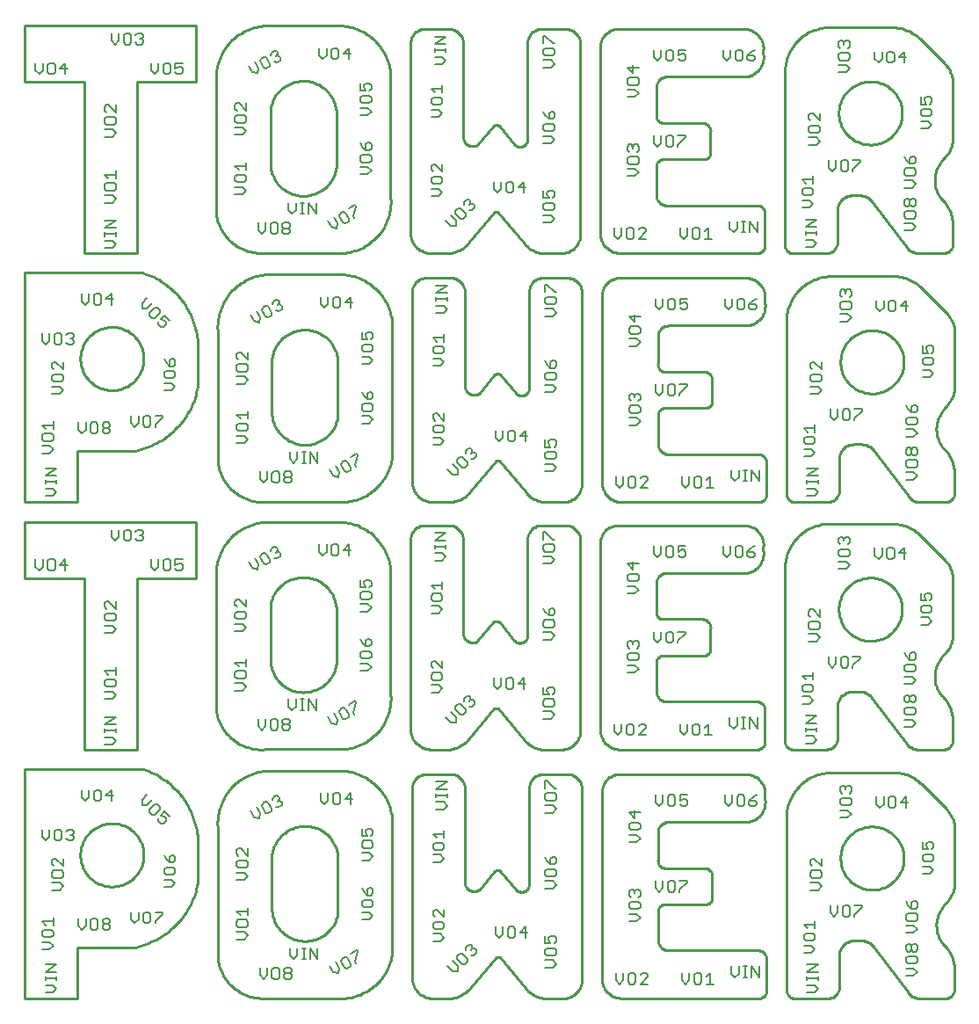
<source format=gbo>
G75*
G70*
%OFA0B0*%
%FSLAX25Y25*%
%IPPOS*%
%LPD*%
%AMOC8*
5,1,8,0,0,1.08239X$1,22.5*
%
%ADD11C,0.01000*%
%ADD15C,0.00800*%
X0012500Y0012500D02*
G75*
%LPD*%
D11*
X0012500Y0012500D02*
X0012500Y0099380D01*
X0057500Y0099380D01*
X0078120Y0073130D02*
X0078120Y0056250D01*
X0054370Y0031880D02*
X0032500Y0031880D01*
X0032500Y0012500D01*
X0012500Y0012500D01*
X0054380Y0031880D02*
X0055440Y0032120D01*
X0056500Y0032410D01*
X0057540Y0032730D01*
X0058570Y0033090D01*
X0059590Y0033490D01*
X0060600Y0033920D01*
X0061590Y0034390D01*
X0062560Y0034890D01*
X0063510Y0035430D01*
X0064440Y0036000D01*
X0065350Y0036600D01*
X0066240Y0037240D01*
X0067110Y0037900D01*
X0067950Y0038600D01*
X0068770Y0039330D01*
X0069560Y0040080D01*
X0070320Y0040860D01*
X0071060Y0041670D01*
X0071760Y0042510D01*
X0072440Y0043370D01*
X0073080Y0044250D01*
X0073690Y0045160D01*
X0074270Y0046090D01*
X0074820Y0047030D01*
X0075330Y0048000D01*
X0075810Y0048980D01*
X0076250Y0049980D01*
X0076660Y0051000D01*
X0077020Y0052030D01*
X0077360Y0053070D01*
X0077650Y0054120D01*
X0077910Y0055180D01*
X0078130Y0056250D01*
X0078120Y0073120D02*
X0078020Y0074190D01*
X0077880Y0075250D01*
X0077700Y0076310D01*
X0077480Y0077360D01*
X0077230Y0078400D01*
X0076940Y0079440D01*
X0076610Y0080460D01*
X0076250Y0081470D01*
X0075850Y0082460D01*
X0075420Y0083440D01*
X0074950Y0084410D01*
X0074450Y0085350D01*
X0073910Y0086280D01*
X0073340Y0087190D01*
X0072740Y0088080D01*
X0072110Y0088950D01*
X0071450Y0089790D01*
X0070750Y0090610D01*
X0070030Y0091400D01*
X0069280Y0092170D01*
X0068510Y0092910D01*
X0067710Y0093620D01*
X0066880Y0094310D01*
X0066030Y0094960D01*
X0065160Y0095580D01*
X0064260Y0096170D01*
X0063350Y0096730D01*
X0062410Y0097260D01*
X0061460Y0097750D01*
X0060490Y0098210D01*
X0059510Y0098630D01*
X0058510Y0099020D01*
X0057490Y0099370D01*
X0033620Y0066880D02*
X0033640Y0067570D01*
X0033700Y0068260D01*
X0033800Y0068940D01*
X0033940Y0069620D01*
X0034110Y0070290D01*
X0034330Y0070950D01*
X0034580Y0071590D01*
X0034870Y0072220D01*
X0035200Y0072830D01*
X0035560Y0073420D01*
X0035950Y0073990D01*
X0036380Y0074530D01*
X0036830Y0075050D01*
X0037320Y0075550D01*
X0037830Y0076010D01*
X0038370Y0076440D01*
X0038940Y0076850D01*
X0039520Y0077210D01*
X0040130Y0077550D01*
X0040750Y0077850D01*
X0041390Y0078110D01*
X0042040Y0078330D01*
X0042710Y0078520D01*
X0043390Y0078670D01*
X0044070Y0078780D01*
X0044760Y0078850D01*
X0045450Y0078880D01*
X0046140Y0078870D01*
X0046830Y0078820D01*
X0047510Y0078730D01*
X0048190Y0078600D01*
X0048860Y0078430D01*
X0049530Y0078230D01*
X0050170Y0077980D01*
X0050800Y0077700D01*
X0051420Y0077390D01*
X0052010Y0077030D01*
X0052590Y0076650D01*
X0053140Y0076230D01*
X0053670Y0075780D01*
X0054170Y0075300D01*
X0054640Y0074800D01*
X0055080Y0074260D01*
X0055490Y0073710D01*
X0055870Y0073130D01*
X0056210Y0072530D01*
X0056520Y0071910D01*
X0056790Y0071270D01*
X0057020Y0070620D01*
X0057220Y0069960D01*
X0057380Y0069280D01*
X0057500Y0068600D01*
X0057580Y0067920D01*
X0057620Y0067230D01*
X0057620Y0066530D01*
X0057580Y0065840D01*
X0057500Y0065160D01*
X0057380Y0064480D01*
X0057220Y0063800D01*
X0057020Y0063140D01*
X0056790Y0062490D01*
X0056520Y0061850D01*
X0056210Y0061230D01*
X0055870Y0060630D01*
X0055490Y0060050D01*
X0055080Y0059500D01*
X0054640Y0058960D01*
X0054170Y0058460D01*
X0053670Y0057980D01*
X0053140Y0057530D01*
X0052590Y0057110D01*
X0052010Y0056730D01*
X0051420Y0056370D01*
X0050800Y0056060D01*
X0050170Y0055780D01*
X0049530Y0055530D01*
X0048860Y0055330D01*
X0048190Y0055160D01*
X0047510Y0055030D01*
X0046830Y0054940D01*
X0046140Y0054890D01*
X0045450Y0054880D01*
X0044760Y0054910D01*
X0044070Y0054980D01*
X0043390Y0055090D01*
X0042710Y0055240D01*
X0042040Y0055430D01*
X0041390Y0055650D01*
X0040750Y0055910D01*
X0040130Y0056210D01*
X0039520Y0056550D01*
X0038940Y0056910D01*
X0038370Y0057320D01*
X0037830Y0057750D01*
X0037320Y0058210D01*
X0036830Y0058710D01*
X0036380Y0059230D01*
X0035950Y0059770D01*
X0035560Y0060340D01*
X0035200Y0060930D01*
X0034870Y0061540D01*
X0034580Y0062170D01*
X0034330Y0062810D01*
X0034110Y0063470D01*
X0033940Y0064140D01*
X0033800Y0064820D01*
X0033700Y0065500D01*
X0033640Y0066190D01*
X0033620Y0066880D01*
D15*
X0030390Y0072280D02*
X0028990Y0072280D01*
X0028290Y0072980D01*
X0026490Y0072980D02*
X0026490Y0075780D01*
X0025790Y0076480D01*
X0024390Y0076480D01*
X0023690Y0075780D01*
X0023690Y0072980D01*
X0024390Y0072280D01*
X0025790Y0072280D01*
X0026490Y0072980D01*
X0028290Y0075780D02*
X0028990Y0076480D01*
X0030390Y0076480D01*
X0031100Y0075780D01*
X0031100Y0075080D01*
X0030390Y0074380D01*
X0031100Y0073680D01*
X0031100Y0072980D01*
X0030390Y0072280D01*
X0030390Y0074380D02*
X0029690Y0074380D01*
X0021890Y0073680D02*
X0021890Y0076480D01*
X0021890Y0073680D02*
X0020490Y0072280D01*
X0019080Y0073680D01*
X0019080Y0076480D01*
X0023590Y0065540D02*
X0022890Y0064840D01*
X0022890Y0063440D01*
X0023590Y0062730D01*
X0023590Y0060930D02*
X0022890Y0060230D01*
X0022890Y0058830D01*
X0023590Y0058130D01*
X0026400Y0058130D01*
X0027100Y0058830D01*
X0027100Y0060230D01*
X0026400Y0060930D01*
X0023590Y0060930D01*
X0027100Y0062730D02*
X0024290Y0065540D01*
X0023590Y0065540D01*
X0027100Y0065540D02*
X0027100Y0062730D01*
X0025700Y0056330D02*
X0022890Y0056330D01*
X0022890Y0053530D02*
X0025700Y0053530D01*
X0027100Y0054930D01*
X0025700Y0056330D01*
X0023350Y0043040D02*
X0023350Y0040230D01*
X0023350Y0041640D02*
X0019140Y0041640D01*
X0020540Y0040230D01*
X0019840Y0038430D02*
X0019140Y0037730D01*
X0019140Y0036330D01*
X0019840Y0035630D01*
X0022650Y0035630D01*
X0023350Y0036330D01*
X0023350Y0037730D01*
X0022650Y0038430D01*
X0019840Y0038430D01*
X0019140Y0033830D02*
X0021950Y0033830D01*
X0023350Y0032430D01*
X0021950Y0031030D01*
X0019140Y0031030D01*
X0020390Y0025250D02*
X0024600Y0025250D01*
X0020390Y0022450D01*
X0024600Y0022450D01*
X0024600Y0020780D02*
X0024600Y0019380D01*
X0024600Y0020080D02*
X0020390Y0020080D01*
X0020390Y0019380D02*
X0020390Y0020780D01*
X0020390Y0017580D02*
X0023200Y0017580D01*
X0024600Y0016180D01*
X0023200Y0014780D01*
X0020390Y0014780D01*
X0034300Y0038530D02*
X0035700Y0039930D01*
X0035700Y0042730D01*
X0037500Y0042030D02*
X0037500Y0039230D01*
X0038200Y0038530D01*
X0039600Y0038530D01*
X0040300Y0039230D01*
X0040300Y0042030D01*
X0039600Y0042730D01*
X0038200Y0042730D01*
X0037500Y0042030D01*
X0034300Y0038530D02*
X0032900Y0039930D01*
X0032900Y0042730D01*
X0042100Y0042030D02*
X0042100Y0041330D01*
X0042810Y0040630D01*
X0044210Y0040630D01*
X0044910Y0039930D01*
X0044910Y0039230D01*
X0044210Y0038530D01*
X0042810Y0038530D01*
X0042100Y0039230D01*
X0042100Y0039930D01*
X0042810Y0040630D01*
X0044210Y0040630D02*
X0044910Y0041330D01*
X0044910Y0042030D01*
X0044210Y0042730D01*
X0042810Y0042730D01*
X0042100Y0042030D01*
X0052900Y0042430D02*
X0054300Y0041030D01*
X0055700Y0042430D01*
X0055700Y0045230D01*
X0057500Y0044530D02*
X0057500Y0041730D01*
X0058200Y0041030D01*
X0059600Y0041030D01*
X0060300Y0041730D01*
X0060300Y0044530D01*
X0059600Y0045230D01*
X0058200Y0045230D01*
X0057500Y0044530D01*
X0062100Y0045230D02*
X0064910Y0045230D01*
X0064910Y0044530D01*
X0062100Y0041730D01*
X0062100Y0041030D01*
X0052900Y0042430D02*
X0052900Y0045230D01*
X0065390Y0054780D02*
X0068200Y0054780D01*
X0069600Y0056180D01*
X0068200Y0057580D01*
X0065390Y0057580D01*
X0066090Y0059380D02*
X0068900Y0059380D01*
X0069600Y0060080D01*
X0069600Y0061480D01*
X0068900Y0062180D01*
X0066090Y0062180D01*
X0065390Y0061480D01*
X0065390Y0060080D01*
X0066090Y0059380D01*
X0067490Y0063980D02*
X0067490Y0066090D01*
X0068200Y0066790D01*
X0068900Y0066790D01*
X0069600Y0066090D01*
X0069600Y0064690D01*
X0068900Y0063980D01*
X0067490Y0063980D01*
X0066090Y0065390D01*
X0065390Y0066790D01*
X0065000Y0078860D02*
X0064010Y0078860D01*
X0063020Y0079850D01*
X0063020Y0080840D01*
X0064010Y0081830D02*
X0065490Y0081340D01*
X0065990Y0080840D01*
X0065990Y0079850D01*
X0065000Y0078860D01*
X0064010Y0081830D02*
X0065490Y0083320D01*
X0067480Y0081340D01*
X0063720Y0084100D02*
X0063720Y0085090D01*
X0062730Y0086080D01*
X0061740Y0086080D01*
X0059760Y0084100D01*
X0059760Y0083110D01*
X0060750Y0082120D01*
X0061740Y0082120D01*
X0063720Y0084100D01*
X0060960Y0087850D02*
X0058980Y0085870D01*
X0057000Y0085870D01*
X0057000Y0087850D01*
X0058980Y0089830D01*
X0046100Y0089380D02*
X0043290Y0089380D01*
X0045390Y0091480D01*
X0045390Y0087280D01*
X0041490Y0087980D02*
X0041490Y0090780D01*
X0040790Y0091480D01*
X0039390Y0091480D01*
X0038690Y0090780D01*
X0038690Y0087980D01*
X0039390Y0087280D01*
X0040790Y0087280D01*
X0041490Y0087980D01*
X0036890Y0088680D02*
X0036890Y0091480D01*
X0036890Y0088680D02*
X0035490Y0087280D01*
X0034080Y0088680D01*
X0034080Y0091480D01*
X0085630Y0012500D02*
G75*
%LPD*%
D11*
X0085670Y0028200D02*
X0085670Y0077570D01*
X0085630Y0078440D01*
X0085640Y0079320D01*
X0085680Y0080190D01*
X0085760Y0081060D01*
X0085870Y0081930D01*
X0086030Y0082790D01*
X0086220Y0083640D01*
X0086450Y0084490D01*
X0086710Y0085320D01*
X0087010Y0086140D01*
X0087350Y0086950D01*
X0087720Y0087740D01*
X0088130Y0088510D01*
X0088570Y0089270D01*
X0089040Y0090000D01*
X0089540Y0090720D01*
X0090080Y0091410D01*
X0090640Y0092080D01*
X0091240Y0092720D01*
X0091860Y0093340D01*
X0092500Y0093930D01*
X0093170Y0094490D01*
X0093870Y0095020D01*
X0094590Y0095520D01*
X0095330Y0095980D01*
X0096080Y0096420D01*
X0096860Y0096820D01*
X0097650Y0097190D01*
X0098460Y0097520D01*
X0099290Y0097820D01*
X0100120Y0098080D01*
X0100970Y0098300D01*
X0101820Y0098490D01*
X0102680Y0098640D01*
X0103550Y0098750D01*
X0104420Y0098820D01*
X0131300Y0098820D01*
X0131290Y0098820D02*
X0132170Y0098830D01*
X0133040Y0098800D01*
X0133910Y0098730D01*
X0134780Y0098620D01*
X0135640Y0098480D01*
X0136490Y0098300D01*
X0137340Y0098080D01*
X0138170Y0097830D01*
X0139000Y0097540D01*
X0139810Y0097210D01*
X0140600Y0096850D01*
X0141380Y0096450D01*
X0142140Y0096020D01*
X0142880Y0095560D01*
X0143600Y0095070D01*
X0144300Y0094540D01*
X0144970Y0093990D01*
X0145620Y0093400D01*
X0146240Y0092790D01*
X0146840Y0092150D01*
X0147410Y0091490D01*
X0147940Y0090800D01*
X0148450Y0090090D01*
X0148930Y0089360D01*
X0149370Y0088610D01*
X0149780Y0087840D01*
X0150160Y0087050D01*
X0150500Y0086250D01*
X0150810Y0085430D01*
X0151080Y0084600D01*
X0151310Y0083760D01*
X0151510Y0082910D01*
X0151670Y0082050D01*
X0151790Y0081190D01*
X0151870Y0080320D01*
X0151920Y0079450D01*
X0151920Y0033200D01*
X0151930Y0033200D02*
X0151970Y0032330D01*
X0151960Y0031460D01*
X0151920Y0030590D01*
X0151840Y0029720D01*
X0151720Y0028860D01*
X0151560Y0028000D01*
X0151370Y0027150D01*
X0151130Y0026310D01*
X0150860Y0025480D01*
X0150550Y0024670D01*
X0150210Y0023870D01*
X0149830Y0023080D01*
X0149410Y0022320D01*
X0148960Y0021570D01*
X0148480Y0020840D01*
X0147970Y0020140D01*
X0147420Y0019460D01*
X0146850Y0018810D01*
X0146240Y0018180D01*
X0145610Y0017580D01*
X0144950Y0017010D01*
X0144270Y0016470D01*
X0143560Y0015950D01*
X0142830Y0015480D01*
X0142090Y0015030D01*
X0141320Y0014620D01*
X0140530Y0014250D01*
X0139730Y0013910D01*
X0138910Y0013600D01*
X0138080Y0013330D01*
X0137240Y0013100D01*
X0136390Y0012910D01*
X0135530Y0012760D01*
X0134670Y0012650D01*
X0133800Y0012570D01*
X0134420Y0012570D02*
X0104420Y0012570D01*
X0103600Y0012520D01*
X0102780Y0012500D01*
X0101960Y0012520D01*
X0101140Y0012590D01*
X0100330Y0012690D01*
X0099520Y0012830D01*
X0098710Y0013010D01*
X0097920Y0013220D01*
X0097140Y0013480D01*
X0096370Y0013770D01*
X0095620Y0014090D01*
X0094880Y0014450D01*
X0094160Y0014850D01*
X0093460Y0015280D01*
X0092780Y0015750D01*
X0092130Y0016240D01*
X0091500Y0016770D01*
X0090890Y0017320D01*
X0090310Y0017910D01*
X0089760Y0018520D01*
X0089240Y0019150D01*
X0088760Y0019810D01*
X0088300Y0020490D01*
X0087870Y0021200D01*
X0087480Y0021920D01*
X0087130Y0022660D01*
X0086810Y0023420D01*
X0086520Y0024190D01*
X0086280Y0024970D01*
X0086070Y0025770D01*
X0085900Y0026570D01*
X0085760Y0027380D01*
X0085670Y0028200D01*
X0106300Y0045700D02*
X0106300Y0066950D01*
X0106410Y0067640D01*
X0106560Y0068310D01*
X0106750Y0068980D01*
X0106970Y0069640D01*
X0107230Y0070280D01*
X0107520Y0070910D01*
X0107850Y0071520D01*
X0108210Y0072110D01*
X0108610Y0072680D01*
X0109030Y0073230D01*
X0109480Y0073750D01*
X0109970Y0074250D01*
X0110480Y0074720D01*
X0111010Y0075160D01*
X0111570Y0075570D01*
X0112150Y0075950D01*
X0112750Y0076300D01*
X0113360Y0076610D01*
X0114000Y0076890D01*
X0114650Y0077140D01*
X0115310Y0077350D01*
X0115980Y0077520D01*
X0116660Y0077650D01*
X0117340Y0077750D01*
X0118040Y0077810D01*
X0118730Y0077830D01*
X0119420Y0077810D01*
X0120110Y0077760D01*
X0120800Y0077660D01*
X0121480Y0077530D01*
X0122150Y0077360D01*
X0122810Y0077160D01*
X0123460Y0076920D01*
X0124100Y0076640D01*
X0124720Y0076330D01*
X0125320Y0075980D01*
X0125900Y0075610D01*
X0126460Y0075200D01*
X0127000Y0074760D01*
X0127510Y0074290D01*
X0127990Y0073800D01*
X0128450Y0073270D01*
X0128880Y0072730D01*
X0129270Y0072160D01*
X0129640Y0071570D01*
X0129970Y0070960D01*
X0130270Y0070340D01*
X0130530Y0069700D01*
X0130760Y0069040D01*
X0130950Y0068370D01*
X0131100Y0067700D01*
X0131220Y0067010D01*
X0131290Y0066330D01*
X0131300Y0066320D02*
X0131300Y0045070D01*
X0131290Y0045070D02*
X0131180Y0044380D01*
X0131030Y0043710D01*
X0130840Y0043040D01*
X0130620Y0042380D01*
X0130360Y0041740D01*
X0130070Y0041110D01*
X0129740Y0040500D01*
X0129380Y0039910D01*
X0128980Y0039340D01*
X0128560Y0038790D01*
X0128110Y0038270D01*
X0127620Y0037770D01*
X0127110Y0037300D01*
X0126580Y0036860D01*
X0126020Y0036450D01*
X0125440Y0036070D01*
X0124840Y0035720D01*
X0124230Y0035410D01*
X0123590Y0035130D01*
X0122940Y0034880D01*
X0122280Y0034670D01*
X0121610Y0034500D01*
X0120930Y0034370D01*
X0120250Y0034270D01*
X0119550Y0034210D01*
X0118860Y0034190D01*
X0118170Y0034210D01*
X0117480Y0034260D01*
X0116790Y0034360D01*
X0116110Y0034490D01*
X0115440Y0034660D01*
X0114780Y0034860D01*
X0114130Y0035100D01*
X0113490Y0035380D01*
X0112870Y0035690D01*
X0112270Y0036040D01*
X0111690Y0036410D01*
X0111130Y0036820D01*
X0110590Y0037260D01*
X0110080Y0037730D01*
X0109600Y0038220D01*
X0109140Y0038750D01*
X0108710Y0039290D01*
X0108320Y0039860D01*
X0107950Y0040450D01*
X0107620Y0041060D01*
X0107320Y0041680D01*
X0107060Y0042320D01*
X0106830Y0042980D01*
X0106640Y0043650D01*
X0106490Y0044320D01*
X0106370Y0045010D01*
X0106300Y0045690D01*
D15*
X0097150Y0045460D02*
X0092940Y0045460D01*
X0094340Y0044050D01*
X0093640Y0042250D02*
X0092940Y0041550D01*
X0092940Y0040150D01*
X0093640Y0039450D01*
X0096450Y0039450D01*
X0097150Y0040150D01*
X0097150Y0041550D01*
X0096450Y0042250D01*
X0093640Y0042250D01*
X0097150Y0044050D02*
X0097150Y0046860D01*
X0095750Y0037650D02*
X0092940Y0037650D01*
X0092940Y0034850D02*
X0095750Y0034850D01*
X0097150Y0036250D01*
X0095750Y0037650D01*
X0101700Y0024050D02*
X0101700Y0021250D01*
X0103100Y0019850D01*
X0104500Y0021250D01*
X0104500Y0024050D01*
X0106300Y0023350D02*
X0106300Y0020550D01*
X0107000Y0019850D01*
X0108400Y0019850D01*
X0109100Y0020550D01*
X0109100Y0023350D01*
X0108400Y0024050D01*
X0107000Y0024050D01*
X0106300Y0023350D01*
X0110900Y0023350D02*
X0110900Y0022650D01*
X0111610Y0021950D01*
X0113010Y0021950D01*
X0113710Y0021250D01*
X0113710Y0020550D01*
X0113010Y0019850D01*
X0111610Y0019850D01*
X0110900Y0020550D01*
X0110900Y0021250D01*
X0111610Y0021950D01*
X0113010Y0021950D02*
X0113710Y0022650D01*
X0113710Y0023350D01*
X0113010Y0024050D01*
X0111610Y0024050D01*
X0110900Y0023350D01*
X0114570Y0027350D02*
X0115970Y0028750D01*
X0115970Y0031550D01*
X0117770Y0031550D02*
X0119170Y0031550D01*
X0118470Y0031550D02*
X0118470Y0027350D01*
X0117770Y0027350D02*
X0119170Y0027350D01*
X0120840Y0027350D02*
X0120840Y0031550D01*
X0123650Y0027350D01*
X0123650Y0031550D01*
X0128090Y0024880D02*
X0129490Y0022460D01*
X0131410Y0021940D01*
X0131920Y0023860D01*
X0130520Y0026280D01*
X0132430Y0026580D02*
X0133830Y0024150D01*
X0134790Y0023900D01*
X0136000Y0024600D01*
X0136260Y0025550D01*
X0134860Y0027980D01*
X0133900Y0028240D01*
X0132690Y0027540D01*
X0132430Y0026580D01*
X0136070Y0029490D02*
X0138490Y0030890D01*
X0138840Y0030280D01*
X0137820Y0026450D01*
X0138170Y0025850D01*
X0140440Y0042350D02*
X0143250Y0042350D01*
X0144650Y0043750D01*
X0143250Y0045150D01*
X0140440Y0045150D01*
X0141140Y0046950D02*
X0143950Y0046950D01*
X0144650Y0047650D01*
X0144650Y0049050D01*
X0143950Y0049750D01*
X0141140Y0049750D01*
X0140440Y0049050D01*
X0140440Y0047650D01*
X0141140Y0046950D01*
X0142540Y0051550D02*
X0142540Y0053660D01*
X0143250Y0054360D01*
X0143950Y0054360D01*
X0144650Y0053660D01*
X0144650Y0052260D01*
X0143950Y0051550D01*
X0142540Y0051550D01*
X0141140Y0052960D01*
X0140440Y0054360D01*
X0140440Y0064850D02*
X0143250Y0064850D01*
X0144650Y0066250D01*
X0143250Y0067650D01*
X0140440Y0067650D01*
X0141140Y0069450D02*
X0140440Y0070150D01*
X0140440Y0071550D01*
X0141140Y0072250D01*
X0143950Y0072250D01*
X0144650Y0071550D01*
X0144650Y0070150D01*
X0143950Y0069450D01*
X0141140Y0069450D01*
X0140440Y0074050D02*
X0142540Y0074050D01*
X0141840Y0075460D01*
X0141840Y0076160D01*
X0142540Y0076860D01*
X0143950Y0076860D01*
X0144650Y0076160D01*
X0144650Y0074760D01*
X0143950Y0074050D01*
X0140440Y0074050D02*
X0140440Y0076860D01*
X0136130Y0086100D02*
X0136130Y0090300D01*
X0134030Y0088200D01*
X0136830Y0088200D01*
X0132230Y0086800D02*
X0132230Y0089600D01*
X0131530Y0090300D01*
X0130130Y0090300D01*
X0129430Y0089600D01*
X0129430Y0086800D01*
X0130130Y0086100D01*
X0131530Y0086100D01*
X0132230Y0086800D01*
X0127620Y0087500D02*
X0127620Y0090300D01*
X0124820Y0090300D02*
X0124820Y0087500D01*
X0126220Y0086100D01*
X0127620Y0087500D01*
X0110240Y0086600D02*
X0109990Y0085650D01*
X0108770Y0084950D01*
X0107820Y0085200D01*
X0106260Y0084300D02*
X0104860Y0086730D01*
X0103900Y0086990D01*
X0102690Y0086290D01*
X0102430Y0085330D01*
X0103830Y0082900D01*
X0104790Y0082650D01*
X0106000Y0083350D01*
X0106260Y0084300D01*
X0106420Y0087630D02*
X0106670Y0088590D01*
X0107890Y0089290D01*
X0108840Y0089030D01*
X0109190Y0088430D01*
X0108940Y0087470D01*
X0109890Y0087210D01*
X0110240Y0086600D01*
X0108940Y0087470D02*
X0108330Y0087120D01*
X0101920Y0082610D02*
X0101410Y0080690D01*
X0099490Y0081210D01*
X0098090Y0083630D01*
X0100520Y0085030D02*
X0101920Y0082610D01*
X0097150Y0069360D02*
X0097150Y0066550D01*
X0094340Y0069360D01*
X0093640Y0069360D01*
X0092940Y0068660D01*
X0092940Y0067260D01*
X0093640Y0066550D01*
X0093640Y0064750D02*
X0092940Y0064050D01*
X0092940Y0062650D01*
X0093640Y0061950D01*
X0096450Y0061950D01*
X0097150Y0062650D01*
X0097150Y0064050D01*
X0096450Y0064750D01*
X0093640Y0064750D01*
X0092940Y0060150D02*
X0095750Y0060150D01*
X0097150Y0058750D01*
X0095750Y0057350D01*
X0092940Y0057350D01*
X0113170Y0031550D02*
X0113170Y0028750D01*
X0114570Y0027350D01*
X0159470Y0012500D02*
G75*
%LPD*%
D11*
X0159480Y0020510D02*
X0159480Y0092090D01*
X0159500Y0092540D01*
X0159550Y0092980D01*
X0159650Y0093420D01*
X0159770Y0093850D01*
X0159940Y0094260D01*
X0160130Y0094660D01*
X0160360Y0095050D01*
X0160620Y0095410D01*
X0160910Y0095750D01*
X0161230Y0096070D01*
X0161570Y0096360D01*
X0161930Y0096620D01*
X0162320Y0096850D01*
X0162720Y0097040D01*
X0163130Y0097210D01*
X0163560Y0097330D01*
X0164000Y0097430D01*
X0164440Y0097480D01*
X0164890Y0097500D01*
X0164890Y0097510D02*
X0174280Y0097510D01*
X0174740Y0097470D01*
X0175190Y0097380D01*
X0175630Y0097270D01*
X0176060Y0097110D01*
X0176470Y0096920D01*
X0176870Y0096700D01*
X0177250Y0096440D01*
X0177600Y0096160D01*
X0177930Y0095840D01*
X0178240Y0095500D01*
X0178510Y0095140D01*
X0178750Y0094750D01*
X0178970Y0094350D01*
X0179140Y0093930D01*
X0179280Y0093490D01*
X0179390Y0093050D01*
X0179460Y0092600D01*
X0179490Y0092140D01*
X0179480Y0091690D01*
X0179480Y0056880D01*
X0179470Y0056880D02*
X0179460Y0056520D01*
X0179480Y0056160D01*
X0179540Y0055810D01*
X0179640Y0055460D01*
X0179770Y0055130D01*
X0179930Y0054810D01*
X0180130Y0054510D01*
X0180360Y0054230D01*
X0180610Y0053970D01*
X0180890Y0053750D01*
X0181190Y0053550D01*
X0181500Y0053380D01*
X0181840Y0053250D01*
X0182180Y0053150D01*
X0182540Y0053090D01*
X0182900Y0053060D01*
X0183260Y0053070D01*
X0183610Y0053120D01*
X0183960Y0053200D01*
X0184300Y0053320D01*
X0184630Y0053480D01*
X0184930Y0053660D01*
X0185220Y0053880D01*
X0190650Y0060560D01*
X0190850Y0060740D01*
X0191080Y0060880D01*
X0191320Y0060990D01*
X0191580Y0061070D01*
X0191850Y0061110D01*
X0192110Y0061110D01*
X0192380Y0061070D01*
X0192640Y0060990D01*
X0192880Y0060880D01*
X0193110Y0060740D01*
X0193310Y0060560D01*
X0193300Y0060560D02*
X0198830Y0053780D01*
X0199060Y0053550D01*
X0199310Y0053350D01*
X0199590Y0053180D01*
X0199880Y0053050D01*
X0200190Y0052940D01*
X0200510Y0052880D01*
X0200830Y0052840D01*
X0201150Y0052850D01*
X0201480Y0052890D01*
X0201790Y0052960D01*
X0202100Y0053070D01*
X0202390Y0053220D01*
X0202660Y0053390D01*
X0202910Y0053600D01*
X0203140Y0053830D01*
X0203340Y0054080D01*
X0203510Y0054360D01*
X0203640Y0054650D01*
X0203750Y0054960D01*
X0203810Y0055280D01*
X0203850Y0055600D01*
X0203850Y0092220D01*
X0203860Y0092220D02*
X0203880Y0092660D01*
X0203930Y0093090D01*
X0204020Y0093520D01*
X0204150Y0093930D01*
X0204300Y0094340D01*
X0204500Y0094730D01*
X0204720Y0095110D01*
X0204970Y0095460D01*
X0205260Y0095800D01*
X0205560Y0096100D01*
X0205900Y0096390D01*
X0206250Y0096640D01*
X0206630Y0096860D01*
X0207020Y0097060D01*
X0207430Y0097210D01*
X0207840Y0097340D01*
X0208270Y0097430D01*
X0208700Y0097480D01*
X0209140Y0097500D01*
X0209140Y0097510D02*
X0218570Y0097510D01*
X0218570Y0097500D02*
X0219030Y0097460D01*
X0219490Y0097370D01*
X0219940Y0097250D01*
X0220370Y0097100D01*
X0220790Y0096900D01*
X0221200Y0096680D01*
X0221580Y0096420D01*
X0221940Y0096130D01*
X0222280Y0095810D01*
X0222590Y0095470D01*
X0222860Y0095100D01*
X0223110Y0094710D01*
X0223330Y0094300D01*
X0223510Y0093870D01*
X0223650Y0093430D01*
X0223760Y0092980D01*
X0223830Y0092520D01*
X0223860Y0092060D01*
X0223850Y0091600D01*
X0223850Y0020240D01*
X0217370Y0012510D02*
X0209000Y0012510D01*
X0202420Y0016440D02*
X0192780Y0027950D01*
X0192790Y0027960D02*
X0192690Y0028030D01*
X0192580Y0028090D01*
X0192460Y0028130D01*
X0192340Y0028140D01*
X0191090Y0027870D02*
X0181930Y0016840D01*
X0174390Y0012510D02*
X0166860Y0012510D01*
X0166310Y0012550D01*
X0165770Y0012630D01*
X0165230Y0012750D01*
X0164700Y0012910D01*
X0164190Y0013100D01*
X0163690Y0013330D01*
X0163210Y0013600D01*
X0162750Y0013900D01*
X0162310Y0014230D01*
X0161900Y0014590D01*
X0161510Y0014980D01*
X0161150Y0015400D01*
X0160820Y0015840D01*
X0160530Y0016300D01*
X0160270Y0016790D01*
X0160040Y0017290D01*
X0159850Y0017800D01*
X0159700Y0018330D01*
X0159590Y0018870D01*
X0159510Y0019410D01*
X0159470Y0019960D01*
X0159480Y0020510D01*
X0174390Y0012500D02*
X0175020Y0012600D01*
X0175640Y0012740D01*
X0176250Y0012910D01*
X0176860Y0013110D01*
X0177450Y0013350D01*
X0178030Y0013620D01*
X0178590Y0013920D01*
X0179130Y0014250D01*
X0179660Y0014610D01*
X0180160Y0015010D01*
X0180640Y0015430D01*
X0181100Y0015870D01*
X0181530Y0016340D01*
X0181930Y0016840D01*
X0191090Y0027870D02*
X0191280Y0027980D01*
X0191480Y0028070D01*
X0191690Y0028130D01*
X0191910Y0028160D01*
X0192130Y0028160D01*
X0192340Y0028130D01*
X0202420Y0016440D02*
X0202790Y0015960D01*
X0203200Y0015510D01*
X0203630Y0015090D01*
X0204080Y0014690D01*
X0204560Y0014320D01*
X0205060Y0013980D01*
X0205580Y0013670D01*
X0206110Y0013390D01*
X0206670Y0013140D01*
X0207230Y0012930D01*
X0207810Y0012750D01*
X0208400Y0012610D01*
X0208990Y0012510D01*
X0217370Y0012510D02*
X0217880Y0012570D01*
X0218380Y0012670D01*
X0218870Y0012800D01*
X0219350Y0012970D01*
X0219820Y0013170D01*
X0220270Y0013410D01*
X0220700Y0013680D01*
X0221120Y0013970D01*
X0221510Y0014300D01*
X0221870Y0014650D01*
X0222210Y0015030D01*
X0222530Y0015430D01*
X0222810Y0015850D01*
X0223060Y0016300D01*
X0223280Y0016750D01*
X0223470Y0017230D01*
X0223620Y0017710D01*
X0223740Y0018210D01*
X0223820Y0018710D01*
X0223870Y0019220D01*
X0223880Y0019730D01*
X0223850Y0020230D01*
D15*
X0214080Y0025560D02*
X0212680Y0026960D01*
X0209870Y0026960D01*
X0210570Y0028760D02*
X0213380Y0028760D01*
X0214080Y0029460D01*
X0214080Y0030860D01*
X0213380Y0031560D01*
X0210570Y0031560D01*
X0209870Y0030860D01*
X0209870Y0029460D01*
X0210570Y0028760D01*
X0214080Y0025560D02*
X0212680Y0024160D01*
X0209870Y0024160D01*
X0209870Y0033360D02*
X0211970Y0033360D01*
X0211270Y0034770D01*
X0211270Y0035470D01*
X0211970Y0036170D01*
X0213380Y0036170D01*
X0214080Y0035470D01*
X0214080Y0034070D01*
X0213380Y0033360D01*
X0209870Y0033360D02*
X0209870Y0036170D01*
X0203140Y0037510D02*
X0200330Y0037510D01*
X0202440Y0039610D01*
X0202440Y0035410D01*
X0198530Y0036110D02*
X0198530Y0038910D01*
X0197830Y0039610D01*
X0196430Y0039610D01*
X0195730Y0038910D01*
X0195730Y0036110D01*
X0196430Y0035410D01*
X0197830Y0035410D01*
X0198530Y0036110D01*
X0193930Y0036810D02*
X0193930Y0039610D01*
X0193930Y0036810D02*
X0192530Y0035410D01*
X0191130Y0036810D01*
X0191130Y0039610D01*
X0183230Y0031310D02*
X0183720Y0030810D01*
X0183720Y0029820D01*
X0182730Y0028830D01*
X0181740Y0028830D01*
X0180470Y0027550D02*
X0178490Y0029540D01*
X0177500Y0029540D01*
X0176510Y0028550D01*
X0176510Y0027550D01*
X0178490Y0025570D01*
X0179480Y0025570D01*
X0180470Y0026560D01*
X0180470Y0027550D01*
X0179760Y0030810D02*
X0179760Y0031800D01*
X0180750Y0032790D01*
X0181740Y0032790D01*
X0182240Y0032300D01*
X0182240Y0031310D01*
X0183230Y0031310D01*
X0182240Y0031310D02*
X0181740Y0030810D01*
X0176720Y0024790D02*
X0174740Y0026780D01*
X0176720Y0024790D02*
X0176720Y0022810D01*
X0174740Y0022810D01*
X0172750Y0024790D01*
X0170180Y0034160D02*
X0167370Y0034160D01*
X0167370Y0036960D02*
X0170180Y0036960D01*
X0171580Y0035560D01*
X0170180Y0034160D01*
X0170880Y0038760D02*
X0168070Y0038760D01*
X0167370Y0039460D01*
X0167370Y0040860D01*
X0168070Y0041560D01*
X0170880Y0041560D01*
X0171580Y0040860D01*
X0171580Y0039460D01*
X0170880Y0038760D01*
X0171580Y0043360D02*
X0168770Y0046170D01*
X0168070Y0046170D01*
X0167370Y0045470D01*
X0167370Y0044070D01*
X0168070Y0043360D01*
X0171580Y0043360D02*
X0171580Y0046170D01*
X0170180Y0064160D02*
X0167370Y0064160D01*
X0167370Y0066960D02*
X0170180Y0066960D01*
X0171580Y0065560D01*
X0170180Y0064160D01*
X0170880Y0068760D02*
X0168070Y0068760D01*
X0167370Y0069460D01*
X0167370Y0070860D01*
X0168070Y0071560D01*
X0170880Y0071560D01*
X0171580Y0070860D01*
X0171580Y0069460D01*
X0170880Y0068760D01*
X0171580Y0073360D02*
X0171580Y0076170D01*
X0171580Y0074770D02*
X0167370Y0074770D01*
X0168770Y0073360D01*
X0168620Y0084160D02*
X0171430Y0084160D01*
X0172830Y0085560D01*
X0171430Y0086960D01*
X0168620Y0086960D01*
X0168620Y0088760D02*
X0168620Y0090160D01*
X0168620Y0089460D02*
X0172830Y0089460D01*
X0172830Y0088760D02*
X0172830Y0090160D01*
X0172830Y0091830D02*
X0168620Y0091830D01*
X0172830Y0094630D01*
X0168620Y0094630D01*
X0209870Y0094920D02*
X0209870Y0092110D01*
X0210570Y0090310D02*
X0209870Y0089610D01*
X0209870Y0088210D01*
X0210570Y0087510D01*
X0213380Y0087510D01*
X0214080Y0088210D01*
X0214080Y0089610D01*
X0213380Y0090310D01*
X0210570Y0090310D01*
X0213380Y0092110D02*
X0214080Y0092110D01*
X0213380Y0092110D02*
X0210570Y0094920D01*
X0209870Y0094920D01*
X0209870Y0085710D02*
X0212680Y0085710D01*
X0214080Y0084310D01*
X0212680Y0082910D01*
X0209870Y0082910D01*
X0209870Y0066170D02*
X0210570Y0064770D01*
X0211970Y0063360D01*
X0211970Y0065470D01*
X0212680Y0066170D01*
X0213380Y0066170D01*
X0214080Y0065470D01*
X0214080Y0064070D01*
X0213380Y0063360D01*
X0211970Y0063360D01*
X0210570Y0061560D02*
X0209870Y0060860D01*
X0209870Y0059460D01*
X0210570Y0058760D01*
X0213380Y0058760D01*
X0214080Y0059460D01*
X0214080Y0060860D01*
X0213380Y0061560D01*
X0210570Y0061560D01*
X0209870Y0056960D02*
X0212680Y0056960D01*
X0214080Y0055560D01*
X0212680Y0054160D01*
X0209870Y0054160D01*
X0231380Y0012500D02*
G75*
%LPD*%
D11*
X0238910Y0012510D02*
X0291030Y0012510D01*
X0291030Y0012500D02*
X0291350Y0012520D01*
X0291670Y0012570D01*
X0291980Y0012660D01*
X0292280Y0012790D01*
X0292560Y0012940D01*
X0292830Y0013130D01*
X0293070Y0013340D01*
X0293280Y0013580D01*
X0293470Y0013850D01*
X0293620Y0014130D01*
X0293750Y0014430D01*
X0293840Y0014740D01*
X0293890Y0015060D01*
X0293910Y0015380D01*
X0293910Y0027760D01*
X0293900Y0027750D02*
X0293850Y0028080D01*
X0293770Y0028410D01*
X0293650Y0028720D01*
X0293500Y0029020D01*
X0293320Y0029300D01*
X0293110Y0029560D01*
X0292880Y0029800D01*
X0292620Y0030020D01*
X0292340Y0030200D01*
X0292040Y0030350D01*
X0291730Y0030480D01*
X0291410Y0030570D01*
X0291080Y0030620D01*
X0290740Y0030640D01*
X0290410Y0030620D01*
X0290410Y0030630D02*
X0257030Y0030630D01*
X0256660Y0030620D01*
X0256280Y0030640D01*
X0255910Y0030700D01*
X0255550Y0030790D01*
X0255190Y0030920D01*
X0254850Y0031080D01*
X0254520Y0031260D01*
X0254220Y0031480D01*
X0253930Y0031730D01*
X0253670Y0032000D01*
X0253430Y0032290D01*
X0253230Y0032600D01*
X0253050Y0032930D01*
X0252900Y0033280D01*
X0252790Y0033640D01*
X0252710Y0034000D01*
X0252660Y0034380D01*
X0252660Y0045630D01*
X0252710Y0045950D01*
X0252800Y0046250D01*
X0252920Y0046540D01*
X0253070Y0046820D01*
X0253250Y0047080D01*
X0253470Y0047320D01*
X0253700Y0047530D01*
X0253960Y0047710D01*
X0254240Y0047870D01*
X0254530Y0047990D01*
X0254840Y0048080D01*
X0255150Y0048130D01*
X0255470Y0048150D01*
X0255780Y0048130D01*
X0270410Y0048130D01*
X0270410Y0048140D02*
X0270720Y0048120D01*
X0271030Y0048140D01*
X0271340Y0048190D01*
X0271630Y0048290D01*
X0271920Y0048410D01*
X0272180Y0048580D01*
X0272430Y0048770D01*
X0272650Y0048990D01*
X0272840Y0049230D01*
X0273000Y0049500D01*
X0273130Y0049780D01*
X0273220Y0050080D01*
X0273280Y0050390D01*
X0273280Y0050380D02*
X0273280Y0058370D01*
X0273270Y0058370D02*
X0273290Y0058700D01*
X0273270Y0059040D01*
X0273210Y0059370D01*
X0273130Y0059690D01*
X0273000Y0060010D01*
X0272850Y0060310D01*
X0272660Y0060590D01*
X0272450Y0060850D01*
X0272210Y0061080D01*
X0271950Y0061290D01*
X0271660Y0061470D01*
X0271360Y0061620D01*
X0271050Y0061740D01*
X0270720Y0061820D01*
X0270390Y0061870D01*
X0270400Y0061880D02*
X0255050Y0061880D01*
X0255050Y0061890D02*
X0254750Y0061940D01*
X0254450Y0062030D01*
X0254170Y0062140D01*
X0253910Y0062290D01*
X0253660Y0062470D01*
X0253430Y0062670D01*
X0253230Y0062900D01*
X0253050Y0063150D01*
X0252910Y0063420D01*
X0252790Y0063700D01*
X0252710Y0063990D01*
X0252660Y0064290D01*
X0252640Y0064600D01*
X0252660Y0064900D01*
X0252660Y0075380D01*
X0252680Y0075770D01*
X0252740Y0076160D01*
X0252830Y0076540D01*
X0252960Y0076910D01*
X0253130Y0077270D01*
X0253330Y0077600D01*
X0253570Y0077920D01*
X0253830Y0078210D01*
X0254120Y0078470D01*
X0254440Y0078710D01*
X0254770Y0078910D01*
X0255130Y0079080D01*
X0255500Y0079210D01*
X0255880Y0079300D01*
X0256270Y0079360D01*
X0256660Y0079380D01*
X0286640Y0079380D01*
X0287180Y0079460D01*
X0287710Y0079590D01*
X0288230Y0079750D01*
X0288740Y0079950D01*
X0289230Y0080180D01*
X0289700Y0080450D01*
X0290160Y0080750D01*
X0290590Y0081090D01*
X0290990Y0081450D01*
X0291370Y0081840D01*
X0291720Y0082260D01*
X0292040Y0082700D01*
X0292330Y0083170D01*
X0292590Y0083650D01*
X0292800Y0084150D01*
X0292990Y0084660D01*
X0293130Y0085190D01*
X0293240Y0085720D01*
X0293310Y0086260D01*
X0293340Y0086810D01*
X0293330Y0087350D01*
X0293280Y0087900D01*
X0293280Y0089500D01*
X0293310Y0090020D01*
X0293300Y0090550D01*
X0293250Y0091080D01*
X0293160Y0091600D01*
X0293040Y0092110D01*
X0292880Y0092620D01*
X0292680Y0093110D01*
X0292450Y0093590D01*
X0292190Y0094040D01*
X0291890Y0094480D01*
X0291560Y0094900D01*
X0291210Y0095290D01*
X0290830Y0095660D01*
X0290420Y0095990D01*
X0289990Y0096300D01*
X0289540Y0096580D01*
X0289070Y0096820D01*
X0288580Y0097030D01*
X0288080Y0097200D01*
X0287570Y0097340D01*
X0287050Y0097440D01*
X0286520Y0097500D01*
X0286520Y0097510D02*
X0237660Y0097510D01*
X0237660Y0097500D02*
X0237140Y0097440D01*
X0236640Y0097330D01*
X0236140Y0097190D01*
X0235660Y0097010D01*
X0235190Y0096800D01*
X0234740Y0096550D01*
X0234300Y0096270D01*
X0233890Y0095960D01*
X0233510Y0095610D01*
X0233150Y0095240D01*
X0232820Y0094850D01*
X0232520Y0094430D01*
X0232250Y0093980D01*
X0232020Y0093520D01*
X0231820Y0093050D01*
X0231660Y0092560D01*
X0231530Y0092060D01*
X0231440Y0091550D01*
X0231390Y0091040D01*
X0231380Y0090520D01*
X0231410Y0090010D01*
X0231410Y0020010D01*
X0231430Y0019470D01*
X0231490Y0018940D01*
X0231580Y0018420D01*
X0231710Y0017900D01*
X0231880Y0017390D01*
X0232090Y0016890D01*
X0232330Y0016420D01*
X0232600Y0015960D01*
X0232910Y0015520D01*
X0233240Y0015100D01*
X0233610Y0014710D01*
X0234000Y0014340D01*
X0234420Y0014010D01*
X0234860Y0013700D01*
X0235320Y0013430D01*
X0235790Y0013190D01*
X0236290Y0012980D01*
X0236800Y0012810D01*
X0237320Y0012680D01*
X0237840Y0012590D01*
X0238370Y0012530D01*
X0238910Y0012510D01*
D15*
X0238210Y0017910D02*
X0236810Y0019310D01*
X0236810Y0022110D01*
X0239610Y0022110D02*
X0239610Y0019310D01*
X0238210Y0017910D01*
X0241410Y0018610D02*
X0241410Y0021410D01*
X0242110Y0022110D01*
X0243510Y0022110D01*
X0244210Y0021410D01*
X0244210Y0018610D01*
X0243510Y0017910D01*
X0242110Y0017910D01*
X0241410Y0018610D01*
X0246010Y0017910D02*
X0248820Y0020710D01*
X0248820Y0021410D01*
X0248120Y0022110D01*
X0246720Y0022110D01*
X0246010Y0021410D01*
X0246010Y0017910D02*
X0248820Y0017910D01*
X0261810Y0019310D02*
X0263210Y0017910D01*
X0264610Y0019310D01*
X0264610Y0022110D01*
X0266410Y0021410D02*
X0266410Y0018610D01*
X0267110Y0017910D01*
X0268510Y0017910D01*
X0269210Y0018610D01*
X0269210Y0021410D01*
X0268510Y0022110D01*
X0267110Y0022110D01*
X0266410Y0021410D01*
X0261810Y0022110D02*
X0261810Y0019310D01*
X0271010Y0020710D02*
X0272420Y0022110D01*
X0272420Y0017910D01*
X0273820Y0017910D02*
X0271010Y0017910D01*
X0280560Y0021810D02*
X0281960Y0020410D01*
X0283360Y0021810D01*
X0283360Y0024610D01*
X0285160Y0024610D02*
X0286560Y0024610D01*
X0285860Y0024610D02*
X0285860Y0020410D01*
X0285160Y0020410D02*
X0286560Y0020410D01*
X0288230Y0020410D02*
X0288230Y0024610D01*
X0291030Y0020410D01*
X0291030Y0024610D01*
X0280560Y0024610D02*
X0280560Y0021810D01*
X0260950Y0052910D02*
X0260950Y0053610D01*
X0263760Y0056410D01*
X0263760Y0057110D01*
X0260950Y0057110D01*
X0259150Y0056410D02*
X0258450Y0057110D01*
X0257050Y0057110D01*
X0256350Y0056410D01*
X0256350Y0053610D01*
X0257050Y0052910D01*
X0258450Y0052910D01*
X0259150Y0053610D01*
X0259150Y0056410D01*
X0254550Y0057110D02*
X0254550Y0054310D01*
X0253150Y0052910D01*
X0251740Y0054310D01*
X0251740Y0057110D01*
X0246010Y0052970D02*
X0246010Y0051570D01*
X0245310Y0050860D01*
X0245310Y0049060D02*
X0242500Y0049060D01*
X0241800Y0048360D01*
X0241800Y0046960D01*
X0242500Y0046260D01*
X0245310Y0046260D01*
X0246010Y0046960D01*
X0246010Y0048360D01*
X0245310Y0049060D01*
X0242500Y0050860D02*
X0241800Y0051570D01*
X0241800Y0052970D01*
X0242500Y0053670D01*
X0243200Y0053670D01*
X0243900Y0052970D01*
X0244610Y0053670D01*
X0245310Y0053670D01*
X0246010Y0052970D01*
X0243900Y0052970D02*
X0243900Y0052270D01*
X0244610Y0044460D02*
X0241800Y0044460D01*
X0241800Y0041660D02*
X0244610Y0041660D01*
X0246010Y0043060D01*
X0244610Y0044460D01*
X0244610Y0071660D02*
X0241800Y0071660D01*
X0241800Y0074460D02*
X0244610Y0074460D01*
X0246010Y0073060D01*
X0244610Y0071660D01*
X0245310Y0076260D02*
X0242500Y0076260D01*
X0241800Y0076960D01*
X0241800Y0078360D01*
X0242500Y0079060D01*
X0245310Y0079060D01*
X0246010Y0078360D01*
X0246010Y0076960D01*
X0245310Y0076260D01*
X0243900Y0080860D02*
X0243900Y0083670D01*
X0241800Y0082970D02*
X0246010Y0082970D01*
X0243900Y0080860D02*
X0241800Y0082970D01*
X0251810Y0086810D02*
X0253210Y0085410D01*
X0254610Y0086810D01*
X0254610Y0089610D01*
X0256410Y0088910D02*
X0256410Y0086110D01*
X0257110Y0085410D01*
X0258510Y0085410D01*
X0259210Y0086110D01*
X0259210Y0088910D01*
X0258510Y0089610D01*
X0257110Y0089610D01*
X0256410Y0088910D01*
X0251810Y0089610D02*
X0251810Y0086810D01*
X0261010Y0087510D02*
X0262420Y0088210D01*
X0263120Y0088210D01*
X0263820Y0087510D01*
X0263820Y0086110D01*
X0263120Y0085410D01*
X0261720Y0085410D01*
X0261010Y0086110D01*
X0261010Y0087510D02*
X0261010Y0089610D01*
X0263820Y0089610D01*
X0278060Y0089610D02*
X0278060Y0086810D01*
X0279460Y0085410D01*
X0280860Y0086810D01*
X0280860Y0089610D01*
X0282660Y0088910D02*
X0282660Y0086110D01*
X0283360Y0085410D01*
X0284760Y0085410D01*
X0285460Y0086110D01*
X0285460Y0088910D01*
X0284760Y0089610D01*
X0283360Y0089610D01*
X0282660Y0088910D01*
X0287260Y0087510D02*
X0287260Y0086110D01*
X0287970Y0085410D01*
X0289370Y0085410D01*
X0290070Y0086110D01*
X0290070Y0086810D01*
X0289370Y0087510D01*
X0287260Y0087510D01*
X0288670Y0088910D01*
X0290070Y0089610D01*
X0301410Y0012500D02*
G75*
%LPD*%
D11*
X0304220Y0012500D02*
X0317470Y0012500D01*
X0317870Y0012550D01*
X0318250Y0012630D01*
X0318630Y0012750D01*
X0318990Y0012900D01*
X0319340Y0013090D01*
X0319670Y0013310D01*
X0319980Y0013550D01*
X0320270Y0013830D01*
X0320530Y0014130D01*
X0320750Y0014450D01*
X0320950Y0014790D01*
X0321120Y0015150D01*
X0321250Y0015520D01*
X0321350Y0015900D01*
X0321410Y0016290D01*
X0321440Y0016690D01*
X0321430Y0017080D01*
X0321430Y0028790D01*
X0321450Y0029250D01*
X0321510Y0029710D01*
X0321600Y0030160D01*
X0321730Y0030610D01*
X0321900Y0031040D01*
X0322100Y0031450D01*
X0322340Y0031850D01*
X0322610Y0032220D01*
X0322910Y0032580D01*
X0323230Y0032900D01*
X0323590Y0033200D01*
X0323960Y0033470D01*
X0324360Y0033710D01*
X0324770Y0033910D01*
X0325200Y0034080D01*
X0325650Y0034210D01*
X0326100Y0034300D01*
X0326560Y0034360D01*
X0327020Y0034380D01*
X0329910Y0034380D01*
X0334350Y0032180D02*
X0347380Y0015150D01*
X0351470Y0012500D02*
X0361640Y0012500D01*
X0362010Y0012520D01*
X0362380Y0012580D01*
X0362730Y0012670D01*
X0363080Y0012810D01*
X0363410Y0012970D01*
X0363720Y0013180D01*
X0364010Y0013410D01*
X0364270Y0013670D01*
X0364500Y0013960D01*
X0364710Y0014270D01*
X0364870Y0014600D01*
X0365010Y0014950D01*
X0365100Y0015300D01*
X0365160Y0015670D01*
X0365180Y0016040D01*
X0365180Y0022800D01*
X0361410Y0032520D02*
X0361360Y0032570D01*
X0361370Y0032570D02*
X0360940Y0033030D01*
X0360530Y0033510D01*
X0360160Y0034020D01*
X0359820Y0034550D01*
X0359510Y0035100D01*
X0359230Y0035670D01*
X0358990Y0036250D01*
X0358780Y0036840D01*
X0358610Y0037450D01*
X0358480Y0038070D01*
X0358390Y0038690D01*
X0358330Y0039320D01*
X0358310Y0039950D01*
X0362050Y0048750D02*
X0362050Y0048750D01*
X0365180Y0056300D02*
X0365180Y0076880D01*
X0362080Y0084350D02*
X0352730Y0093700D01*
X0342040Y0098130D02*
X0318810Y0098130D01*
X0318800Y0098130D02*
X0317990Y0098120D01*
X0317180Y0098080D01*
X0316370Y0098000D01*
X0315570Y0097880D01*
X0314770Y0097720D01*
X0313980Y0097520D01*
X0313200Y0097290D01*
X0312440Y0097020D01*
X0311680Y0096710D01*
X0310950Y0096370D01*
X0310230Y0096000D01*
X0309530Y0095590D01*
X0308840Y0095140D01*
X0308190Y0094670D01*
X0307550Y0094160D01*
X0306940Y0093630D01*
X0306350Y0093060D01*
X0305800Y0092470D01*
X0305270Y0091860D01*
X0304770Y0091210D01*
X0304300Y0090550D01*
X0303870Y0089860D01*
X0303460Y0089160D01*
X0303100Y0088430D01*
X0302760Y0087690D01*
X0302460Y0086940D01*
X0302200Y0086170D01*
X0301980Y0085390D01*
X0301790Y0084600D01*
X0301640Y0083800D01*
X0301530Y0082990D01*
X0301460Y0082180D01*
X0301420Y0081370D01*
X0301430Y0081370D02*
X0301430Y0015920D01*
X0301410Y0015600D01*
X0301430Y0015270D01*
X0301480Y0014950D01*
X0301570Y0014630D01*
X0301690Y0014330D01*
X0301840Y0014040D01*
X0302010Y0013760D01*
X0302220Y0013510D01*
X0302450Y0013280D01*
X0302710Y0013080D01*
X0302980Y0012900D01*
X0303270Y0012750D01*
X0303580Y0012640D01*
X0303900Y0012560D01*
X0304220Y0012510D01*
X0329910Y0034380D02*
X0330380Y0034360D01*
X0330840Y0034300D01*
X0331290Y0034210D01*
X0331740Y0034070D01*
X0332180Y0033900D01*
X0332590Y0033690D01*
X0332990Y0033450D01*
X0333370Y0033180D01*
X0333720Y0032880D01*
X0334050Y0032540D01*
X0334350Y0032190D01*
X0361410Y0032520D02*
X0361890Y0032000D01*
X0362340Y0031440D01*
X0362760Y0030870D01*
X0363150Y0030270D01*
X0363510Y0029650D01*
X0363830Y0029020D01*
X0364130Y0028370D01*
X0364380Y0027700D01*
X0364610Y0027020D01*
X0364790Y0026330D01*
X0364940Y0025640D01*
X0365060Y0024930D01*
X0365130Y0024220D01*
X0365170Y0023510D01*
X0365180Y0022800D01*
X0351480Y0012510D02*
X0351020Y0012580D01*
X0350580Y0012690D01*
X0350140Y0012830D01*
X0349720Y0013020D01*
X0349320Y0013230D01*
X0348930Y0013480D01*
X0348570Y0013760D01*
X0348230Y0014070D01*
X0347920Y0014410D01*
X0347640Y0014770D01*
X0347390Y0015150D01*
X0358300Y0039950D02*
X0358320Y0040600D01*
X0358380Y0041260D01*
X0358470Y0041900D01*
X0358600Y0042550D01*
X0358760Y0043180D01*
X0358950Y0043810D01*
X0359180Y0044420D01*
X0359430Y0045020D01*
X0359720Y0045610D01*
X0360040Y0046180D01*
X0360390Y0046740D01*
X0360760Y0047270D01*
X0361170Y0047790D01*
X0361600Y0048280D01*
X0362050Y0048750D01*
X0362060Y0048750D02*
X0362500Y0049220D01*
X0362910Y0049720D01*
X0363290Y0050240D01*
X0363640Y0050780D01*
X0363960Y0051340D01*
X0364240Y0051920D01*
X0364490Y0052520D01*
X0364700Y0053130D01*
X0364870Y0053750D01*
X0365010Y0054380D01*
X0365100Y0055010D01*
X0365160Y0055660D01*
X0365180Y0056300D01*
X0362060Y0048750D02*
X0362050Y0048740D01*
X0365170Y0076880D02*
X0365150Y0077520D01*
X0365090Y0078150D01*
X0365000Y0078780D01*
X0364860Y0079410D01*
X0364690Y0080020D01*
X0364480Y0080620D01*
X0364240Y0081210D01*
X0363960Y0081790D01*
X0363650Y0082340D01*
X0363300Y0082880D01*
X0362920Y0083390D01*
X0362510Y0083880D01*
X0362080Y0084350D01*
X0352730Y0093700D02*
X0352190Y0094210D01*
X0351630Y0094700D01*
X0351050Y0095150D01*
X0350440Y0095580D01*
X0349810Y0095980D01*
X0349170Y0096340D01*
X0348500Y0096680D01*
X0347830Y0096980D01*
X0347130Y0097250D01*
X0346430Y0097480D01*
X0345710Y0097680D01*
X0344990Y0097840D01*
X0344260Y0097970D01*
X0343520Y0098060D01*
X0342780Y0098110D01*
X0342040Y0098130D01*
X0321930Y0065630D02*
X0321950Y0066320D01*
X0322010Y0067010D01*
X0322110Y0067690D01*
X0322250Y0068370D01*
X0322420Y0069040D01*
X0322640Y0069700D01*
X0322890Y0070340D01*
X0323180Y0070970D01*
X0323510Y0071580D01*
X0323870Y0072170D01*
X0324260Y0072740D01*
X0324690Y0073280D01*
X0325140Y0073800D01*
X0325630Y0074300D01*
X0326140Y0074760D01*
X0326680Y0075190D01*
X0327250Y0075600D01*
X0327830Y0075960D01*
X0328440Y0076300D01*
X0329060Y0076600D01*
X0329700Y0076860D01*
X0330350Y0077080D01*
X0331020Y0077270D01*
X0331700Y0077420D01*
X0332380Y0077530D01*
X0333070Y0077600D01*
X0333760Y0077630D01*
X0334450Y0077620D01*
X0335140Y0077570D01*
X0335820Y0077480D01*
X0336500Y0077350D01*
X0337170Y0077180D01*
X0337840Y0076980D01*
X0338480Y0076730D01*
X0339110Y0076450D01*
X0339730Y0076140D01*
X0340320Y0075780D01*
X0340900Y0075400D01*
X0341450Y0074980D01*
X0341980Y0074530D01*
X0342480Y0074050D01*
X0342950Y0073550D01*
X0343390Y0073010D01*
X0343800Y0072460D01*
X0344180Y0071880D01*
X0344520Y0071280D01*
X0344830Y0070660D01*
X0345100Y0070020D01*
X0345330Y0069370D01*
X0345530Y0068710D01*
X0345690Y0068030D01*
X0345810Y0067350D01*
X0345890Y0066670D01*
X0345930Y0065980D01*
X0345930Y0065280D01*
X0345890Y0064590D01*
X0345810Y0063910D01*
X0345690Y0063230D01*
X0345530Y0062550D01*
X0345330Y0061890D01*
X0345100Y0061240D01*
X0344830Y0060600D01*
X0344520Y0059980D01*
X0344180Y0059380D01*
X0343800Y0058800D01*
X0343390Y0058250D01*
X0342950Y0057710D01*
X0342480Y0057210D01*
X0341980Y0056730D01*
X0341450Y0056280D01*
X0340900Y0055860D01*
X0340320Y0055480D01*
X0339730Y0055120D01*
X0339110Y0054810D01*
X0338480Y0054530D01*
X0337840Y0054280D01*
X0337170Y0054080D01*
X0336500Y0053910D01*
X0335820Y0053780D01*
X0335140Y0053690D01*
X0334450Y0053640D01*
X0333760Y0053630D01*
X0333070Y0053660D01*
X0332380Y0053730D01*
X0331700Y0053840D01*
X0331020Y0053990D01*
X0330350Y0054180D01*
X0329700Y0054400D01*
X0329060Y0054660D01*
X0328440Y0054960D01*
X0327830Y0055300D01*
X0327250Y0055660D01*
X0326680Y0056070D01*
X0326140Y0056500D01*
X0325630Y0056960D01*
X0325140Y0057460D01*
X0324690Y0057980D01*
X0324260Y0058520D01*
X0323870Y0059090D01*
X0323510Y0059680D01*
X0323180Y0060290D01*
X0322890Y0060920D01*
X0322640Y0061560D01*
X0322420Y0062220D01*
X0322250Y0062890D01*
X0322110Y0063570D01*
X0322010Y0064250D01*
X0321950Y0064940D01*
X0321930Y0065630D01*
D15*
X0314780Y0065540D02*
X0314780Y0062730D01*
X0311970Y0065540D01*
X0311270Y0065540D01*
X0310570Y0064840D01*
X0310570Y0063440D01*
X0311270Y0062730D01*
X0311270Y0060930D02*
X0310570Y0060230D01*
X0310570Y0058830D01*
X0311270Y0058130D01*
X0314080Y0058130D01*
X0314780Y0058830D01*
X0314780Y0060230D01*
X0314080Y0060930D01*
X0311270Y0060930D01*
X0310570Y0056330D02*
X0313380Y0056330D01*
X0314780Y0054930D01*
X0313380Y0053530D01*
X0310570Y0053530D01*
X0318080Y0047730D02*
X0318080Y0044930D01*
X0319480Y0043530D01*
X0320880Y0044930D01*
X0320880Y0047730D01*
X0322680Y0047030D02*
X0322680Y0044230D01*
X0323380Y0043530D01*
X0324780Y0043530D01*
X0325480Y0044230D01*
X0325480Y0047030D01*
X0324780Y0047730D01*
X0323380Y0047730D01*
X0322680Y0047030D01*
X0327280Y0047730D02*
X0330090Y0047730D01*
X0330090Y0047030D01*
X0327280Y0044230D01*
X0327280Y0043530D01*
X0312280Y0041790D02*
X0312280Y0038980D01*
X0312280Y0040390D02*
X0308070Y0040390D01*
X0309470Y0038980D01*
X0308770Y0037180D02*
X0308070Y0036480D01*
X0308070Y0035080D01*
X0308770Y0034380D01*
X0311580Y0034380D01*
X0312280Y0035080D01*
X0312280Y0036480D01*
X0311580Y0037180D01*
X0308770Y0037180D01*
X0308070Y0032580D02*
X0310880Y0032580D01*
X0312280Y0031180D01*
X0310880Y0029780D01*
X0308070Y0029780D01*
X0309320Y0025250D02*
X0313530Y0025250D01*
X0309320Y0022450D01*
X0313530Y0022450D01*
X0313530Y0020780D02*
X0313530Y0019380D01*
X0313530Y0020080D02*
X0309320Y0020080D01*
X0309320Y0019380D02*
X0309320Y0020780D01*
X0309320Y0017580D02*
X0312130Y0017580D01*
X0313530Y0016180D01*
X0312130Y0014780D01*
X0309320Y0014780D01*
X0346820Y0021030D02*
X0349630Y0021030D01*
X0351030Y0022430D01*
X0349630Y0023830D01*
X0346820Y0023830D01*
X0347520Y0025630D02*
X0350330Y0025630D01*
X0351030Y0026330D01*
X0351030Y0027730D01*
X0350330Y0028430D01*
X0347520Y0028430D01*
X0346820Y0027730D01*
X0346820Y0026330D01*
X0347520Y0025630D01*
X0347520Y0030230D02*
X0346820Y0030940D01*
X0346820Y0032340D01*
X0347520Y0033040D01*
X0348220Y0033040D01*
X0348920Y0032340D01*
X0348920Y0030940D01*
X0348220Y0030230D01*
X0347520Y0030230D01*
X0348920Y0030940D02*
X0349630Y0030230D01*
X0350330Y0030230D01*
X0351030Y0030940D01*
X0351030Y0032340D01*
X0350330Y0033040D01*
X0349630Y0033040D01*
X0348920Y0032340D01*
X0349630Y0037280D02*
X0346820Y0037280D01*
X0346820Y0040080D02*
X0349630Y0040080D01*
X0351030Y0038680D01*
X0349630Y0037280D01*
X0350330Y0041880D02*
X0347520Y0041880D01*
X0346820Y0042580D01*
X0346820Y0043980D01*
X0347520Y0044680D01*
X0350330Y0044680D01*
X0351030Y0043980D01*
X0351030Y0042580D01*
X0350330Y0041880D01*
X0350330Y0046480D02*
X0348920Y0046480D01*
X0348920Y0048590D01*
X0349630Y0049290D01*
X0350330Y0049290D01*
X0351030Y0048590D01*
X0351030Y0047190D01*
X0350330Y0046480D01*
X0348920Y0046480D02*
X0347520Y0047890D01*
X0346820Y0049290D01*
X0353070Y0059780D02*
X0355880Y0059780D01*
X0357280Y0061180D01*
X0355880Y0062580D01*
X0353070Y0062580D01*
X0353770Y0064380D02*
X0353070Y0065080D01*
X0353070Y0066480D01*
X0353770Y0067180D01*
X0356580Y0067180D01*
X0357280Y0066480D01*
X0357280Y0065080D01*
X0356580Y0064380D01*
X0353770Y0064380D01*
X0353070Y0068980D02*
X0355170Y0068980D01*
X0354470Y0070390D01*
X0354470Y0071090D01*
X0355170Y0071790D01*
X0356580Y0071790D01*
X0357280Y0071090D01*
X0357280Y0069690D01*
X0356580Y0068980D01*
X0353070Y0068980D02*
X0353070Y0071790D01*
X0346890Y0084780D02*
X0346890Y0088980D01*
X0344780Y0086880D01*
X0347590Y0086880D01*
X0342980Y0085480D02*
X0342980Y0088280D01*
X0342280Y0088980D01*
X0340880Y0088980D01*
X0340180Y0088280D01*
X0340180Y0085480D01*
X0340880Y0084780D01*
X0342280Y0084780D01*
X0342980Y0085480D01*
X0338380Y0086180D02*
X0338380Y0088980D01*
X0338380Y0086180D02*
X0336980Y0084780D01*
X0335580Y0086180D01*
X0335580Y0088980D01*
X0326030Y0087730D02*
X0326030Y0086330D01*
X0325330Y0085630D01*
X0322520Y0085630D01*
X0321820Y0086330D01*
X0321820Y0087730D01*
X0322520Y0088430D01*
X0325330Y0088430D01*
X0326030Y0087730D01*
X0325330Y0090230D02*
X0326030Y0090940D01*
X0326030Y0092340D01*
X0325330Y0093040D01*
X0324630Y0093040D01*
X0323920Y0092340D01*
X0323920Y0091640D01*
X0323920Y0092340D02*
X0323220Y0093040D01*
X0322520Y0093040D01*
X0321820Y0092340D01*
X0321820Y0090940D01*
X0322520Y0090230D01*
X0321820Y0083830D02*
X0324630Y0083830D01*
X0326030Y0082430D01*
X0324630Y0081030D01*
X0321820Y0081030D01*
X0012500Y0106880D02*
G75*
%LPD*%
D11*
X0035000Y0106880D02*
X0055000Y0106880D01*
X0055000Y0171880D01*
X0077500Y0171880D01*
X0077500Y0193130D01*
X0012500Y0193130D01*
X0012500Y0171880D01*
X0035000Y0171880D01*
X0035000Y0106880D01*
D15*
X0042890Y0108750D02*
X0045700Y0108750D01*
X0047100Y0110150D01*
X0045700Y0111550D01*
X0042890Y0111550D01*
X0042890Y0113350D02*
X0042890Y0114750D01*
X0042890Y0114050D02*
X0047100Y0114050D01*
X0047100Y0113350D02*
X0047100Y0114750D01*
X0047100Y0116420D02*
X0042890Y0116420D01*
X0047100Y0119230D01*
X0042890Y0119230D01*
X0042890Y0126030D02*
X0045700Y0126030D01*
X0047100Y0127430D01*
X0045700Y0128830D01*
X0042890Y0128830D01*
X0043590Y0130630D02*
X0046400Y0130630D01*
X0047100Y0131330D01*
X0047100Y0132730D01*
X0046400Y0133430D01*
X0043590Y0133430D01*
X0042890Y0132730D01*
X0042890Y0131330D01*
X0043590Y0130630D01*
X0044290Y0135230D02*
X0042890Y0136640D01*
X0047100Y0136640D01*
X0047100Y0138040D02*
X0047100Y0135230D01*
X0045700Y0151030D02*
X0042890Y0151030D01*
X0042890Y0153830D02*
X0045700Y0153830D01*
X0047100Y0152430D01*
X0045700Y0151030D01*
X0046400Y0155630D02*
X0043590Y0155630D01*
X0042890Y0156330D01*
X0042890Y0157730D01*
X0043590Y0158430D01*
X0046400Y0158430D01*
X0047100Y0157730D01*
X0047100Y0156330D01*
X0046400Y0155630D01*
X0047100Y0160230D02*
X0044290Y0163040D01*
X0043590Y0163040D01*
X0042890Y0162340D01*
X0042890Y0160940D01*
X0043590Y0160230D01*
X0047100Y0160230D02*
X0047100Y0163040D01*
X0060400Y0176180D02*
X0061800Y0174780D01*
X0063200Y0176180D01*
X0063200Y0178980D01*
X0065000Y0178280D02*
X0065000Y0175480D01*
X0065700Y0174780D01*
X0067100Y0174780D01*
X0067800Y0175480D01*
X0067800Y0178280D01*
X0067100Y0178980D01*
X0065700Y0178980D01*
X0065000Y0178280D01*
X0069600Y0178980D02*
X0069600Y0176880D01*
X0071010Y0177580D01*
X0071710Y0177580D01*
X0072410Y0176880D01*
X0072410Y0175480D01*
X0071710Y0174780D01*
X0070310Y0174780D01*
X0069600Y0175480D01*
X0069600Y0178980D02*
X0072410Y0178980D01*
X0060400Y0178980D02*
X0060400Y0176180D01*
X0056710Y0186030D02*
X0055310Y0186030D01*
X0054600Y0186730D01*
X0056010Y0188130D02*
X0056710Y0188130D01*
X0057410Y0187430D01*
X0057410Y0186730D01*
X0056710Y0186030D01*
X0056710Y0188130D02*
X0057410Y0188830D01*
X0057410Y0189530D01*
X0056710Y0190230D01*
X0055310Y0190230D01*
X0054600Y0189530D01*
X0052800Y0189530D02*
X0052800Y0186730D01*
X0052100Y0186030D01*
X0050700Y0186030D01*
X0050000Y0186730D01*
X0050000Y0189530D01*
X0050700Y0190230D01*
X0052100Y0190230D01*
X0052800Y0189530D01*
X0048200Y0190230D02*
X0048200Y0187430D01*
X0046800Y0186030D01*
X0045400Y0187430D01*
X0045400Y0190230D01*
X0028660Y0176880D02*
X0025850Y0176880D01*
X0027960Y0178980D01*
X0027960Y0174780D01*
X0024050Y0175480D02*
X0024050Y0178280D01*
X0023350Y0178980D01*
X0021950Y0178980D01*
X0021250Y0178280D01*
X0021250Y0175480D01*
X0021950Y0174780D01*
X0023350Y0174780D01*
X0024050Y0175480D01*
X0019450Y0176180D02*
X0019450Y0178980D01*
X0019450Y0176180D02*
X0018050Y0174780D01*
X0016650Y0176180D01*
X0016650Y0178980D01*
X0085000Y0106880D02*
G75*
%LPD*%
D11*
X0085040Y0122580D02*
X0085040Y0171950D01*
X0085000Y0172820D01*
X0085010Y0173700D01*
X0085050Y0174570D01*
X0085130Y0175440D01*
X0085240Y0176310D01*
X0085400Y0177170D01*
X0085590Y0178020D01*
X0085820Y0178870D01*
X0086080Y0179700D01*
X0086380Y0180520D01*
X0086720Y0181330D01*
X0087090Y0182120D01*
X0087500Y0182890D01*
X0087940Y0183650D01*
X0088410Y0184380D01*
X0088910Y0185100D01*
X0089450Y0185790D01*
X0090010Y0186460D01*
X0090610Y0187100D01*
X0091230Y0187720D01*
X0091870Y0188310D01*
X0092540Y0188870D01*
X0093240Y0189400D01*
X0093960Y0189900D01*
X0094700Y0190360D01*
X0095450Y0190800D01*
X0096230Y0191200D01*
X0097020Y0191570D01*
X0097830Y0191900D01*
X0098660Y0192200D01*
X0099490Y0192460D01*
X0100340Y0192680D01*
X0101190Y0192870D01*
X0102050Y0193020D01*
X0102920Y0193130D01*
X0103790Y0193200D01*
X0130670Y0193200D01*
X0130660Y0193200D02*
X0131540Y0193210D01*
X0132410Y0193180D01*
X0133280Y0193110D01*
X0134150Y0193000D01*
X0135010Y0192860D01*
X0135860Y0192680D01*
X0136710Y0192460D01*
X0137540Y0192210D01*
X0138370Y0191920D01*
X0139180Y0191590D01*
X0139970Y0191230D01*
X0140750Y0190830D01*
X0141510Y0190400D01*
X0142250Y0189940D01*
X0142970Y0189450D01*
X0143670Y0188920D01*
X0144340Y0188370D01*
X0144990Y0187780D01*
X0145610Y0187170D01*
X0146210Y0186530D01*
X0146780Y0185870D01*
X0147310Y0185180D01*
X0147820Y0184470D01*
X0148300Y0183740D01*
X0148740Y0182990D01*
X0149150Y0182220D01*
X0149530Y0181430D01*
X0149870Y0180630D01*
X0150180Y0179810D01*
X0150450Y0178980D01*
X0150680Y0178140D01*
X0150880Y0177290D01*
X0151040Y0176430D01*
X0151160Y0175570D01*
X0151240Y0174700D01*
X0151290Y0173830D01*
X0151290Y0127580D01*
X0151300Y0127580D02*
X0151340Y0126710D01*
X0151330Y0125840D01*
X0151290Y0124970D01*
X0151210Y0124100D01*
X0151090Y0123240D01*
X0150930Y0122380D01*
X0150740Y0121530D01*
X0150500Y0120690D01*
X0150230Y0119860D01*
X0149920Y0119050D01*
X0149580Y0118250D01*
X0149200Y0117460D01*
X0148780Y0116700D01*
X0148330Y0115950D01*
X0147850Y0115220D01*
X0147340Y0114520D01*
X0146790Y0113840D01*
X0146220Y0113190D01*
X0145610Y0112560D01*
X0144980Y0111960D01*
X0144320Y0111390D01*
X0143640Y0110850D01*
X0142930Y0110330D01*
X0142200Y0109860D01*
X0141460Y0109410D01*
X0140690Y0109000D01*
X0139900Y0108630D01*
X0139100Y0108290D01*
X0138280Y0107980D01*
X0137450Y0107710D01*
X0136610Y0107480D01*
X0135760Y0107290D01*
X0134900Y0107140D01*
X0134040Y0107030D01*
X0133170Y0106950D01*
X0133790Y0106950D02*
X0103790Y0106950D01*
X0102970Y0106900D01*
X0102150Y0106880D01*
X0101330Y0106900D01*
X0100510Y0106970D01*
X0099700Y0107070D01*
X0098890Y0107210D01*
X0098080Y0107390D01*
X0097290Y0107600D01*
X0096510Y0107860D01*
X0095740Y0108150D01*
X0094990Y0108470D01*
X0094250Y0108830D01*
X0093530Y0109230D01*
X0092830Y0109660D01*
X0092150Y0110130D01*
X0091500Y0110620D01*
X0090870Y0111150D01*
X0090260Y0111700D01*
X0089680Y0112290D01*
X0089130Y0112900D01*
X0088610Y0113530D01*
X0088130Y0114190D01*
X0087670Y0114870D01*
X0087240Y0115580D01*
X0086850Y0116300D01*
X0086500Y0117040D01*
X0086180Y0117800D01*
X0085890Y0118570D01*
X0085650Y0119350D01*
X0085440Y0120150D01*
X0085270Y0120950D01*
X0085130Y0121760D01*
X0085040Y0122580D01*
X0105670Y0140080D02*
X0105670Y0161330D01*
X0105780Y0162020D01*
X0105930Y0162690D01*
X0106120Y0163360D01*
X0106340Y0164020D01*
X0106600Y0164660D01*
X0106890Y0165290D01*
X0107220Y0165900D01*
X0107580Y0166490D01*
X0107980Y0167060D01*
X0108400Y0167610D01*
X0108850Y0168130D01*
X0109340Y0168630D01*
X0109850Y0169100D01*
X0110380Y0169540D01*
X0110940Y0169950D01*
X0111520Y0170330D01*
X0112120Y0170680D01*
X0112730Y0170990D01*
X0113370Y0171270D01*
X0114020Y0171520D01*
X0114680Y0171730D01*
X0115350Y0171900D01*
X0116030Y0172030D01*
X0116710Y0172130D01*
X0117410Y0172190D01*
X0118100Y0172210D01*
X0118790Y0172190D01*
X0119480Y0172140D01*
X0120170Y0172040D01*
X0120850Y0171910D01*
X0121520Y0171740D01*
X0122180Y0171540D01*
X0122830Y0171300D01*
X0123470Y0171020D01*
X0124090Y0170710D01*
X0124690Y0170360D01*
X0125270Y0169990D01*
X0125830Y0169580D01*
X0126370Y0169140D01*
X0126880Y0168670D01*
X0127360Y0168180D01*
X0127820Y0167650D01*
X0128250Y0167110D01*
X0128640Y0166540D01*
X0129010Y0165950D01*
X0129340Y0165340D01*
X0129640Y0164720D01*
X0129900Y0164080D01*
X0130130Y0163420D01*
X0130320Y0162750D01*
X0130470Y0162080D01*
X0130590Y0161390D01*
X0130660Y0160710D01*
X0130670Y0160700D02*
X0130670Y0139450D01*
X0130660Y0139450D02*
X0130550Y0138760D01*
X0130400Y0138090D01*
X0130210Y0137420D01*
X0129990Y0136760D01*
X0129730Y0136120D01*
X0129440Y0135490D01*
X0129110Y0134880D01*
X0128750Y0134290D01*
X0128350Y0133720D01*
X0127930Y0133170D01*
X0127480Y0132650D01*
X0126990Y0132150D01*
X0126480Y0131680D01*
X0125950Y0131240D01*
X0125390Y0130830D01*
X0124810Y0130450D01*
X0124210Y0130100D01*
X0123600Y0129790D01*
X0122960Y0129510D01*
X0122310Y0129260D01*
X0121650Y0129050D01*
X0120980Y0128880D01*
X0120300Y0128750D01*
X0119620Y0128650D01*
X0118920Y0128590D01*
X0118230Y0128570D01*
X0117540Y0128590D01*
X0116850Y0128640D01*
X0116160Y0128740D01*
X0115480Y0128870D01*
X0114810Y0129040D01*
X0114150Y0129240D01*
X0113500Y0129480D01*
X0112860Y0129760D01*
X0112240Y0130070D01*
X0111640Y0130420D01*
X0111060Y0130790D01*
X0110500Y0131200D01*
X0109960Y0131640D01*
X0109450Y0132110D01*
X0108970Y0132600D01*
X0108510Y0133130D01*
X0108080Y0133670D01*
X0107690Y0134240D01*
X0107320Y0134830D01*
X0106990Y0135440D01*
X0106690Y0136060D01*
X0106430Y0136700D01*
X0106200Y0137360D01*
X0106010Y0138030D01*
X0105860Y0138700D01*
X0105740Y0139390D01*
X0105670Y0140070D01*
D15*
X0096520Y0139840D02*
X0092310Y0139840D01*
X0093710Y0138430D01*
X0093010Y0136630D02*
X0092310Y0135930D01*
X0092310Y0134530D01*
X0093010Y0133830D01*
X0095820Y0133830D01*
X0096520Y0134530D01*
X0096520Y0135930D01*
X0095820Y0136630D01*
X0093010Y0136630D01*
X0096520Y0138430D02*
X0096520Y0141240D01*
X0095120Y0132030D02*
X0092310Y0132030D01*
X0092310Y0129230D02*
X0095120Y0129230D01*
X0096520Y0130630D01*
X0095120Y0132030D01*
X0101070Y0118430D02*
X0101070Y0115630D01*
X0102470Y0114230D01*
X0103870Y0115630D01*
X0103870Y0118430D01*
X0105670Y0117730D02*
X0105670Y0114930D01*
X0106370Y0114230D01*
X0107770Y0114230D01*
X0108470Y0114930D01*
X0108470Y0117730D01*
X0107770Y0118430D01*
X0106370Y0118430D01*
X0105670Y0117730D01*
X0110270Y0117730D02*
X0110270Y0117030D01*
X0110980Y0116330D01*
X0112380Y0116330D01*
X0113080Y0115630D01*
X0113080Y0114930D01*
X0112380Y0114230D01*
X0110980Y0114230D01*
X0110270Y0114930D01*
X0110270Y0115630D01*
X0110980Y0116330D01*
X0112380Y0116330D02*
X0113080Y0117030D01*
X0113080Y0117730D01*
X0112380Y0118430D01*
X0110980Y0118430D01*
X0110270Y0117730D01*
X0113940Y0121730D02*
X0115340Y0123130D01*
X0115340Y0125930D01*
X0117140Y0125930D02*
X0118540Y0125930D01*
X0117840Y0125930D02*
X0117840Y0121730D01*
X0117140Y0121730D02*
X0118540Y0121730D01*
X0120210Y0121730D02*
X0120210Y0125930D01*
X0123020Y0121730D01*
X0123020Y0125930D01*
X0127460Y0119260D02*
X0128860Y0116840D01*
X0130780Y0116320D01*
X0131290Y0118240D01*
X0129890Y0120660D01*
X0131800Y0120960D02*
X0133200Y0118530D01*
X0134160Y0118280D01*
X0135370Y0118980D01*
X0135630Y0119930D01*
X0134230Y0122360D01*
X0133270Y0122620D01*
X0132060Y0121920D01*
X0131800Y0120960D01*
X0135440Y0123870D02*
X0137860Y0125270D01*
X0138210Y0124660D01*
X0137190Y0120830D01*
X0137540Y0120230D01*
X0139810Y0136730D02*
X0142620Y0136730D01*
X0144020Y0138130D01*
X0142620Y0139530D01*
X0139810Y0139530D01*
X0140510Y0141330D02*
X0143320Y0141330D01*
X0144020Y0142030D01*
X0144020Y0143430D01*
X0143320Y0144130D01*
X0140510Y0144130D01*
X0139810Y0143430D01*
X0139810Y0142030D01*
X0140510Y0141330D01*
X0141910Y0145930D02*
X0141910Y0148040D01*
X0142620Y0148740D01*
X0143320Y0148740D01*
X0144020Y0148040D01*
X0144020Y0146640D01*
X0143320Y0145930D01*
X0141910Y0145930D01*
X0140510Y0147340D01*
X0139810Y0148740D01*
X0139810Y0159230D02*
X0142620Y0159230D01*
X0144020Y0160630D01*
X0142620Y0162030D01*
X0139810Y0162030D01*
X0140510Y0163830D02*
X0139810Y0164530D01*
X0139810Y0165930D01*
X0140510Y0166630D01*
X0143320Y0166630D01*
X0144020Y0165930D01*
X0144020Y0164530D01*
X0143320Y0163830D01*
X0140510Y0163830D01*
X0139810Y0168430D02*
X0141910Y0168430D01*
X0141210Y0169840D01*
X0141210Y0170540D01*
X0141910Y0171240D01*
X0143320Y0171240D01*
X0144020Y0170540D01*
X0144020Y0169140D01*
X0143320Y0168430D01*
X0139810Y0168430D02*
X0139810Y0171240D01*
X0135500Y0180480D02*
X0135500Y0184680D01*
X0133400Y0182580D01*
X0136200Y0182580D01*
X0131600Y0181180D02*
X0131600Y0183980D01*
X0130900Y0184680D01*
X0129500Y0184680D01*
X0128800Y0183980D01*
X0128800Y0181180D01*
X0129500Y0180480D01*
X0130900Y0180480D01*
X0131600Y0181180D01*
X0126990Y0181880D02*
X0126990Y0184680D01*
X0124190Y0184680D02*
X0124190Y0181880D01*
X0125590Y0180480D01*
X0126990Y0181880D01*
X0109610Y0180980D02*
X0109360Y0180030D01*
X0108140Y0179330D01*
X0107190Y0179580D01*
X0105630Y0178680D02*
X0104230Y0181110D01*
X0103270Y0181370D01*
X0102060Y0180670D01*
X0101800Y0179710D01*
X0103200Y0177280D01*
X0104160Y0177030D01*
X0105370Y0177730D01*
X0105630Y0178680D01*
X0105790Y0182010D02*
X0106040Y0182970D01*
X0107260Y0183670D01*
X0108210Y0183410D01*
X0108560Y0182810D01*
X0108310Y0181850D01*
X0109260Y0181590D01*
X0109610Y0180980D01*
X0108310Y0181850D02*
X0107700Y0181500D01*
X0101290Y0176990D02*
X0100780Y0175070D01*
X0098860Y0175590D01*
X0097460Y0178010D01*
X0099890Y0179410D02*
X0101290Y0176990D01*
X0096520Y0163740D02*
X0096520Y0160930D01*
X0093710Y0163740D01*
X0093010Y0163740D01*
X0092310Y0163040D01*
X0092310Y0161640D01*
X0093010Y0160930D01*
X0093010Y0159130D02*
X0092310Y0158430D01*
X0092310Y0157030D01*
X0093010Y0156330D01*
X0095820Y0156330D01*
X0096520Y0157030D01*
X0096520Y0158430D01*
X0095820Y0159130D01*
X0093010Y0159130D01*
X0092310Y0154530D02*
X0095120Y0154530D01*
X0096520Y0153130D01*
X0095120Y0151730D01*
X0092310Y0151730D01*
X0112540Y0125930D02*
X0112540Y0123130D01*
X0113940Y0121730D01*
X0158840Y0106880D02*
G75*
%LPD*%
D11*
X0158850Y0114890D02*
X0158850Y0186470D01*
X0158870Y0186920D01*
X0158920Y0187360D01*
X0159020Y0187800D01*
X0159140Y0188230D01*
X0159310Y0188640D01*
X0159500Y0189040D01*
X0159730Y0189430D01*
X0159990Y0189790D01*
X0160280Y0190130D01*
X0160600Y0190450D01*
X0160940Y0190740D01*
X0161300Y0191000D01*
X0161690Y0191230D01*
X0162090Y0191420D01*
X0162500Y0191590D01*
X0162930Y0191710D01*
X0163370Y0191810D01*
X0163810Y0191860D01*
X0164260Y0191880D01*
X0164260Y0191890D02*
X0173650Y0191890D01*
X0174110Y0191850D01*
X0174560Y0191760D01*
X0175000Y0191650D01*
X0175430Y0191490D01*
X0175840Y0191300D01*
X0176240Y0191080D01*
X0176620Y0190820D01*
X0176970Y0190540D01*
X0177300Y0190220D01*
X0177610Y0189880D01*
X0177880Y0189520D01*
X0178120Y0189130D01*
X0178340Y0188730D01*
X0178510Y0188310D01*
X0178650Y0187870D01*
X0178760Y0187430D01*
X0178830Y0186980D01*
X0178860Y0186520D01*
X0178850Y0186070D01*
X0178850Y0151260D01*
X0178840Y0151260D02*
X0178830Y0150900D01*
X0178850Y0150540D01*
X0178910Y0150190D01*
X0179010Y0149840D01*
X0179140Y0149510D01*
X0179300Y0149190D01*
X0179500Y0148890D01*
X0179730Y0148610D01*
X0179980Y0148350D01*
X0180260Y0148130D01*
X0180560Y0147930D01*
X0180870Y0147760D01*
X0181210Y0147630D01*
X0181550Y0147530D01*
X0181910Y0147470D01*
X0182270Y0147440D01*
X0182630Y0147450D01*
X0182980Y0147500D01*
X0183330Y0147580D01*
X0183670Y0147700D01*
X0184000Y0147860D01*
X0184300Y0148040D01*
X0184590Y0148260D01*
X0190020Y0154940D01*
X0190220Y0155120D01*
X0190450Y0155260D01*
X0190690Y0155370D01*
X0190950Y0155450D01*
X0191220Y0155490D01*
X0191480Y0155490D01*
X0191750Y0155450D01*
X0192010Y0155370D01*
X0192250Y0155260D01*
X0192480Y0155120D01*
X0192680Y0154940D01*
X0192670Y0154940D02*
X0198200Y0148160D01*
X0198430Y0147930D01*
X0198680Y0147730D01*
X0198960Y0147560D01*
X0199250Y0147430D01*
X0199560Y0147320D01*
X0199880Y0147260D01*
X0200200Y0147220D01*
X0200520Y0147230D01*
X0200850Y0147270D01*
X0201160Y0147340D01*
X0201470Y0147450D01*
X0201760Y0147600D01*
X0202030Y0147770D01*
X0202280Y0147980D01*
X0202510Y0148210D01*
X0202710Y0148460D01*
X0202880Y0148740D01*
X0203010Y0149030D01*
X0203120Y0149340D01*
X0203180Y0149660D01*
X0203220Y0149980D01*
X0203220Y0186600D01*
X0203230Y0186600D02*
X0203250Y0187040D01*
X0203300Y0187470D01*
X0203390Y0187900D01*
X0203520Y0188310D01*
X0203670Y0188720D01*
X0203870Y0189110D01*
X0204090Y0189490D01*
X0204340Y0189840D01*
X0204630Y0190180D01*
X0204930Y0190480D01*
X0205270Y0190770D01*
X0205620Y0191020D01*
X0206000Y0191240D01*
X0206390Y0191440D01*
X0206800Y0191590D01*
X0207210Y0191720D01*
X0207640Y0191810D01*
X0208070Y0191860D01*
X0208510Y0191880D01*
X0208510Y0191890D02*
X0217940Y0191890D01*
X0217940Y0191880D02*
X0218400Y0191840D01*
X0218860Y0191750D01*
X0219310Y0191630D01*
X0219740Y0191480D01*
X0220160Y0191280D01*
X0220570Y0191060D01*
X0220950Y0190800D01*
X0221310Y0190510D01*
X0221650Y0190190D01*
X0221960Y0189850D01*
X0222230Y0189480D01*
X0222480Y0189090D01*
X0222700Y0188680D01*
X0222880Y0188250D01*
X0223020Y0187810D01*
X0223130Y0187360D01*
X0223200Y0186900D01*
X0223230Y0186440D01*
X0223220Y0185980D01*
X0223220Y0114620D01*
X0216740Y0106890D02*
X0208370Y0106890D01*
X0201790Y0110820D02*
X0192150Y0122330D01*
X0192160Y0122340D02*
X0192060Y0122410D01*
X0191950Y0122470D01*
X0191830Y0122510D01*
X0191710Y0122520D01*
X0190460Y0122250D02*
X0181300Y0111220D01*
X0173760Y0106890D02*
X0166230Y0106890D01*
X0165680Y0106930D01*
X0165140Y0107010D01*
X0164600Y0107130D01*
X0164070Y0107290D01*
X0163560Y0107480D01*
X0163060Y0107710D01*
X0162580Y0107980D01*
X0162120Y0108280D01*
X0161680Y0108610D01*
X0161270Y0108970D01*
X0160880Y0109360D01*
X0160520Y0109780D01*
X0160190Y0110220D01*
X0159900Y0110680D01*
X0159640Y0111170D01*
X0159410Y0111670D01*
X0159220Y0112180D01*
X0159070Y0112710D01*
X0158960Y0113250D01*
X0158880Y0113790D01*
X0158840Y0114340D01*
X0158850Y0114890D01*
X0173760Y0106880D02*
X0174390Y0106980D01*
X0175010Y0107120D01*
X0175620Y0107290D01*
X0176230Y0107490D01*
X0176820Y0107730D01*
X0177400Y0108000D01*
X0177960Y0108300D01*
X0178500Y0108630D01*
X0179030Y0108990D01*
X0179530Y0109390D01*
X0180010Y0109810D01*
X0180470Y0110250D01*
X0180900Y0110720D01*
X0181300Y0111220D01*
X0190460Y0122250D02*
X0190650Y0122360D01*
X0190850Y0122450D01*
X0191060Y0122510D01*
X0191280Y0122540D01*
X0191500Y0122540D01*
X0191710Y0122510D01*
X0201790Y0110820D02*
X0202160Y0110340D01*
X0202570Y0109890D01*
X0203000Y0109470D01*
X0203450Y0109070D01*
X0203930Y0108700D01*
X0204430Y0108360D01*
X0204950Y0108050D01*
X0205480Y0107770D01*
X0206040Y0107520D01*
X0206600Y0107310D01*
X0207180Y0107130D01*
X0207770Y0106990D01*
X0208360Y0106890D01*
X0216740Y0106890D02*
X0217250Y0106950D01*
X0217750Y0107050D01*
X0218240Y0107180D01*
X0218720Y0107350D01*
X0219190Y0107550D01*
X0219640Y0107790D01*
X0220070Y0108060D01*
X0220490Y0108350D01*
X0220880Y0108680D01*
X0221240Y0109030D01*
X0221580Y0109410D01*
X0221900Y0109810D01*
X0222180Y0110230D01*
X0222430Y0110680D01*
X0222650Y0111130D01*
X0222840Y0111610D01*
X0222990Y0112090D01*
X0223110Y0112590D01*
X0223190Y0113090D01*
X0223240Y0113600D01*
X0223250Y0114110D01*
X0223220Y0114610D01*
D15*
X0213450Y0119940D02*
X0212050Y0121340D01*
X0209240Y0121340D01*
X0209940Y0123140D02*
X0212750Y0123140D01*
X0213450Y0123840D01*
X0213450Y0125240D01*
X0212750Y0125940D01*
X0209940Y0125940D01*
X0209240Y0125240D01*
X0209240Y0123840D01*
X0209940Y0123140D01*
X0213450Y0119940D02*
X0212050Y0118540D01*
X0209240Y0118540D01*
X0209240Y0127740D02*
X0211340Y0127740D01*
X0210640Y0129150D01*
X0210640Y0129850D01*
X0211340Y0130550D01*
X0212750Y0130550D01*
X0213450Y0129850D01*
X0213450Y0128450D01*
X0212750Y0127740D01*
X0209240Y0127740D02*
X0209240Y0130550D01*
X0202510Y0131890D02*
X0199700Y0131890D01*
X0201810Y0133990D01*
X0201810Y0129790D01*
X0197900Y0130490D02*
X0197900Y0133290D01*
X0197200Y0133990D01*
X0195800Y0133990D01*
X0195100Y0133290D01*
X0195100Y0130490D01*
X0195800Y0129790D01*
X0197200Y0129790D01*
X0197900Y0130490D01*
X0193300Y0131190D02*
X0193300Y0133990D01*
X0193300Y0131190D02*
X0191900Y0129790D01*
X0190500Y0131190D01*
X0190500Y0133990D01*
X0182600Y0125690D02*
X0183090Y0125190D01*
X0183090Y0124200D01*
X0182100Y0123210D01*
X0181110Y0123210D01*
X0179840Y0121930D02*
X0177860Y0123920D01*
X0176870Y0123920D01*
X0175880Y0122930D01*
X0175880Y0121930D01*
X0177860Y0119950D01*
X0178850Y0119950D01*
X0179840Y0120940D01*
X0179840Y0121930D01*
X0179130Y0125190D02*
X0179130Y0126180D01*
X0180120Y0127170D01*
X0181110Y0127170D01*
X0181610Y0126680D01*
X0181610Y0125690D01*
X0182600Y0125690D01*
X0181610Y0125690D02*
X0181110Y0125190D01*
X0176090Y0119170D02*
X0174110Y0121160D01*
X0176090Y0119170D02*
X0176090Y0117190D01*
X0174110Y0117190D01*
X0172120Y0119170D01*
X0169550Y0128540D02*
X0166740Y0128540D01*
X0166740Y0131340D02*
X0169550Y0131340D01*
X0170950Y0129940D01*
X0169550Y0128540D01*
X0170250Y0133140D02*
X0167440Y0133140D01*
X0166740Y0133840D01*
X0166740Y0135240D01*
X0167440Y0135940D01*
X0170250Y0135940D01*
X0170950Y0135240D01*
X0170950Y0133840D01*
X0170250Y0133140D01*
X0170950Y0137740D02*
X0168140Y0140550D01*
X0167440Y0140550D01*
X0166740Y0139850D01*
X0166740Y0138450D01*
X0167440Y0137740D01*
X0170950Y0137740D02*
X0170950Y0140550D01*
X0169550Y0158540D02*
X0166740Y0158540D01*
X0166740Y0161340D02*
X0169550Y0161340D01*
X0170950Y0159940D01*
X0169550Y0158540D01*
X0170250Y0163140D02*
X0167440Y0163140D01*
X0166740Y0163840D01*
X0166740Y0165240D01*
X0167440Y0165940D01*
X0170250Y0165940D01*
X0170950Y0165240D01*
X0170950Y0163840D01*
X0170250Y0163140D01*
X0170950Y0167740D02*
X0170950Y0170550D01*
X0170950Y0169150D02*
X0166740Y0169150D01*
X0168140Y0167740D01*
X0167990Y0178540D02*
X0170800Y0178540D01*
X0172200Y0179940D01*
X0170800Y0181340D01*
X0167990Y0181340D01*
X0167990Y0183140D02*
X0167990Y0184540D01*
X0167990Y0183840D02*
X0172200Y0183840D01*
X0172200Y0183140D02*
X0172200Y0184540D01*
X0172200Y0186210D02*
X0167990Y0186210D01*
X0172200Y0189010D01*
X0167990Y0189010D01*
X0209240Y0189300D02*
X0209240Y0186490D01*
X0209940Y0184690D02*
X0209240Y0183990D01*
X0209240Y0182590D01*
X0209940Y0181890D01*
X0212750Y0181890D01*
X0213450Y0182590D01*
X0213450Y0183990D01*
X0212750Y0184690D01*
X0209940Y0184690D01*
X0212750Y0186490D02*
X0213450Y0186490D01*
X0212750Y0186490D02*
X0209940Y0189300D01*
X0209240Y0189300D01*
X0209240Y0180090D02*
X0212050Y0180090D01*
X0213450Y0178690D01*
X0212050Y0177290D01*
X0209240Y0177290D01*
X0209240Y0160550D02*
X0209940Y0159150D01*
X0211340Y0157740D01*
X0211340Y0159850D01*
X0212050Y0160550D01*
X0212750Y0160550D01*
X0213450Y0159850D01*
X0213450Y0158450D01*
X0212750Y0157740D01*
X0211340Y0157740D01*
X0209940Y0155940D02*
X0209240Y0155240D01*
X0209240Y0153840D01*
X0209940Y0153140D01*
X0212750Y0153140D01*
X0213450Y0153840D01*
X0213450Y0155240D01*
X0212750Y0155940D01*
X0209940Y0155940D01*
X0209240Y0151340D02*
X0212050Y0151340D01*
X0213450Y0149940D01*
X0212050Y0148540D01*
X0209240Y0148540D01*
X0230750Y0106880D02*
G75*
%LPD*%
D11*
X0238280Y0106890D02*
X0290400Y0106890D01*
X0290400Y0106880D02*
X0290720Y0106900D01*
X0291040Y0106950D01*
X0291350Y0107040D01*
X0291650Y0107170D01*
X0291930Y0107320D01*
X0292200Y0107510D01*
X0292440Y0107720D01*
X0292650Y0107960D01*
X0292840Y0108230D01*
X0292990Y0108510D01*
X0293120Y0108810D01*
X0293210Y0109120D01*
X0293260Y0109440D01*
X0293280Y0109760D01*
X0293280Y0122140D01*
X0293270Y0122130D02*
X0293220Y0122460D01*
X0293140Y0122790D01*
X0293020Y0123100D01*
X0292870Y0123400D01*
X0292690Y0123680D01*
X0292480Y0123940D01*
X0292250Y0124180D01*
X0291990Y0124400D01*
X0291710Y0124580D01*
X0291410Y0124730D01*
X0291100Y0124860D01*
X0290780Y0124950D01*
X0290450Y0125000D01*
X0290110Y0125020D01*
X0289780Y0125000D01*
X0289780Y0125010D02*
X0256400Y0125010D01*
X0256030Y0125000D01*
X0255650Y0125020D01*
X0255280Y0125080D01*
X0254920Y0125170D01*
X0254560Y0125300D01*
X0254220Y0125460D01*
X0253890Y0125640D01*
X0253590Y0125860D01*
X0253300Y0126110D01*
X0253040Y0126380D01*
X0252800Y0126670D01*
X0252600Y0126980D01*
X0252420Y0127310D01*
X0252270Y0127660D01*
X0252160Y0128020D01*
X0252080Y0128380D01*
X0252030Y0128760D01*
X0252030Y0140010D01*
X0252080Y0140330D01*
X0252170Y0140630D01*
X0252290Y0140920D01*
X0252440Y0141200D01*
X0252620Y0141460D01*
X0252840Y0141700D01*
X0253070Y0141910D01*
X0253330Y0142090D01*
X0253610Y0142250D01*
X0253900Y0142370D01*
X0254210Y0142460D01*
X0254520Y0142510D01*
X0254840Y0142530D01*
X0255150Y0142510D01*
X0269780Y0142510D01*
X0269780Y0142520D02*
X0270090Y0142500D01*
X0270400Y0142520D01*
X0270710Y0142570D01*
X0271000Y0142670D01*
X0271290Y0142790D01*
X0271550Y0142960D01*
X0271800Y0143150D01*
X0272020Y0143370D01*
X0272210Y0143610D01*
X0272370Y0143880D01*
X0272500Y0144160D01*
X0272590Y0144460D01*
X0272650Y0144770D01*
X0272650Y0144760D02*
X0272650Y0152750D01*
X0272640Y0152750D02*
X0272660Y0153080D01*
X0272640Y0153420D01*
X0272580Y0153750D01*
X0272500Y0154070D01*
X0272370Y0154390D01*
X0272220Y0154690D01*
X0272030Y0154970D01*
X0271820Y0155230D01*
X0271580Y0155460D01*
X0271320Y0155670D01*
X0271030Y0155850D01*
X0270730Y0156000D01*
X0270420Y0156120D01*
X0270090Y0156200D01*
X0269760Y0156250D01*
X0269770Y0156260D02*
X0254420Y0156260D01*
X0254420Y0156270D02*
X0254120Y0156320D01*
X0253820Y0156410D01*
X0253540Y0156520D01*
X0253280Y0156670D01*
X0253030Y0156850D01*
X0252800Y0157050D01*
X0252600Y0157280D01*
X0252420Y0157530D01*
X0252280Y0157800D01*
X0252160Y0158080D01*
X0252080Y0158370D01*
X0252030Y0158670D01*
X0252010Y0158980D01*
X0252030Y0159280D01*
X0252030Y0169760D01*
X0252050Y0170150D01*
X0252110Y0170540D01*
X0252200Y0170920D01*
X0252330Y0171290D01*
X0252500Y0171650D01*
X0252700Y0171980D01*
X0252940Y0172300D01*
X0253200Y0172590D01*
X0253490Y0172850D01*
X0253810Y0173090D01*
X0254140Y0173290D01*
X0254500Y0173460D01*
X0254870Y0173590D01*
X0255250Y0173680D01*
X0255640Y0173740D01*
X0256030Y0173760D01*
X0286010Y0173760D01*
X0286550Y0173840D01*
X0287080Y0173970D01*
X0287600Y0174130D01*
X0288110Y0174330D01*
X0288600Y0174560D01*
X0289070Y0174830D01*
X0289530Y0175130D01*
X0289960Y0175470D01*
X0290360Y0175830D01*
X0290740Y0176220D01*
X0291090Y0176640D01*
X0291410Y0177080D01*
X0291700Y0177550D01*
X0291960Y0178030D01*
X0292170Y0178530D01*
X0292360Y0179040D01*
X0292500Y0179570D01*
X0292610Y0180100D01*
X0292680Y0180640D01*
X0292710Y0181190D01*
X0292700Y0181730D01*
X0292650Y0182280D01*
X0292650Y0183880D01*
X0292680Y0184400D01*
X0292670Y0184930D01*
X0292620Y0185460D01*
X0292530Y0185980D01*
X0292410Y0186490D01*
X0292250Y0187000D01*
X0292050Y0187490D01*
X0291820Y0187970D01*
X0291560Y0188420D01*
X0291260Y0188860D01*
X0290930Y0189280D01*
X0290580Y0189670D01*
X0290200Y0190040D01*
X0289790Y0190370D01*
X0289360Y0190680D01*
X0288910Y0190960D01*
X0288440Y0191200D01*
X0287950Y0191410D01*
X0287450Y0191580D01*
X0286940Y0191720D01*
X0286420Y0191820D01*
X0285890Y0191880D01*
X0285890Y0191890D02*
X0237030Y0191890D01*
X0237030Y0191880D02*
X0236510Y0191820D01*
X0236010Y0191710D01*
X0235510Y0191570D01*
X0235030Y0191390D01*
X0234560Y0191180D01*
X0234110Y0190930D01*
X0233670Y0190650D01*
X0233260Y0190340D01*
X0232880Y0189990D01*
X0232520Y0189620D01*
X0232190Y0189230D01*
X0231890Y0188810D01*
X0231620Y0188360D01*
X0231390Y0187900D01*
X0231190Y0187430D01*
X0231030Y0186940D01*
X0230900Y0186440D01*
X0230810Y0185930D01*
X0230760Y0185420D01*
X0230750Y0184900D01*
X0230780Y0184390D01*
X0230780Y0114390D01*
X0230800Y0113850D01*
X0230860Y0113320D01*
X0230950Y0112800D01*
X0231080Y0112280D01*
X0231250Y0111770D01*
X0231460Y0111270D01*
X0231700Y0110800D01*
X0231970Y0110340D01*
X0232280Y0109900D01*
X0232610Y0109480D01*
X0232980Y0109090D01*
X0233370Y0108720D01*
X0233790Y0108390D01*
X0234230Y0108080D01*
X0234690Y0107810D01*
X0235160Y0107570D01*
X0235660Y0107360D01*
X0236170Y0107190D01*
X0236690Y0107060D01*
X0237210Y0106970D01*
X0237740Y0106910D01*
X0238280Y0106890D01*
D15*
X0237580Y0112290D02*
X0236180Y0113690D01*
X0236180Y0116490D01*
X0238980Y0116490D02*
X0238980Y0113690D01*
X0237580Y0112290D01*
X0240780Y0112990D02*
X0240780Y0115790D01*
X0241480Y0116490D01*
X0242880Y0116490D01*
X0243580Y0115790D01*
X0243580Y0112990D01*
X0242880Y0112290D01*
X0241480Y0112290D01*
X0240780Y0112990D01*
X0245380Y0112290D02*
X0248190Y0115090D01*
X0248190Y0115790D01*
X0247490Y0116490D01*
X0246090Y0116490D01*
X0245380Y0115790D01*
X0245380Y0112290D02*
X0248190Y0112290D01*
X0261180Y0113690D02*
X0262580Y0112290D01*
X0263980Y0113690D01*
X0263980Y0116490D01*
X0265780Y0115790D02*
X0265780Y0112990D01*
X0266480Y0112290D01*
X0267880Y0112290D01*
X0268580Y0112990D01*
X0268580Y0115790D01*
X0267880Y0116490D01*
X0266480Y0116490D01*
X0265780Y0115790D01*
X0261180Y0116490D02*
X0261180Y0113690D01*
X0270380Y0115090D02*
X0271790Y0116490D01*
X0271790Y0112290D01*
X0273190Y0112290D02*
X0270380Y0112290D01*
X0279930Y0116190D02*
X0281330Y0114790D01*
X0282730Y0116190D01*
X0282730Y0118990D01*
X0284530Y0118990D02*
X0285930Y0118990D01*
X0285230Y0118990D02*
X0285230Y0114790D01*
X0284530Y0114790D02*
X0285930Y0114790D01*
X0287600Y0114790D02*
X0287600Y0118990D01*
X0290400Y0114790D01*
X0290400Y0118990D01*
X0279930Y0118990D02*
X0279930Y0116190D01*
X0260320Y0147290D02*
X0260320Y0147990D01*
X0263130Y0150790D01*
X0263130Y0151490D01*
X0260320Y0151490D01*
X0258520Y0150790D02*
X0257820Y0151490D01*
X0256420Y0151490D01*
X0255720Y0150790D01*
X0255720Y0147990D01*
X0256420Y0147290D01*
X0257820Y0147290D01*
X0258520Y0147990D01*
X0258520Y0150790D01*
X0253920Y0151490D02*
X0253920Y0148690D01*
X0252520Y0147290D01*
X0251110Y0148690D01*
X0251110Y0151490D01*
X0245380Y0147350D02*
X0245380Y0145950D01*
X0244680Y0145240D01*
X0244680Y0143440D02*
X0241870Y0143440D01*
X0241170Y0142740D01*
X0241170Y0141340D01*
X0241870Y0140640D01*
X0244680Y0140640D01*
X0245380Y0141340D01*
X0245380Y0142740D01*
X0244680Y0143440D01*
X0241870Y0145240D02*
X0241170Y0145950D01*
X0241170Y0147350D01*
X0241870Y0148050D01*
X0242570Y0148050D01*
X0243270Y0147350D01*
X0243980Y0148050D01*
X0244680Y0148050D01*
X0245380Y0147350D01*
X0243270Y0147350D02*
X0243270Y0146650D01*
X0243980Y0138840D02*
X0241170Y0138840D01*
X0241170Y0136040D02*
X0243980Y0136040D01*
X0245380Y0137440D01*
X0243980Y0138840D01*
X0243980Y0166040D02*
X0241170Y0166040D01*
X0241170Y0168840D02*
X0243980Y0168840D01*
X0245380Y0167440D01*
X0243980Y0166040D01*
X0244680Y0170640D02*
X0241870Y0170640D01*
X0241170Y0171340D01*
X0241170Y0172740D01*
X0241870Y0173440D01*
X0244680Y0173440D01*
X0245380Y0172740D01*
X0245380Y0171340D01*
X0244680Y0170640D01*
X0243270Y0175240D02*
X0243270Y0178050D01*
X0241170Y0177350D02*
X0245380Y0177350D01*
X0243270Y0175240D02*
X0241170Y0177350D01*
X0251180Y0181190D02*
X0252580Y0179790D01*
X0253980Y0181190D01*
X0253980Y0183990D01*
X0255780Y0183290D02*
X0255780Y0180490D01*
X0256480Y0179790D01*
X0257880Y0179790D01*
X0258580Y0180490D01*
X0258580Y0183290D01*
X0257880Y0183990D01*
X0256480Y0183990D01*
X0255780Y0183290D01*
X0251180Y0183990D02*
X0251180Y0181190D01*
X0260380Y0181890D02*
X0261790Y0182590D01*
X0262490Y0182590D01*
X0263190Y0181890D01*
X0263190Y0180490D01*
X0262490Y0179790D01*
X0261090Y0179790D01*
X0260380Y0180490D01*
X0260380Y0181890D02*
X0260380Y0183990D01*
X0263190Y0183990D01*
X0277430Y0183990D02*
X0277430Y0181190D01*
X0278830Y0179790D01*
X0280230Y0181190D01*
X0280230Y0183990D01*
X0282030Y0183290D02*
X0282030Y0180490D01*
X0282730Y0179790D01*
X0284130Y0179790D01*
X0284830Y0180490D01*
X0284830Y0183290D01*
X0284130Y0183990D01*
X0282730Y0183990D01*
X0282030Y0183290D01*
X0286630Y0181890D02*
X0286630Y0180490D01*
X0287340Y0179790D01*
X0288740Y0179790D01*
X0289440Y0180490D01*
X0289440Y0181190D01*
X0288740Y0181890D01*
X0286630Y0181890D01*
X0288040Y0183290D01*
X0289440Y0183990D01*
X0300780Y0106880D02*
G75*
%LPD*%
D11*
X0303590Y0106880D02*
X0316840Y0106880D01*
X0317240Y0106930D01*
X0317620Y0107010D01*
X0318000Y0107130D01*
X0318360Y0107280D01*
X0318710Y0107470D01*
X0319040Y0107690D01*
X0319350Y0107930D01*
X0319640Y0108210D01*
X0319900Y0108510D01*
X0320120Y0108830D01*
X0320320Y0109170D01*
X0320490Y0109530D01*
X0320620Y0109900D01*
X0320720Y0110280D01*
X0320780Y0110670D01*
X0320810Y0111070D01*
X0320800Y0111460D01*
X0320800Y0123170D01*
X0320820Y0123630D01*
X0320880Y0124090D01*
X0320970Y0124540D01*
X0321100Y0124990D01*
X0321270Y0125420D01*
X0321470Y0125830D01*
X0321710Y0126230D01*
X0321980Y0126600D01*
X0322280Y0126960D01*
X0322600Y0127280D01*
X0322960Y0127580D01*
X0323330Y0127850D01*
X0323730Y0128090D01*
X0324140Y0128290D01*
X0324570Y0128460D01*
X0325020Y0128590D01*
X0325470Y0128680D01*
X0325930Y0128740D01*
X0326390Y0128760D01*
X0329280Y0128760D01*
X0333720Y0126560D02*
X0346750Y0109530D01*
X0350840Y0106880D02*
X0361010Y0106880D01*
X0361380Y0106900D01*
X0361750Y0106960D01*
X0362100Y0107050D01*
X0362450Y0107190D01*
X0362780Y0107350D01*
X0363090Y0107560D01*
X0363380Y0107790D01*
X0363640Y0108050D01*
X0363870Y0108340D01*
X0364080Y0108650D01*
X0364240Y0108980D01*
X0364380Y0109330D01*
X0364470Y0109680D01*
X0364530Y0110050D01*
X0364550Y0110420D01*
X0364550Y0117180D01*
X0360780Y0126900D02*
X0360730Y0126950D01*
X0360740Y0126950D02*
X0360310Y0127410D01*
X0359900Y0127890D01*
X0359530Y0128400D01*
X0359190Y0128930D01*
X0358880Y0129480D01*
X0358600Y0130050D01*
X0358360Y0130630D01*
X0358150Y0131220D01*
X0357980Y0131830D01*
X0357850Y0132450D01*
X0357760Y0133070D01*
X0357700Y0133700D01*
X0357680Y0134330D01*
X0361420Y0143130D02*
X0361420Y0143130D01*
X0364550Y0150680D02*
X0364550Y0171260D01*
X0361450Y0178730D02*
X0352100Y0188080D01*
X0341410Y0192510D02*
X0318180Y0192510D01*
X0318170Y0192510D02*
X0317360Y0192500D01*
X0316550Y0192460D01*
X0315740Y0192380D01*
X0314940Y0192260D01*
X0314140Y0192100D01*
X0313350Y0191900D01*
X0312570Y0191670D01*
X0311810Y0191400D01*
X0311050Y0191090D01*
X0310320Y0190750D01*
X0309600Y0190380D01*
X0308900Y0189970D01*
X0308210Y0189520D01*
X0307560Y0189050D01*
X0306920Y0188540D01*
X0306310Y0188010D01*
X0305720Y0187440D01*
X0305170Y0186850D01*
X0304640Y0186240D01*
X0304140Y0185590D01*
X0303670Y0184930D01*
X0303240Y0184240D01*
X0302830Y0183540D01*
X0302470Y0182810D01*
X0302130Y0182070D01*
X0301830Y0181320D01*
X0301570Y0180550D01*
X0301350Y0179770D01*
X0301160Y0178980D01*
X0301010Y0178180D01*
X0300900Y0177370D01*
X0300830Y0176560D01*
X0300790Y0175750D01*
X0300800Y0175750D02*
X0300800Y0110300D01*
X0300780Y0109980D01*
X0300800Y0109650D01*
X0300850Y0109330D01*
X0300940Y0109010D01*
X0301060Y0108710D01*
X0301210Y0108420D01*
X0301380Y0108140D01*
X0301590Y0107890D01*
X0301820Y0107660D01*
X0302080Y0107460D01*
X0302350Y0107280D01*
X0302640Y0107130D01*
X0302950Y0107020D01*
X0303270Y0106940D01*
X0303590Y0106890D01*
X0329280Y0128760D02*
X0329750Y0128740D01*
X0330210Y0128680D01*
X0330660Y0128590D01*
X0331110Y0128450D01*
X0331550Y0128280D01*
X0331960Y0128070D01*
X0332360Y0127830D01*
X0332740Y0127560D01*
X0333090Y0127260D01*
X0333420Y0126920D01*
X0333720Y0126570D01*
X0360780Y0126900D02*
X0361260Y0126380D01*
X0361710Y0125820D01*
X0362130Y0125250D01*
X0362520Y0124650D01*
X0362880Y0124030D01*
X0363200Y0123400D01*
X0363500Y0122750D01*
X0363750Y0122080D01*
X0363980Y0121400D01*
X0364160Y0120710D01*
X0364310Y0120020D01*
X0364430Y0119310D01*
X0364500Y0118600D01*
X0364540Y0117890D01*
X0364550Y0117180D01*
X0350850Y0106890D02*
X0350390Y0106960D01*
X0349950Y0107070D01*
X0349510Y0107210D01*
X0349090Y0107400D01*
X0348690Y0107610D01*
X0348300Y0107860D01*
X0347940Y0108140D01*
X0347600Y0108450D01*
X0347290Y0108790D01*
X0347010Y0109150D01*
X0346760Y0109530D01*
X0357670Y0134330D02*
X0357690Y0134980D01*
X0357750Y0135640D01*
X0357840Y0136280D01*
X0357970Y0136930D01*
X0358130Y0137560D01*
X0358320Y0138190D01*
X0358550Y0138800D01*
X0358800Y0139400D01*
X0359090Y0139990D01*
X0359410Y0140560D01*
X0359760Y0141120D01*
X0360130Y0141650D01*
X0360540Y0142170D01*
X0360970Y0142660D01*
X0361420Y0143130D01*
X0361430Y0143130D02*
X0361870Y0143600D01*
X0362280Y0144100D01*
X0362660Y0144620D01*
X0363010Y0145160D01*
X0363330Y0145720D01*
X0363610Y0146300D01*
X0363860Y0146900D01*
X0364070Y0147510D01*
X0364240Y0148130D01*
X0364380Y0148760D01*
X0364470Y0149390D01*
X0364530Y0150040D01*
X0364550Y0150680D01*
X0361430Y0143130D02*
X0361420Y0143120D01*
X0364540Y0171260D02*
X0364520Y0171900D01*
X0364460Y0172530D01*
X0364370Y0173160D01*
X0364230Y0173790D01*
X0364060Y0174400D01*
X0363850Y0175000D01*
X0363610Y0175590D01*
X0363330Y0176170D01*
X0363020Y0176720D01*
X0362670Y0177260D01*
X0362290Y0177770D01*
X0361880Y0178260D01*
X0361450Y0178730D01*
X0352100Y0188080D02*
X0351560Y0188590D01*
X0351000Y0189080D01*
X0350420Y0189530D01*
X0349810Y0189960D01*
X0349180Y0190360D01*
X0348540Y0190720D01*
X0347870Y0191060D01*
X0347200Y0191360D01*
X0346500Y0191630D01*
X0345800Y0191860D01*
X0345080Y0192060D01*
X0344360Y0192220D01*
X0343630Y0192350D01*
X0342890Y0192440D01*
X0342150Y0192490D01*
X0341410Y0192510D01*
X0321300Y0160010D02*
X0321320Y0160700D01*
X0321380Y0161390D01*
X0321480Y0162070D01*
X0321620Y0162750D01*
X0321790Y0163420D01*
X0322010Y0164080D01*
X0322260Y0164720D01*
X0322550Y0165350D01*
X0322880Y0165960D01*
X0323240Y0166550D01*
X0323630Y0167120D01*
X0324060Y0167660D01*
X0324510Y0168180D01*
X0325000Y0168680D01*
X0325510Y0169140D01*
X0326050Y0169570D01*
X0326620Y0169980D01*
X0327200Y0170340D01*
X0327810Y0170680D01*
X0328430Y0170980D01*
X0329070Y0171240D01*
X0329720Y0171460D01*
X0330390Y0171650D01*
X0331070Y0171800D01*
X0331750Y0171910D01*
X0332440Y0171980D01*
X0333130Y0172010D01*
X0333820Y0172000D01*
X0334510Y0171950D01*
X0335190Y0171860D01*
X0335870Y0171730D01*
X0336540Y0171560D01*
X0337210Y0171360D01*
X0337850Y0171110D01*
X0338480Y0170830D01*
X0339100Y0170520D01*
X0339690Y0170160D01*
X0340270Y0169780D01*
X0340820Y0169360D01*
X0341350Y0168910D01*
X0341850Y0168430D01*
X0342320Y0167930D01*
X0342760Y0167390D01*
X0343170Y0166840D01*
X0343550Y0166260D01*
X0343890Y0165660D01*
X0344200Y0165040D01*
X0344470Y0164400D01*
X0344700Y0163750D01*
X0344900Y0163090D01*
X0345060Y0162410D01*
X0345180Y0161730D01*
X0345260Y0161050D01*
X0345300Y0160360D01*
X0345300Y0159660D01*
X0345260Y0158970D01*
X0345180Y0158290D01*
X0345060Y0157610D01*
X0344900Y0156930D01*
X0344700Y0156270D01*
X0344470Y0155620D01*
X0344200Y0154980D01*
X0343890Y0154360D01*
X0343550Y0153760D01*
X0343170Y0153180D01*
X0342760Y0152630D01*
X0342320Y0152090D01*
X0341850Y0151590D01*
X0341350Y0151110D01*
X0340820Y0150660D01*
X0340270Y0150240D01*
X0339690Y0149860D01*
X0339100Y0149500D01*
X0338480Y0149190D01*
X0337850Y0148910D01*
X0337210Y0148660D01*
X0336540Y0148460D01*
X0335870Y0148290D01*
X0335190Y0148160D01*
X0334510Y0148070D01*
X0333820Y0148020D01*
X0333130Y0148010D01*
X0332440Y0148040D01*
X0331750Y0148110D01*
X0331070Y0148220D01*
X0330390Y0148370D01*
X0329720Y0148560D01*
X0329070Y0148780D01*
X0328430Y0149040D01*
X0327810Y0149340D01*
X0327200Y0149680D01*
X0326620Y0150040D01*
X0326050Y0150450D01*
X0325510Y0150880D01*
X0325000Y0151340D01*
X0324510Y0151840D01*
X0324060Y0152360D01*
X0323630Y0152900D01*
X0323240Y0153470D01*
X0322880Y0154060D01*
X0322550Y0154670D01*
X0322260Y0155300D01*
X0322010Y0155940D01*
X0321790Y0156600D01*
X0321620Y0157270D01*
X0321480Y0157950D01*
X0321380Y0158630D01*
X0321320Y0159320D01*
X0321300Y0160010D01*
D15*
X0314150Y0159920D02*
X0314150Y0157110D01*
X0311340Y0159920D01*
X0310640Y0159920D01*
X0309940Y0159220D01*
X0309940Y0157820D01*
X0310640Y0157110D01*
X0310640Y0155310D02*
X0309940Y0154610D01*
X0309940Y0153210D01*
X0310640Y0152510D01*
X0313450Y0152510D01*
X0314150Y0153210D01*
X0314150Y0154610D01*
X0313450Y0155310D01*
X0310640Y0155310D01*
X0309940Y0150710D02*
X0312750Y0150710D01*
X0314150Y0149310D01*
X0312750Y0147910D01*
X0309940Y0147910D01*
X0317450Y0142110D02*
X0317450Y0139310D01*
X0318850Y0137910D01*
X0320250Y0139310D01*
X0320250Y0142110D01*
X0322050Y0141410D02*
X0322050Y0138610D01*
X0322750Y0137910D01*
X0324150Y0137910D01*
X0324850Y0138610D01*
X0324850Y0141410D01*
X0324150Y0142110D01*
X0322750Y0142110D01*
X0322050Y0141410D01*
X0326650Y0142110D02*
X0329460Y0142110D01*
X0329460Y0141410D01*
X0326650Y0138610D01*
X0326650Y0137910D01*
X0311650Y0136170D02*
X0311650Y0133360D01*
X0311650Y0134770D02*
X0307440Y0134770D01*
X0308840Y0133360D01*
X0308140Y0131560D02*
X0307440Y0130860D01*
X0307440Y0129460D01*
X0308140Y0128760D01*
X0310950Y0128760D01*
X0311650Y0129460D01*
X0311650Y0130860D01*
X0310950Y0131560D01*
X0308140Y0131560D01*
X0307440Y0126960D02*
X0310250Y0126960D01*
X0311650Y0125560D01*
X0310250Y0124160D01*
X0307440Y0124160D01*
X0308690Y0119630D02*
X0312900Y0119630D01*
X0308690Y0116830D01*
X0312900Y0116830D01*
X0312900Y0115160D02*
X0312900Y0113760D01*
X0312900Y0114460D02*
X0308690Y0114460D01*
X0308690Y0113760D02*
X0308690Y0115160D01*
X0308690Y0111960D02*
X0311500Y0111960D01*
X0312900Y0110560D01*
X0311500Y0109160D01*
X0308690Y0109160D01*
X0346190Y0115410D02*
X0349000Y0115410D01*
X0350400Y0116810D01*
X0349000Y0118210D01*
X0346190Y0118210D01*
X0346890Y0120010D02*
X0349700Y0120010D01*
X0350400Y0120710D01*
X0350400Y0122110D01*
X0349700Y0122810D01*
X0346890Y0122810D01*
X0346190Y0122110D01*
X0346190Y0120710D01*
X0346890Y0120010D01*
X0346890Y0124610D02*
X0346190Y0125320D01*
X0346190Y0126720D01*
X0346890Y0127420D01*
X0347590Y0127420D01*
X0348290Y0126720D01*
X0348290Y0125320D01*
X0347590Y0124610D01*
X0346890Y0124610D01*
X0348290Y0125320D02*
X0349000Y0124610D01*
X0349700Y0124610D01*
X0350400Y0125320D01*
X0350400Y0126720D01*
X0349700Y0127420D01*
X0349000Y0127420D01*
X0348290Y0126720D01*
X0349000Y0131660D02*
X0346190Y0131660D01*
X0346190Y0134460D02*
X0349000Y0134460D01*
X0350400Y0133060D01*
X0349000Y0131660D01*
X0349700Y0136260D02*
X0346890Y0136260D01*
X0346190Y0136960D01*
X0346190Y0138360D01*
X0346890Y0139060D01*
X0349700Y0139060D01*
X0350400Y0138360D01*
X0350400Y0136960D01*
X0349700Y0136260D01*
X0349700Y0140860D02*
X0348290Y0140860D01*
X0348290Y0142970D01*
X0349000Y0143670D01*
X0349700Y0143670D01*
X0350400Y0142970D01*
X0350400Y0141570D01*
X0349700Y0140860D01*
X0348290Y0140860D02*
X0346890Y0142270D01*
X0346190Y0143670D01*
X0352440Y0154160D02*
X0355250Y0154160D01*
X0356650Y0155560D01*
X0355250Y0156960D01*
X0352440Y0156960D01*
X0353140Y0158760D02*
X0352440Y0159460D01*
X0352440Y0160860D01*
X0353140Y0161560D01*
X0355950Y0161560D01*
X0356650Y0160860D01*
X0356650Y0159460D01*
X0355950Y0158760D01*
X0353140Y0158760D01*
X0352440Y0163360D02*
X0354540Y0163360D01*
X0353840Y0164770D01*
X0353840Y0165470D01*
X0354540Y0166170D01*
X0355950Y0166170D01*
X0356650Y0165470D01*
X0356650Y0164070D01*
X0355950Y0163360D01*
X0352440Y0163360D02*
X0352440Y0166170D01*
X0346260Y0179160D02*
X0346260Y0183360D01*
X0344150Y0181260D01*
X0346960Y0181260D01*
X0342350Y0179860D02*
X0342350Y0182660D01*
X0341650Y0183360D01*
X0340250Y0183360D01*
X0339550Y0182660D01*
X0339550Y0179860D01*
X0340250Y0179160D01*
X0341650Y0179160D01*
X0342350Y0179860D01*
X0337750Y0180560D02*
X0337750Y0183360D01*
X0337750Y0180560D02*
X0336350Y0179160D01*
X0334950Y0180560D01*
X0334950Y0183360D01*
X0325400Y0182110D02*
X0325400Y0180710D01*
X0324700Y0180010D01*
X0321890Y0180010D01*
X0321190Y0180710D01*
X0321190Y0182110D01*
X0321890Y0182810D01*
X0324700Y0182810D01*
X0325400Y0182110D01*
X0324700Y0184610D02*
X0325400Y0185320D01*
X0325400Y0186720D01*
X0324700Y0187420D01*
X0324000Y0187420D01*
X0323290Y0186720D01*
X0323290Y0186020D01*
X0323290Y0186720D02*
X0322590Y0187420D01*
X0321890Y0187420D01*
X0321190Y0186720D01*
X0321190Y0185320D01*
X0321890Y0184610D01*
X0321190Y0178210D02*
X0324000Y0178210D01*
X0325400Y0176810D01*
X0324000Y0175410D01*
X0321190Y0175410D01*
X0012500Y0200710D02*
G75*
%LPD*%
D11*
X0012500Y0200710D02*
X0012500Y0287590D01*
X0057500Y0287590D01*
X0078120Y0261340D02*
X0078120Y0244460D01*
X0054370Y0220090D02*
X0032500Y0220090D01*
X0032500Y0200710D01*
X0012500Y0200710D01*
X0054380Y0220090D02*
X0055440Y0220330D01*
X0056500Y0220620D01*
X0057540Y0220940D01*
X0058570Y0221300D01*
X0059590Y0221700D01*
X0060600Y0222130D01*
X0061590Y0222600D01*
X0062560Y0223100D01*
X0063510Y0223640D01*
X0064440Y0224210D01*
X0065350Y0224810D01*
X0066240Y0225450D01*
X0067110Y0226110D01*
X0067950Y0226810D01*
X0068770Y0227540D01*
X0069560Y0228290D01*
X0070320Y0229070D01*
X0071060Y0229880D01*
X0071760Y0230720D01*
X0072440Y0231580D01*
X0073080Y0232460D01*
X0073690Y0233370D01*
X0074270Y0234300D01*
X0074820Y0235240D01*
X0075330Y0236210D01*
X0075810Y0237190D01*
X0076250Y0238190D01*
X0076660Y0239210D01*
X0077020Y0240240D01*
X0077360Y0241280D01*
X0077650Y0242330D01*
X0077910Y0243390D01*
X0078130Y0244460D01*
X0078120Y0261330D02*
X0078020Y0262400D01*
X0077880Y0263460D01*
X0077700Y0264520D01*
X0077480Y0265570D01*
X0077230Y0266610D01*
X0076940Y0267650D01*
X0076610Y0268670D01*
X0076250Y0269680D01*
X0075850Y0270670D01*
X0075420Y0271650D01*
X0074950Y0272620D01*
X0074450Y0273560D01*
X0073910Y0274490D01*
X0073340Y0275400D01*
X0072740Y0276290D01*
X0072110Y0277160D01*
X0071450Y0278000D01*
X0070750Y0278820D01*
X0070030Y0279610D01*
X0069280Y0280380D01*
X0068510Y0281120D01*
X0067710Y0281830D01*
X0066880Y0282520D01*
X0066030Y0283170D01*
X0065160Y0283790D01*
X0064260Y0284380D01*
X0063350Y0284940D01*
X0062410Y0285470D01*
X0061460Y0285960D01*
X0060490Y0286420D01*
X0059510Y0286840D01*
X0058510Y0287230D01*
X0057490Y0287580D01*
X0033620Y0255090D02*
X0033640Y0255780D01*
X0033700Y0256470D01*
X0033800Y0257150D01*
X0033940Y0257830D01*
X0034110Y0258500D01*
X0034330Y0259160D01*
X0034580Y0259800D01*
X0034870Y0260430D01*
X0035200Y0261040D01*
X0035560Y0261630D01*
X0035950Y0262200D01*
X0036380Y0262740D01*
X0036830Y0263260D01*
X0037320Y0263760D01*
X0037830Y0264220D01*
X0038370Y0264650D01*
X0038940Y0265060D01*
X0039520Y0265420D01*
X0040130Y0265760D01*
X0040750Y0266060D01*
X0041390Y0266320D01*
X0042040Y0266540D01*
X0042710Y0266730D01*
X0043390Y0266880D01*
X0044070Y0266990D01*
X0044760Y0267060D01*
X0045450Y0267090D01*
X0046140Y0267080D01*
X0046830Y0267030D01*
X0047510Y0266940D01*
X0048190Y0266810D01*
X0048860Y0266640D01*
X0049530Y0266440D01*
X0050170Y0266190D01*
X0050800Y0265910D01*
X0051420Y0265600D01*
X0052010Y0265240D01*
X0052590Y0264860D01*
X0053140Y0264440D01*
X0053670Y0263990D01*
X0054170Y0263510D01*
X0054640Y0263010D01*
X0055080Y0262470D01*
X0055490Y0261920D01*
X0055870Y0261340D01*
X0056210Y0260740D01*
X0056520Y0260120D01*
X0056790Y0259480D01*
X0057020Y0258830D01*
X0057220Y0258170D01*
X0057380Y0257490D01*
X0057500Y0256810D01*
X0057580Y0256130D01*
X0057620Y0255440D01*
X0057620Y0254740D01*
X0057580Y0254050D01*
X0057500Y0253370D01*
X0057380Y0252690D01*
X0057220Y0252010D01*
X0057020Y0251350D01*
X0056790Y0250700D01*
X0056520Y0250060D01*
X0056210Y0249440D01*
X0055870Y0248840D01*
X0055490Y0248260D01*
X0055080Y0247710D01*
X0054640Y0247170D01*
X0054170Y0246670D01*
X0053670Y0246190D01*
X0053140Y0245740D01*
X0052590Y0245320D01*
X0052010Y0244940D01*
X0051420Y0244580D01*
X0050800Y0244270D01*
X0050170Y0243990D01*
X0049530Y0243740D01*
X0048860Y0243540D01*
X0048190Y0243370D01*
X0047510Y0243240D01*
X0046830Y0243150D01*
X0046140Y0243100D01*
X0045450Y0243090D01*
X0044760Y0243120D01*
X0044070Y0243190D01*
X0043390Y0243300D01*
X0042710Y0243450D01*
X0042040Y0243640D01*
X0041390Y0243860D01*
X0040750Y0244120D01*
X0040130Y0244420D01*
X0039520Y0244760D01*
X0038940Y0245120D01*
X0038370Y0245530D01*
X0037830Y0245960D01*
X0037320Y0246420D01*
X0036830Y0246920D01*
X0036380Y0247440D01*
X0035950Y0247980D01*
X0035560Y0248550D01*
X0035200Y0249140D01*
X0034870Y0249750D01*
X0034580Y0250380D01*
X0034330Y0251020D01*
X0034110Y0251680D01*
X0033940Y0252350D01*
X0033800Y0253030D01*
X0033700Y0253710D01*
X0033640Y0254400D01*
X0033620Y0255090D01*
D15*
X0030390Y0260490D02*
X0028990Y0260490D01*
X0028290Y0261190D01*
X0026490Y0261190D02*
X0026490Y0263990D01*
X0025790Y0264690D01*
X0024390Y0264690D01*
X0023690Y0263990D01*
X0023690Y0261190D01*
X0024390Y0260490D01*
X0025790Y0260490D01*
X0026490Y0261190D01*
X0028290Y0263990D02*
X0028990Y0264690D01*
X0030390Y0264690D01*
X0031100Y0263990D01*
X0031100Y0263290D01*
X0030390Y0262590D01*
X0031100Y0261890D01*
X0031100Y0261190D01*
X0030390Y0260490D01*
X0030390Y0262590D02*
X0029690Y0262590D01*
X0021890Y0261890D02*
X0021890Y0264690D01*
X0021890Y0261890D02*
X0020490Y0260490D01*
X0019080Y0261890D01*
X0019080Y0264690D01*
X0023590Y0253750D02*
X0022890Y0253050D01*
X0022890Y0251650D01*
X0023590Y0250940D01*
X0023590Y0249140D02*
X0022890Y0248440D01*
X0022890Y0247040D01*
X0023590Y0246340D01*
X0026400Y0246340D01*
X0027100Y0247040D01*
X0027100Y0248440D01*
X0026400Y0249140D01*
X0023590Y0249140D01*
X0027100Y0250940D02*
X0024290Y0253750D01*
X0023590Y0253750D01*
X0027100Y0253750D02*
X0027100Y0250940D01*
X0025700Y0244540D02*
X0022890Y0244540D01*
X0022890Y0241740D02*
X0025700Y0241740D01*
X0027100Y0243140D01*
X0025700Y0244540D01*
X0023350Y0231250D02*
X0023350Y0228440D01*
X0023350Y0229850D02*
X0019140Y0229850D01*
X0020540Y0228440D01*
X0019840Y0226640D02*
X0019140Y0225940D01*
X0019140Y0224540D01*
X0019840Y0223840D01*
X0022650Y0223840D01*
X0023350Y0224540D01*
X0023350Y0225940D01*
X0022650Y0226640D01*
X0019840Y0226640D01*
X0019140Y0222040D02*
X0021950Y0222040D01*
X0023350Y0220640D01*
X0021950Y0219240D01*
X0019140Y0219240D01*
X0020390Y0213460D02*
X0024600Y0213460D01*
X0020390Y0210660D01*
X0024600Y0210660D01*
X0024600Y0208990D02*
X0024600Y0207590D01*
X0024600Y0208290D02*
X0020390Y0208290D01*
X0020390Y0207590D02*
X0020390Y0208990D01*
X0020390Y0205790D02*
X0023200Y0205790D01*
X0024600Y0204390D01*
X0023200Y0202990D01*
X0020390Y0202990D01*
X0034300Y0226740D02*
X0035700Y0228140D01*
X0035700Y0230940D01*
X0037500Y0230240D02*
X0037500Y0227440D01*
X0038200Y0226740D01*
X0039600Y0226740D01*
X0040300Y0227440D01*
X0040300Y0230240D01*
X0039600Y0230940D01*
X0038200Y0230940D01*
X0037500Y0230240D01*
X0034300Y0226740D02*
X0032900Y0228140D01*
X0032900Y0230940D01*
X0042100Y0230240D02*
X0042100Y0229540D01*
X0042810Y0228840D01*
X0044210Y0228840D01*
X0044910Y0228140D01*
X0044910Y0227440D01*
X0044210Y0226740D01*
X0042810Y0226740D01*
X0042100Y0227440D01*
X0042100Y0228140D01*
X0042810Y0228840D01*
X0044210Y0228840D02*
X0044910Y0229540D01*
X0044910Y0230240D01*
X0044210Y0230940D01*
X0042810Y0230940D01*
X0042100Y0230240D01*
X0052900Y0230640D02*
X0054300Y0229240D01*
X0055700Y0230640D01*
X0055700Y0233440D01*
X0057500Y0232740D02*
X0057500Y0229940D01*
X0058200Y0229240D01*
X0059600Y0229240D01*
X0060300Y0229940D01*
X0060300Y0232740D01*
X0059600Y0233440D01*
X0058200Y0233440D01*
X0057500Y0232740D01*
X0062100Y0233440D02*
X0064910Y0233440D01*
X0064910Y0232740D01*
X0062100Y0229940D01*
X0062100Y0229240D01*
X0052900Y0230640D02*
X0052900Y0233440D01*
X0065390Y0242990D02*
X0068200Y0242990D01*
X0069600Y0244390D01*
X0068200Y0245790D01*
X0065390Y0245790D01*
X0066090Y0247590D02*
X0068900Y0247590D01*
X0069600Y0248290D01*
X0069600Y0249690D01*
X0068900Y0250390D01*
X0066090Y0250390D01*
X0065390Y0249690D01*
X0065390Y0248290D01*
X0066090Y0247590D01*
X0067490Y0252190D02*
X0067490Y0254300D01*
X0068200Y0255000D01*
X0068900Y0255000D01*
X0069600Y0254300D01*
X0069600Y0252900D01*
X0068900Y0252190D01*
X0067490Y0252190D01*
X0066090Y0253600D01*
X0065390Y0255000D01*
X0065000Y0267070D02*
X0064010Y0267070D01*
X0063020Y0268060D01*
X0063020Y0269050D01*
X0064010Y0270040D02*
X0065490Y0269550D01*
X0065990Y0269050D01*
X0065990Y0268060D01*
X0065000Y0267070D01*
X0064010Y0270040D02*
X0065490Y0271530D01*
X0067480Y0269550D01*
X0063720Y0272310D02*
X0063720Y0273300D01*
X0062730Y0274290D01*
X0061740Y0274290D01*
X0059760Y0272310D01*
X0059760Y0271320D01*
X0060750Y0270330D01*
X0061740Y0270330D01*
X0063720Y0272310D01*
X0060960Y0276060D02*
X0058980Y0274080D01*
X0057000Y0274080D01*
X0057000Y0276060D01*
X0058980Y0278040D01*
X0046100Y0277590D02*
X0043290Y0277590D01*
X0045390Y0279690D01*
X0045390Y0275490D01*
X0041490Y0276190D02*
X0041490Y0278990D01*
X0040790Y0279690D01*
X0039390Y0279690D01*
X0038690Y0278990D01*
X0038690Y0276190D01*
X0039390Y0275490D01*
X0040790Y0275490D01*
X0041490Y0276190D01*
X0036890Y0276890D02*
X0036890Y0279690D01*
X0036890Y0276890D02*
X0035490Y0275490D01*
X0034080Y0276890D01*
X0034080Y0279690D01*
X0085630Y0200710D02*
G75*
%LPD*%
D11*
X0085670Y0216410D02*
X0085670Y0265780D01*
X0085630Y0266650D01*
X0085640Y0267530D01*
X0085680Y0268400D01*
X0085760Y0269270D01*
X0085870Y0270140D01*
X0086030Y0271000D01*
X0086220Y0271850D01*
X0086450Y0272700D01*
X0086710Y0273530D01*
X0087010Y0274350D01*
X0087350Y0275160D01*
X0087720Y0275950D01*
X0088130Y0276720D01*
X0088570Y0277480D01*
X0089040Y0278210D01*
X0089540Y0278930D01*
X0090080Y0279620D01*
X0090640Y0280290D01*
X0091240Y0280930D01*
X0091860Y0281550D01*
X0092500Y0282140D01*
X0093170Y0282700D01*
X0093870Y0283230D01*
X0094590Y0283730D01*
X0095330Y0284190D01*
X0096080Y0284630D01*
X0096860Y0285030D01*
X0097650Y0285400D01*
X0098460Y0285730D01*
X0099290Y0286030D01*
X0100120Y0286290D01*
X0100970Y0286510D01*
X0101820Y0286700D01*
X0102680Y0286850D01*
X0103550Y0286960D01*
X0104420Y0287030D01*
X0131300Y0287030D01*
X0131290Y0287030D02*
X0132170Y0287040D01*
X0133040Y0287010D01*
X0133910Y0286940D01*
X0134780Y0286830D01*
X0135640Y0286690D01*
X0136490Y0286510D01*
X0137340Y0286290D01*
X0138170Y0286040D01*
X0139000Y0285750D01*
X0139810Y0285420D01*
X0140600Y0285060D01*
X0141380Y0284660D01*
X0142140Y0284230D01*
X0142880Y0283770D01*
X0143600Y0283280D01*
X0144300Y0282750D01*
X0144970Y0282200D01*
X0145620Y0281610D01*
X0146240Y0281000D01*
X0146840Y0280360D01*
X0147410Y0279700D01*
X0147940Y0279010D01*
X0148450Y0278300D01*
X0148930Y0277570D01*
X0149370Y0276820D01*
X0149780Y0276050D01*
X0150160Y0275260D01*
X0150500Y0274460D01*
X0150810Y0273640D01*
X0151080Y0272810D01*
X0151310Y0271970D01*
X0151510Y0271120D01*
X0151670Y0270260D01*
X0151790Y0269400D01*
X0151870Y0268530D01*
X0151920Y0267660D01*
X0151920Y0221410D01*
X0151930Y0221410D02*
X0151970Y0220540D01*
X0151960Y0219670D01*
X0151920Y0218800D01*
X0151840Y0217930D01*
X0151720Y0217070D01*
X0151560Y0216210D01*
X0151370Y0215360D01*
X0151130Y0214520D01*
X0150860Y0213690D01*
X0150550Y0212880D01*
X0150210Y0212080D01*
X0149830Y0211290D01*
X0149410Y0210530D01*
X0148960Y0209780D01*
X0148480Y0209050D01*
X0147970Y0208350D01*
X0147420Y0207670D01*
X0146850Y0207020D01*
X0146240Y0206390D01*
X0145610Y0205790D01*
X0144950Y0205220D01*
X0144270Y0204680D01*
X0143560Y0204160D01*
X0142830Y0203690D01*
X0142090Y0203240D01*
X0141320Y0202830D01*
X0140530Y0202460D01*
X0139730Y0202120D01*
X0138910Y0201810D01*
X0138080Y0201540D01*
X0137240Y0201310D01*
X0136390Y0201120D01*
X0135530Y0200970D01*
X0134670Y0200860D01*
X0133800Y0200780D01*
X0134420Y0200780D02*
X0104420Y0200780D01*
X0103600Y0200730D01*
X0102780Y0200710D01*
X0101960Y0200730D01*
X0101140Y0200800D01*
X0100330Y0200900D01*
X0099520Y0201040D01*
X0098710Y0201220D01*
X0097920Y0201430D01*
X0097140Y0201690D01*
X0096370Y0201980D01*
X0095620Y0202300D01*
X0094880Y0202660D01*
X0094160Y0203060D01*
X0093460Y0203490D01*
X0092780Y0203960D01*
X0092130Y0204450D01*
X0091500Y0204980D01*
X0090890Y0205530D01*
X0090310Y0206120D01*
X0089760Y0206730D01*
X0089240Y0207360D01*
X0088760Y0208020D01*
X0088300Y0208700D01*
X0087870Y0209410D01*
X0087480Y0210130D01*
X0087130Y0210870D01*
X0086810Y0211630D01*
X0086520Y0212400D01*
X0086280Y0213180D01*
X0086070Y0213980D01*
X0085900Y0214780D01*
X0085760Y0215590D01*
X0085670Y0216410D01*
X0106300Y0233910D02*
X0106300Y0255160D01*
X0106410Y0255850D01*
X0106560Y0256520D01*
X0106750Y0257190D01*
X0106970Y0257850D01*
X0107230Y0258490D01*
X0107520Y0259120D01*
X0107850Y0259730D01*
X0108210Y0260320D01*
X0108610Y0260890D01*
X0109030Y0261440D01*
X0109480Y0261960D01*
X0109970Y0262460D01*
X0110480Y0262930D01*
X0111010Y0263370D01*
X0111570Y0263780D01*
X0112150Y0264160D01*
X0112750Y0264510D01*
X0113360Y0264820D01*
X0114000Y0265100D01*
X0114650Y0265350D01*
X0115310Y0265560D01*
X0115980Y0265730D01*
X0116660Y0265860D01*
X0117340Y0265960D01*
X0118040Y0266020D01*
X0118730Y0266040D01*
X0119420Y0266020D01*
X0120110Y0265970D01*
X0120800Y0265870D01*
X0121480Y0265740D01*
X0122150Y0265570D01*
X0122810Y0265370D01*
X0123460Y0265130D01*
X0124100Y0264850D01*
X0124720Y0264540D01*
X0125320Y0264190D01*
X0125900Y0263820D01*
X0126460Y0263410D01*
X0127000Y0262970D01*
X0127510Y0262500D01*
X0127990Y0262010D01*
X0128450Y0261480D01*
X0128880Y0260940D01*
X0129270Y0260370D01*
X0129640Y0259780D01*
X0129970Y0259170D01*
X0130270Y0258550D01*
X0130530Y0257910D01*
X0130760Y0257250D01*
X0130950Y0256580D01*
X0131100Y0255910D01*
X0131220Y0255220D01*
X0131290Y0254540D01*
X0131300Y0254530D02*
X0131300Y0233280D01*
X0131290Y0233280D02*
X0131180Y0232590D01*
X0131030Y0231920D01*
X0130840Y0231250D01*
X0130620Y0230590D01*
X0130360Y0229950D01*
X0130070Y0229320D01*
X0129740Y0228710D01*
X0129380Y0228120D01*
X0128980Y0227550D01*
X0128560Y0227000D01*
X0128110Y0226480D01*
X0127620Y0225980D01*
X0127110Y0225510D01*
X0126580Y0225070D01*
X0126020Y0224660D01*
X0125440Y0224280D01*
X0124840Y0223930D01*
X0124230Y0223620D01*
X0123590Y0223340D01*
X0122940Y0223090D01*
X0122280Y0222880D01*
X0121610Y0222710D01*
X0120930Y0222580D01*
X0120250Y0222480D01*
X0119550Y0222420D01*
X0118860Y0222400D01*
X0118170Y0222420D01*
X0117480Y0222470D01*
X0116790Y0222570D01*
X0116110Y0222700D01*
X0115440Y0222870D01*
X0114780Y0223070D01*
X0114130Y0223310D01*
X0113490Y0223590D01*
X0112870Y0223900D01*
X0112270Y0224250D01*
X0111690Y0224620D01*
X0111130Y0225030D01*
X0110590Y0225470D01*
X0110080Y0225940D01*
X0109600Y0226430D01*
X0109140Y0226960D01*
X0108710Y0227500D01*
X0108320Y0228070D01*
X0107950Y0228660D01*
X0107620Y0229270D01*
X0107320Y0229890D01*
X0107060Y0230530D01*
X0106830Y0231190D01*
X0106640Y0231860D01*
X0106490Y0232530D01*
X0106370Y0233220D01*
X0106300Y0233900D01*
D15*
X0097150Y0233670D02*
X0092940Y0233670D01*
X0094340Y0232260D01*
X0093640Y0230460D02*
X0092940Y0229760D01*
X0092940Y0228360D01*
X0093640Y0227660D01*
X0096450Y0227660D01*
X0097150Y0228360D01*
X0097150Y0229760D01*
X0096450Y0230460D01*
X0093640Y0230460D01*
X0097150Y0232260D02*
X0097150Y0235070D01*
X0095750Y0225860D02*
X0092940Y0225860D01*
X0092940Y0223060D02*
X0095750Y0223060D01*
X0097150Y0224460D01*
X0095750Y0225860D01*
X0101700Y0212260D02*
X0101700Y0209460D01*
X0103100Y0208060D01*
X0104500Y0209460D01*
X0104500Y0212260D01*
X0106300Y0211560D02*
X0106300Y0208760D01*
X0107000Y0208060D01*
X0108400Y0208060D01*
X0109100Y0208760D01*
X0109100Y0211560D01*
X0108400Y0212260D01*
X0107000Y0212260D01*
X0106300Y0211560D01*
X0110900Y0211560D02*
X0110900Y0210860D01*
X0111610Y0210160D01*
X0113010Y0210160D01*
X0113710Y0209460D01*
X0113710Y0208760D01*
X0113010Y0208060D01*
X0111610Y0208060D01*
X0110900Y0208760D01*
X0110900Y0209460D01*
X0111610Y0210160D01*
X0113010Y0210160D02*
X0113710Y0210860D01*
X0113710Y0211560D01*
X0113010Y0212260D01*
X0111610Y0212260D01*
X0110900Y0211560D01*
X0114570Y0215560D02*
X0115970Y0216960D01*
X0115970Y0219760D01*
X0117770Y0219760D02*
X0119170Y0219760D01*
X0118470Y0219760D02*
X0118470Y0215560D01*
X0117770Y0215560D02*
X0119170Y0215560D01*
X0120840Y0215560D02*
X0120840Y0219760D01*
X0123650Y0215560D01*
X0123650Y0219760D01*
X0128090Y0213090D02*
X0129490Y0210670D01*
X0131410Y0210150D01*
X0131920Y0212070D01*
X0130520Y0214490D01*
X0132430Y0214790D02*
X0133830Y0212360D01*
X0134790Y0212110D01*
X0136000Y0212810D01*
X0136260Y0213760D01*
X0134860Y0216190D01*
X0133900Y0216450D01*
X0132690Y0215750D01*
X0132430Y0214790D01*
X0136070Y0217700D02*
X0138490Y0219100D01*
X0138840Y0218490D01*
X0137820Y0214660D01*
X0138170Y0214060D01*
X0140440Y0230560D02*
X0143250Y0230560D01*
X0144650Y0231960D01*
X0143250Y0233360D01*
X0140440Y0233360D01*
X0141140Y0235160D02*
X0143950Y0235160D01*
X0144650Y0235860D01*
X0144650Y0237260D01*
X0143950Y0237960D01*
X0141140Y0237960D01*
X0140440Y0237260D01*
X0140440Y0235860D01*
X0141140Y0235160D01*
X0142540Y0239760D02*
X0142540Y0241870D01*
X0143250Y0242570D01*
X0143950Y0242570D01*
X0144650Y0241870D01*
X0144650Y0240470D01*
X0143950Y0239760D01*
X0142540Y0239760D01*
X0141140Y0241170D01*
X0140440Y0242570D01*
X0140440Y0253060D02*
X0143250Y0253060D01*
X0144650Y0254460D01*
X0143250Y0255860D01*
X0140440Y0255860D01*
X0141140Y0257660D02*
X0140440Y0258360D01*
X0140440Y0259760D01*
X0141140Y0260460D01*
X0143950Y0260460D01*
X0144650Y0259760D01*
X0144650Y0258360D01*
X0143950Y0257660D01*
X0141140Y0257660D01*
X0140440Y0262260D02*
X0142540Y0262260D01*
X0141840Y0263670D01*
X0141840Y0264370D01*
X0142540Y0265070D01*
X0143950Y0265070D01*
X0144650Y0264370D01*
X0144650Y0262970D01*
X0143950Y0262260D01*
X0140440Y0262260D02*
X0140440Y0265070D01*
X0136130Y0274310D02*
X0136130Y0278510D01*
X0134030Y0276410D01*
X0136830Y0276410D01*
X0132230Y0275010D02*
X0132230Y0277810D01*
X0131530Y0278510D01*
X0130130Y0278510D01*
X0129430Y0277810D01*
X0129430Y0275010D01*
X0130130Y0274310D01*
X0131530Y0274310D01*
X0132230Y0275010D01*
X0127620Y0275710D02*
X0127620Y0278510D01*
X0124820Y0278510D02*
X0124820Y0275710D01*
X0126220Y0274310D01*
X0127620Y0275710D01*
X0110240Y0274810D02*
X0109990Y0273860D01*
X0108770Y0273160D01*
X0107820Y0273410D01*
X0106260Y0272510D02*
X0104860Y0274940D01*
X0103900Y0275200D01*
X0102690Y0274500D01*
X0102430Y0273540D01*
X0103830Y0271110D01*
X0104790Y0270860D01*
X0106000Y0271560D01*
X0106260Y0272510D01*
X0106420Y0275840D02*
X0106670Y0276800D01*
X0107890Y0277500D01*
X0108840Y0277240D01*
X0109190Y0276640D01*
X0108940Y0275680D01*
X0109890Y0275420D01*
X0110240Y0274810D01*
X0108940Y0275680D02*
X0108330Y0275330D01*
X0101920Y0270820D02*
X0101410Y0268900D01*
X0099490Y0269420D01*
X0098090Y0271840D01*
X0100520Y0273240D02*
X0101920Y0270820D01*
X0097150Y0257570D02*
X0097150Y0254760D01*
X0094340Y0257570D01*
X0093640Y0257570D01*
X0092940Y0256870D01*
X0092940Y0255470D01*
X0093640Y0254760D01*
X0093640Y0252960D02*
X0092940Y0252260D01*
X0092940Y0250860D01*
X0093640Y0250160D01*
X0096450Y0250160D01*
X0097150Y0250860D01*
X0097150Y0252260D01*
X0096450Y0252960D01*
X0093640Y0252960D01*
X0092940Y0248360D02*
X0095750Y0248360D01*
X0097150Y0246960D01*
X0095750Y0245560D01*
X0092940Y0245560D01*
X0113170Y0219760D02*
X0113170Y0216960D01*
X0114570Y0215560D01*
X0159470Y0200710D02*
G75*
%LPD*%
D11*
X0159480Y0208720D02*
X0159480Y0280300D01*
X0159500Y0280750D01*
X0159550Y0281190D01*
X0159650Y0281630D01*
X0159770Y0282060D01*
X0159940Y0282470D01*
X0160130Y0282870D01*
X0160360Y0283260D01*
X0160620Y0283620D01*
X0160910Y0283960D01*
X0161230Y0284280D01*
X0161570Y0284570D01*
X0161930Y0284830D01*
X0162320Y0285060D01*
X0162720Y0285250D01*
X0163130Y0285420D01*
X0163560Y0285540D01*
X0164000Y0285640D01*
X0164440Y0285690D01*
X0164890Y0285710D01*
X0164890Y0285720D02*
X0174280Y0285720D01*
X0174740Y0285680D01*
X0175190Y0285590D01*
X0175630Y0285480D01*
X0176060Y0285320D01*
X0176470Y0285130D01*
X0176870Y0284910D01*
X0177250Y0284650D01*
X0177600Y0284370D01*
X0177930Y0284050D01*
X0178240Y0283710D01*
X0178510Y0283350D01*
X0178750Y0282960D01*
X0178970Y0282560D01*
X0179140Y0282140D01*
X0179280Y0281700D01*
X0179390Y0281260D01*
X0179460Y0280810D01*
X0179490Y0280350D01*
X0179480Y0279900D01*
X0179480Y0245090D01*
X0179470Y0245090D02*
X0179460Y0244730D01*
X0179480Y0244370D01*
X0179540Y0244020D01*
X0179640Y0243670D01*
X0179770Y0243340D01*
X0179930Y0243020D01*
X0180130Y0242720D01*
X0180360Y0242440D01*
X0180610Y0242180D01*
X0180890Y0241960D01*
X0181190Y0241760D01*
X0181500Y0241590D01*
X0181840Y0241460D01*
X0182180Y0241360D01*
X0182540Y0241300D01*
X0182900Y0241270D01*
X0183260Y0241280D01*
X0183610Y0241330D01*
X0183960Y0241410D01*
X0184300Y0241530D01*
X0184630Y0241690D01*
X0184930Y0241870D01*
X0185220Y0242090D01*
X0190650Y0248770D01*
X0190850Y0248950D01*
X0191080Y0249090D01*
X0191320Y0249200D01*
X0191580Y0249280D01*
X0191850Y0249320D01*
X0192110Y0249320D01*
X0192380Y0249280D01*
X0192640Y0249200D01*
X0192880Y0249090D01*
X0193110Y0248950D01*
X0193310Y0248770D01*
X0193300Y0248770D02*
X0198830Y0241990D01*
X0199060Y0241760D01*
X0199310Y0241560D01*
X0199590Y0241390D01*
X0199880Y0241260D01*
X0200190Y0241150D01*
X0200510Y0241090D01*
X0200830Y0241050D01*
X0201150Y0241060D01*
X0201480Y0241100D01*
X0201790Y0241170D01*
X0202100Y0241280D01*
X0202390Y0241430D01*
X0202660Y0241600D01*
X0202910Y0241810D01*
X0203140Y0242040D01*
X0203340Y0242290D01*
X0203510Y0242570D01*
X0203640Y0242860D01*
X0203750Y0243170D01*
X0203810Y0243490D01*
X0203850Y0243810D01*
X0203850Y0280430D01*
X0203860Y0280430D02*
X0203880Y0280870D01*
X0203930Y0281300D01*
X0204020Y0281730D01*
X0204150Y0282140D01*
X0204300Y0282550D01*
X0204500Y0282940D01*
X0204720Y0283320D01*
X0204970Y0283670D01*
X0205260Y0284010D01*
X0205560Y0284310D01*
X0205900Y0284600D01*
X0206250Y0284850D01*
X0206630Y0285070D01*
X0207020Y0285270D01*
X0207430Y0285420D01*
X0207840Y0285550D01*
X0208270Y0285640D01*
X0208700Y0285690D01*
X0209140Y0285710D01*
X0209140Y0285720D02*
X0218570Y0285720D01*
X0218570Y0285710D02*
X0219030Y0285670D01*
X0219490Y0285580D01*
X0219940Y0285460D01*
X0220370Y0285310D01*
X0220790Y0285110D01*
X0221200Y0284890D01*
X0221580Y0284630D01*
X0221940Y0284340D01*
X0222280Y0284020D01*
X0222590Y0283680D01*
X0222860Y0283310D01*
X0223110Y0282920D01*
X0223330Y0282510D01*
X0223510Y0282080D01*
X0223650Y0281640D01*
X0223760Y0281190D01*
X0223830Y0280730D01*
X0223860Y0280270D01*
X0223850Y0279810D01*
X0223850Y0208450D01*
X0217370Y0200720D02*
X0209000Y0200720D01*
X0202420Y0204650D02*
X0192780Y0216160D01*
X0192790Y0216170D02*
X0192690Y0216240D01*
X0192580Y0216300D01*
X0192460Y0216340D01*
X0192340Y0216350D01*
X0191090Y0216080D02*
X0181930Y0205050D01*
X0174390Y0200720D02*
X0166860Y0200720D01*
X0166310Y0200760D01*
X0165770Y0200840D01*
X0165230Y0200960D01*
X0164700Y0201120D01*
X0164190Y0201310D01*
X0163690Y0201540D01*
X0163210Y0201810D01*
X0162750Y0202110D01*
X0162310Y0202440D01*
X0161900Y0202800D01*
X0161510Y0203190D01*
X0161150Y0203610D01*
X0160820Y0204050D01*
X0160530Y0204510D01*
X0160270Y0205000D01*
X0160040Y0205500D01*
X0159850Y0206010D01*
X0159700Y0206540D01*
X0159590Y0207080D01*
X0159510Y0207620D01*
X0159470Y0208170D01*
X0159480Y0208720D01*
X0174390Y0200710D02*
X0175020Y0200810D01*
X0175640Y0200950D01*
X0176250Y0201120D01*
X0176860Y0201320D01*
X0177450Y0201560D01*
X0178030Y0201830D01*
X0178590Y0202130D01*
X0179130Y0202460D01*
X0179660Y0202820D01*
X0180160Y0203220D01*
X0180640Y0203640D01*
X0181100Y0204080D01*
X0181530Y0204550D01*
X0181930Y0205050D01*
X0191090Y0216080D02*
X0191280Y0216190D01*
X0191480Y0216280D01*
X0191690Y0216340D01*
X0191910Y0216370D01*
X0192130Y0216370D01*
X0192340Y0216340D01*
X0202420Y0204650D02*
X0202790Y0204170D01*
X0203200Y0203720D01*
X0203630Y0203300D01*
X0204080Y0202900D01*
X0204560Y0202530D01*
X0205060Y0202190D01*
X0205580Y0201880D01*
X0206110Y0201600D01*
X0206670Y0201350D01*
X0207230Y0201140D01*
X0207810Y0200960D01*
X0208400Y0200820D01*
X0208990Y0200720D01*
X0217370Y0200720D02*
X0217880Y0200780D01*
X0218380Y0200880D01*
X0218870Y0201010D01*
X0219350Y0201180D01*
X0219820Y0201380D01*
X0220270Y0201620D01*
X0220700Y0201890D01*
X0221120Y0202180D01*
X0221510Y0202510D01*
X0221870Y0202860D01*
X0222210Y0203240D01*
X0222530Y0203640D01*
X0222810Y0204060D01*
X0223060Y0204510D01*
X0223280Y0204960D01*
X0223470Y0205440D01*
X0223620Y0205920D01*
X0223740Y0206420D01*
X0223820Y0206920D01*
X0223870Y0207430D01*
X0223880Y0207940D01*
X0223850Y0208440D01*
D15*
X0214080Y0213770D02*
X0212680Y0215170D01*
X0209870Y0215170D01*
X0210570Y0216970D02*
X0213380Y0216970D01*
X0214080Y0217670D01*
X0214080Y0219070D01*
X0213380Y0219770D01*
X0210570Y0219770D01*
X0209870Y0219070D01*
X0209870Y0217670D01*
X0210570Y0216970D01*
X0214080Y0213770D02*
X0212680Y0212370D01*
X0209870Y0212370D01*
X0209870Y0221570D02*
X0211970Y0221570D01*
X0211270Y0222980D01*
X0211270Y0223680D01*
X0211970Y0224380D01*
X0213380Y0224380D01*
X0214080Y0223680D01*
X0214080Y0222280D01*
X0213380Y0221570D01*
X0209870Y0221570D02*
X0209870Y0224380D01*
X0203140Y0225720D02*
X0200330Y0225720D01*
X0202440Y0227820D01*
X0202440Y0223620D01*
X0198530Y0224320D02*
X0198530Y0227120D01*
X0197830Y0227820D01*
X0196430Y0227820D01*
X0195730Y0227120D01*
X0195730Y0224320D01*
X0196430Y0223620D01*
X0197830Y0223620D01*
X0198530Y0224320D01*
X0193930Y0225020D02*
X0193930Y0227820D01*
X0193930Y0225020D02*
X0192530Y0223620D01*
X0191130Y0225020D01*
X0191130Y0227820D01*
X0183230Y0219520D02*
X0183720Y0219020D01*
X0183720Y0218030D01*
X0182730Y0217040D01*
X0181740Y0217040D01*
X0180470Y0215760D02*
X0178490Y0217750D01*
X0177500Y0217750D01*
X0176510Y0216760D01*
X0176510Y0215760D01*
X0178490Y0213780D01*
X0179480Y0213780D01*
X0180470Y0214770D01*
X0180470Y0215760D01*
X0179760Y0219020D02*
X0179760Y0220010D01*
X0180750Y0221000D01*
X0181740Y0221000D01*
X0182240Y0220510D01*
X0182240Y0219520D01*
X0183230Y0219520D01*
X0182240Y0219520D02*
X0181740Y0219020D01*
X0176720Y0213000D02*
X0174740Y0214990D01*
X0176720Y0213000D02*
X0176720Y0211020D01*
X0174740Y0211020D01*
X0172750Y0213000D01*
X0170180Y0222370D02*
X0167370Y0222370D01*
X0167370Y0225170D02*
X0170180Y0225170D01*
X0171580Y0223770D01*
X0170180Y0222370D01*
X0170880Y0226970D02*
X0168070Y0226970D01*
X0167370Y0227670D01*
X0167370Y0229070D01*
X0168070Y0229770D01*
X0170880Y0229770D01*
X0171580Y0229070D01*
X0171580Y0227670D01*
X0170880Y0226970D01*
X0171580Y0231570D02*
X0168770Y0234380D01*
X0168070Y0234380D01*
X0167370Y0233680D01*
X0167370Y0232280D01*
X0168070Y0231570D01*
X0171580Y0231570D02*
X0171580Y0234380D01*
X0170180Y0252370D02*
X0167370Y0252370D01*
X0167370Y0255170D02*
X0170180Y0255170D01*
X0171580Y0253770D01*
X0170180Y0252370D01*
X0170880Y0256970D02*
X0168070Y0256970D01*
X0167370Y0257670D01*
X0167370Y0259070D01*
X0168070Y0259770D01*
X0170880Y0259770D01*
X0171580Y0259070D01*
X0171580Y0257670D01*
X0170880Y0256970D01*
X0171580Y0261570D02*
X0171580Y0264380D01*
X0171580Y0262980D02*
X0167370Y0262980D01*
X0168770Y0261570D01*
X0168620Y0272370D02*
X0171430Y0272370D01*
X0172830Y0273770D01*
X0171430Y0275170D01*
X0168620Y0275170D01*
X0168620Y0276970D02*
X0168620Y0278370D01*
X0168620Y0277670D02*
X0172830Y0277670D01*
X0172830Y0276970D02*
X0172830Y0278370D01*
X0172830Y0280040D02*
X0168620Y0280040D01*
X0172830Y0282840D01*
X0168620Y0282840D01*
X0209870Y0283130D02*
X0209870Y0280320D01*
X0210570Y0278520D02*
X0209870Y0277820D01*
X0209870Y0276420D01*
X0210570Y0275720D01*
X0213380Y0275720D01*
X0214080Y0276420D01*
X0214080Y0277820D01*
X0213380Y0278520D01*
X0210570Y0278520D01*
X0213380Y0280320D02*
X0214080Y0280320D01*
X0213380Y0280320D02*
X0210570Y0283130D01*
X0209870Y0283130D01*
X0209870Y0273920D02*
X0212680Y0273920D01*
X0214080Y0272520D01*
X0212680Y0271120D01*
X0209870Y0271120D01*
X0209870Y0254380D02*
X0210570Y0252980D01*
X0211970Y0251570D01*
X0211970Y0253680D01*
X0212680Y0254380D01*
X0213380Y0254380D01*
X0214080Y0253680D01*
X0214080Y0252280D01*
X0213380Y0251570D01*
X0211970Y0251570D01*
X0210570Y0249770D02*
X0209870Y0249070D01*
X0209870Y0247670D01*
X0210570Y0246970D01*
X0213380Y0246970D01*
X0214080Y0247670D01*
X0214080Y0249070D01*
X0213380Y0249770D01*
X0210570Y0249770D01*
X0209870Y0245170D02*
X0212680Y0245170D01*
X0214080Y0243770D01*
X0212680Y0242370D01*
X0209870Y0242370D01*
X0231380Y0200710D02*
G75*
%LPD*%
D11*
X0238910Y0200720D02*
X0291030Y0200720D01*
X0291030Y0200710D02*
X0291350Y0200730D01*
X0291670Y0200780D01*
X0291980Y0200870D01*
X0292280Y0201000D01*
X0292560Y0201150D01*
X0292830Y0201340D01*
X0293070Y0201550D01*
X0293280Y0201790D01*
X0293470Y0202060D01*
X0293620Y0202340D01*
X0293750Y0202640D01*
X0293840Y0202950D01*
X0293890Y0203270D01*
X0293910Y0203590D01*
X0293910Y0215970D01*
X0293900Y0215960D02*
X0293850Y0216290D01*
X0293770Y0216620D01*
X0293650Y0216930D01*
X0293500Y0217230D01*
X0293320Y0217510D01*
X0293110Y0217770D01*
X0292880Y0218010D01*
X0292620Y0218230D01*
X0292340Y0218410D01*
X0292040Y0218560D01*
X0291730Y0218690D01*
X0291410Y0218780D01*
X0291080Y0218830D01*
X0290740Y0218850D01*
X0290410Y0218830D01*
X0290410Y0218840D02*
X0257030Y0218840D01*
X0256660Y0218830D01*
X0256280Y0218850D01*
X0255910Y0218910D01*
X0255550Y0219000D01*
X0255190Y0219130D01*
X0254850Y0219290D01*
X0254520Y0219470D01*
X0254220Y0219690D01*
X0253930Y0219940D01*
X0253670Y0220210D01*
X0253430Y0220500D01*
X0253230Y0220810D01*
X0253050Y0221140D01*
X0252900Y0221490D01*
X0252790Y0221850D01*
X0252710Y0222210D01*
X0252660Y0222590D01*
X0252660Y0233840D01*
X0252710Y0234160D01*
X0252800Y0234460D01*
X0252920Y0234750D01*
X0253070Y0235030D01*
X0253250Y0235290D01*
X0253470Y0235530D01*
X0253700Y0235740D01*
X0253960Y0235920D01*
X0254240Y0236080D01*
X0254530Y0236200D01*
X0254840Y0236290D01*
X0255150Y0236340D01*
X0255470Y0236360D01*
X0255780Y0236340D01*
X0270410Y0236340D01*
X0270410Y0236350D02*
X0270720Y0236330D01*
X0271030Y0236350D01*
X0271340Y0236400D01*
X0271630Y0236500D01*
X0271920Y0236620D01*
X0272180Y0236790D01*
X0272430Y0236980D01*
X0272650Y0237200D01*
X0272840Y0237440D01*
X0273000Y0237710D01*
X0273130Y0237990D01*
X0273220Y0238290D01*
X0273280Y0238600D01*
X0273280Y0238590D02*
X0273280Y0246580D01*
X0273270Y0246580D02*
X0273290Y0246910D01*
X0273270Y0247250D01*
X0273210Y0247580D01*
X0273130Y0247900D01*
X0273000Y0248220D01*
X0272850Y0248520D01*
X0272660Y0248800D01*
X0272450Y0249060D01*
X0272210Y0249290D01*
X0271950Y0249500D01*
X0271660Y0249680D01*
X0271360Y0249830D01*
X0271050Y0249950D01*
X0270720Y0250030D01*
X0270390Y0250080D01*
X0270400Y0250090D02*
X0255050Y0250090D01*
X0255050Y0250100D02*
X0254750Y0250150D01*
X0254450Y0250240D01*
X0254170Y0250350D01*
X0253910Y0250500D01*
X0253660Y0250680D01*
X0253430Y0250880D01*
X0253230Y0251110D01*
X0253050Y0251360D01*
X0252910Y0251630D01*
X0252790Y0251910D01*
X0252710Y0252200D01*
X0252660Y0252500D01*
X0252640Y0252810D01*
X0252660Y0253110D01*
X0252660Y0263590D01*
X0252680Y0263980D01*
X0252740Y0264370D01*
X0252830Y0264750D01*
X0252960Y0265120D01*
X0253130Y0265480D01*
X0253330Y0265810D01*
X0253570Y0266130D01*
X0253830Y0266420D01*
X0254120Y0266680D01*
X0254440Y0266920D01*
X0254770Y0267120D01*
X0255130Y0267290D01*
X0255500Y0267420D01*
X0255880Y0267510D01*
X0256270Y0267570D01*
X0256660Y0267590D01*
X0286640Y0267590D01*
X0287180Y0267670D01*
X0287710Y0267800D01*
X0288230Y0267960D01*
X0288740Y0268160D01*
X0289230Y0268390D01*
X0289700Y0268660D01*
X0290160Y0268960D01*
X0290590Y0269300D01*
X0290990Y0269660D01*
X0291370Y0270050D01*
X0291720Y0270470D01*
X0292040Y0270910D01*
X0292330Y0271380D01*
X0292590Y0271860D01*
X0292800Y0272360D01*
X0292990Y0272870D01*
X0293130Y0273400D01*
X0293240Y0273930D01*
X0293310Y0274470D01*
X0293340Y0275020D01*
X0293330Y0275560D01*
X0293280Y0276110D01*
X0293280Y0277710D01*
X0293310Y0278230D01*
X0293300Y0278760D01*
X0293250Y0279290D01*
X0293160Y0279810D01*
X0293040Y0280320D01*
X0292880Y0280830D01*
X0292680Y0281320D01*
X0292450Y0281800D01*
X0292190Y0282250D01*
X0291890Y0282690D01*
X0291560Y0283110D01*
X0291210Y0283500D01*
X0290830Y0283870D01*
X0290420Y0284200D01*
X0289990Y0284510D01*
X0289540Y0284790D01*
X0289070Y0285030D01*
X0288580Y0285240D01*
X0288080Y0285410D01*
X0287570Y0285550D01*
X0287050Y0285650D01*
X0286520Y0285710D01*
X0286520Y0285720D02*
X0237660Y0285720D01*
X0237660Y0285710D02*
X0237140Y0285650D01*
X0236640Y0285540D01*
X0236140Y0285400D01*
X0235660Y0285220D01*
X0235190Y0285010D01*
X0234740Y0284760D01*
X0234300Y0284480D01*
X0233890Y0284170D01*
X0233510Y0283820D01*
X0233150Y0283450D01*
X0232820Y0283060D01*
X0232520Y0282640D01*
X0232250Y0282190D01*
X0232020Y0281730D01*
X0231820Y0281260D01*
X0231660Y0280770D01*
X0231530Y0280270D01*
X0231440Y0279760D01*
X0231390Y0279250D01*
X0231380Y0278730D01*
X0231410Y0278220D01*
X0231410Y0208220D01*
X0231430Y0207680D01*
X0231490Y0207150D01*
X0231580Y0206630D01*
X0231710Y0206110D01*
X0231880Y0205600D01*
X0232090Y0205100D01*
X0232330Y0204630D01*
X0232600Y0204170D01*
X0232910Y0203730D01*
X0233240Y0203310D01*
X0233610Y0202920D01*
X0234000Y0202550D01*
X0234420Y0202220D01*
X0234860Y0201910D01*
X0235320Y0201640D01*
X0235790Y0201400D01*
X0236290Y0201190D01*
X0236800Y0201020D01*
X0237320Y0200890D01*
X0237840Y0200800D01*
X0238370Y0200740D01*
X0238910Y0200720D01*
D15*
X0238210Y0206120D02*
X0236810Y0207520D01*
X0236810Y0210320D01*
X0239610Y0210320D02*
X0239610Y0207520D01*
X0238210Y0206120D01*
X0241410Y0206820D02*
X0241410Y0209620D01*
X0242110Y0210320D01*
X0243510Y0210320D01*
X0244210Y0209620D01*
X0244210Y0206820D01*
X0243510Y0206120D01*
X0242110Y0206120D01*
X0241410Y0206820D01*
X0246010Y0206120D02*
X0248820Y0208920D01*
X0248820Y0209620D01*
X0248120Y0210320D01*
X0246720Y0210320D01*
X0246010Y0209620D01*
X0246010Y0206120D02*
X0248820Y0206120D01*
X0261810Y0207520D02*
X0263210Y0206120D01*
X0264610Y0207520D01*
X0264610Y0210320D01*
X0266410Y0209620D02*
X0266410Y0206820D01*
X0267110Y0206120D01*
X0268510Y0206120D01*
X0269210Y0206820D01*
X0269210Y0209620D01*
X0268510Y0210320D01*
X0267110Y0210320D01*
X0266410Y0209620D01*
X0261810Y0210320D02*
X0261810Y0207520D01*
X0271010Y0208920D02*
X0272420Y0210320D01*
X0272420Y0206120D01*
X0273820Y0206120D02*
X0271010Y0206120D01*
X0280560Y0210020D02*
X0281960Y0208620D01*
X0283360Y0210020D01*
X0283360Y0212820D01*
X0285160Y0212820D02*
X0286560Y0212820D01*
X0285860Y0212820D02*
X0285860Y0208620D01*
X0285160Y0208620D02*
X0286560Y0208620D01*
X0288230Y0208620D02*
X0288230Y0212820D01*
X0291030Y0208620D01*
X0291030Y0212820D01*
X0280560Y0212820D02*
X0280560Y0210020D01*
X0260950Y0241120D02*
X0260950Y0241820D01*
X0263760Y0244620D01*
X0263760Y0245320D01*
X0260950Y0245320D01*
X0259150Y0244620D02*
X0258450Y0245320D01*
X0257050Y0245320D01*
X0256350Y0244620D01*
X0256350Y0241820D01*
X0257050Y0241120D01*
X0258450Y0241120D01*
X0259150Y0241820D01*
X0259150Y0244620D01*
X0254550Y0245320D02*
X0254550Y0242520D01*
X0253150Y0241120D01*
X0251740Y0242520D01*
X0251740Y0245320D01*
X0246010Y0241180D02*
X0246010Y0239780D01*
X0245310Y0239070D01*
X0245310Y0237270D02*
X0242500Y0237270D01*
X0241800Y0236570D01*
X0241800Y0235170D01*
X0242500Y0234470D01*
X0245310Y0234470D01*
X0246010Y0235170D01*
X0246010Y0236570D01*
X0245310Y0237270D01*
X0242500Y0239070D02*
X0241800Y0239780D01*
X0241800Y0241180D01*
X0242500Y0241880D01*
X0243200Y0241880D01*
X0243900Y0241180D01*
X0244610Y0241880D01*
X0245310Y0241880D01*
X0246010Y0241180D01*
X0243900Y0241180D02*
X0243900Y0240480D01*
X0244610Y0232670D02*
X0241800Y0232670D01*
X0241800Y0229870D02*
X0244610Y0229870D01*
X0246010Y0231270D01*
X0244610Y0232670D01*
X0244610Y0259870D02*
X0241800Y0259870D01*
X0241800Y0262670D02*
X0244610Y0262670D01*
X0246010Y0261270D01*
X0244610Y0259870D01*
X0245310Y0264470D02*
X0242500Y0264470D01*
X0241800Y0265170D01*
X0241800Y0266570D01*
X0242500Y0267270D01*
X0245310Y0267270D01*
X0246010Y0266570D01*
X0246010Y0265170D01*
X0245310Y0264470D01*
X0243900Y0269070D02*
X0243900Y0271880D01*
X0241800Y0271180D02*
X0246010Y0271180D01*
X0243900Y0269070D02*
X0241800Y0271180D01*
X0251810Y0275020D02*
X0253210Y0273620D01*
X0254610Y0275020D01*
X0254610Y0277820D01*
X0256410Y0277120D02*
X0256410Y0274320D01*
X0257110Y0273620D01*
X0258510Y0273620D01*
X0259210Y0274320D01*
X0259210Y0277120D01*
X0258510Y0277820D01*
X0257110Y0277820D01*
X0256410Y0277120D01*
X0251810Y0277820D02*
X0251810Y0275020D01*
X0261010Y0275720D02*
X0262420Y0276420D01*
X0263120Y0276420D01*
X0263820Y0275720D01*
X0263820Y0274320D01*
X0263120Y0273620D01*
X0261720Y0273620D01*
X0261010Y0274320D01*
X0261010Y0275720D02*
X0261010Y0277820D01*
X0263820Y0277820D01*
X0278060Y0277820D02*
X0278060Y0275020D01*
X0279460Y0273620D01*
X0280860Y0275020D01*
X0280860Y0277820D01*
X0282660Y0277120D02*
X0282660Y0274320D01*
X0283360Y0273620D01*
X0284760Y0273620D01*
X0285460Y0274320D01*
X0285460Y0277120D01*
X0284760Y0277820D01*
X0283360Y0277820D01*
X0282660Y0277120D01*
X0287260Y0275720D02*
X0287260Y0274320D01*
X0287970Y0273620D01*
X0289370Y0273620D01*
X0290070Y0274320D01*
X0290070Y0275020D01*
X0289370Y0275720D01*
X0287260Y0275720D01*
X0288670Y0277120D01*
X0290070Y0277820D01*
X0301410Y0200710D02*
G75*
%LPD*%
D11*
X0304220Y0200710D02*
X0317470Y0200710D01*
X0317870Y0200760D01*
X0318250Y0200840D01*
X0318630Y0200960D01*
X0318990Y0201110D01*
X0319340Y0201300D01*
X0319670Y0201520D01*
X0319980Y0201760D01*
X0320270Y0202040D01*
X0320530Y0202340D01*
X0320750Y0202660D01*
X0320950Y0203000D01*
X0321120Y0203360D01*
X0321250Y0203730D01*
X0321350Y0204110D01*
X0321410Y0204500D01*
X0321440Y0204900D01*
X0321430Y0205290D01*
X0321430Y0217000D01*
X0321450Y0217460D01*
X0321510Y0217920D01*
X0321600Y0218370D01*
X0321730Y0218820D01*
X0321900Y0219250D01*
X0322100Y0219660D01*
X0322340Y0220060D01*
X0322610Y0220430D01*
X0322910Y0220790D01*
X0323230Y0221110D01*
X0323590Y0221410D01*
X0323960Y0221680D01*
X0324360Y0221920D01*
X0324770Y0222120D01*
X0325200Y0222290D01*
X0325650Y0222420D01*
X0326100Y0222510D01*
X0326560Y0222570D01*
X0327020Y0222590D01*
X0329910Y0222590D01*
X0334350Y0220390D02*
X0347380Y0203360D01*
X0351470Y0200710D02*
X0361640Y0200710D01*
X0362010Y0200730D01*
X0362380Y0200790D01*
X0362730Y0200880D01*
X0363080Y0201020D01*
X0363410Y0201180D01*
X0363720Y0201390D01*
X0364010Y0201620D01*
X0364270Y0201880D01*
X0364500Y0202170D01*
X0364710Y0202480D01*
X0364870Y0202810D01*
X0365010Y0203160D01*
X0365100Y0203510D01*
X0365160Y0203880D01*
X0365180Y0204250D01*
X0365180Y0211010D01*
X0361410Y0220730D02*
X0361360Y0220780D01*
X0361370Y0220780D02*
X0360940Y0221240D01*
X0360530Y0221720D01*
X0360160Y0222230D01*
X0359820Y0222760D01*
X0359510Y0223310D01*
X0359230Y0223880D01*
X0358990Y0224460D01*
X0358780Y0225050D01*
X0358610Y0225660D01*
X0358480Y0226280D01*
X0358390Y0226900D01*
X0358330Y0227530D01*
X0358310Y0228160D01*
X0362050Y0236960D02*
X0362050Y0236960D01*
X0365180Y0244510D02*
X0365180Y0265090D01*
X0362080Y0272560D02*
X0352730Y0281910D01*
X0342040Y0286340D02*
X0318810Y0286340D01*
X0318800Y0286340D02*
X0317990Y0286330D01*
X0317180Y0286290D01*
X0316370Y0286210D01*
X0315570Y0286090D01*
X0314770Y0285930D01*
X0313980Y0285730D01*
X0313200Y0285500D01*
X0312440Y0285230D01*
X0311680Y0284920D01*
X0310950Y0284580D01*
X0310230Y0284210D01*
X0309530Y0283800D01*
X0308840Y0283350D01*
X0308190Y0282880D01*
X0307550Y0282370D01*
X0306940Y0281840D01*
X0306350Y0281270D01*
X0305800Y0280680D01*
X0305270Y0280070D01*
X0304770Y0279420D01*
X0304300Y0278760D01*
X0303870Y0278070D01*
X0303460Y0277370D01*
X0303100Y0276640D01*
X0302760Y0275900D01*
X0302460Y0275150D01*
X0302200Y0274380D01*
X0301980Y0273600D01*
X0301790Y0272810D01*
X0301640Y0272010D01*
X0301530Y0271200D01*
X0301460Y0270390D01*
X0301420Y0269580D01*
X0301430Y0269580D02*
X0301430Y0204130D01*
X0301410Y0203810D01*
X0301430Y0203480D01*
X0301480Y0203160D01*
X0301570Y0202840D01*
X0301690Y0202540D01*
X0301840Y0202250D01*
X0302010Y0201970D01*
X0302220Y0201720D01*
X0302450Y0201490D01*
X0302710Y0201290D01*
X0302980Y0201110D01*
X0303270Y0200960D01*
X0303580Y0200850D01*
X0303900Y0200770D01*
X0304220Y0200720D01*
X0329910Y0222590D02*
X0330380Y0222570D01*
X0330840Y0222510D01*
X0331290Y0222420D01*
X0331740Y0222280D01*
X0332180Y0222110D01*
X0332590Y0221900D01*
X0332990Y0221660D01*
X0333370Y0221390D01*
X0333720Y0221090D01*
X0334050Y0220750D01*
X0334350Y0220400D01*
X0361410Y0220730D02*
X0361890Y0220210D01*
X0362340Y0219650D01*
X0362760Y0219080D01*
X0363150Y0218480D01*
X0363510Y0217860D01*
X0363830Y0217230D01*
X0364130Y0216580D01*
X0364380Y0215910D01*
X0364610Y0215230D01*
X0364790Y0214540D01*
X0364940Y0213850D01*
X0365060Y0213140D01*
X0365130Y0212430D01*
X0365170Y0211720D01*
X0365180Y0211010D01*
X0351480Y0200720D02*
X0351020Y0200790D01*
X0350580Y0200900D01*
X0350140Y0201040D01*
X0349720Y0201230D01*
X0349320Y0201440D01*
X0348930Y0201690D01*
X0348570Y0201970D01*
X0348230Y0202280D01*
X0347920Y0202620D01*
X0347640Y0202980D01*
X0347390Y0203360D01*
X0358300Y0228160D02*
X0358320Y0228810D01*
X0358380Y0229470D01*
X0358470Y0230110D01*
X0358600Y0230760D01*
X0358760Y0231390D01*
X0358950Y0232020D01*
X0359180Y0232630D01*
X0359430Y0233230D01*
X0359720Y0233820D01*
X0360040Y0234390D01*
X0360390Y0234950D01*
X0360760Y0235480D01*
X0361170Y0236000D01*
X0361600Y0236490D01*
X0362050Y0236960D01*
X0362060Y0236960D02*
X0362500Y0237430D01*
X0362910Y0237930D01*
X0363290Y0238450D01*
X0363640Y0238990D01*
X0363960Y0239550D01*
X0364240Y0240130D01*
X0364490Y0240730D01*
X0364700Y0241340D01*
X0364870Y0241960D01*
X0365010Y0242590D01*
X0365100Y0243220D01*
X0365160Y0243870D01*
X0365180Y0244510D01*
X0362060Y0236960D02*
X0362050Y0236950D01*
X0365170Y0265090D02*
X0365150Y0265730D01*
X0365090Y0266360D01*
X0365000Y0266990D01*
X0364860Y0267620D01*
X0364690Y0268230D01*
X0364480Y0268830D01*
X0364240Y0269420D01*
X0363960Y0270000D01*
X0363650Y0270550D01*
X0363300Y0271090D01*
X0362920Y0271600D01*
X0362510Y0272090D01*
X0362080Y0272560D01*
X0352730Y0281910D02*
X0352190Y0282420D01*
X0351630Y0282910D01*
X0351050Y0283360D01*
X0350440Y0283790D01*
X0349810Y0284190D01*
X0349170Y0284550D01*
X0348500Y0284890D01*
X0347830Y0285190D01*
X0347130Y0285460D01*
X0346430Y0285690D01*
X0345710Y0285890D01*
X0344990Y0286050D01*
X0344260Y0286180D01*
X0343520Y0286270D01*
X0342780Y0286320D01*
X0342040Y0286340D01*
X0321930Y0253840D02*
X0321950Y0254530D01*
X0322010Y0255220D01*
X0322110Y0255900D01*
X0322250Y0256580D01*
X0322420Y0257250D01*
X0322640Y0257910D01*
X0322890Y0258550D01*
X0323180Y0259180D01*
X0323510Y0259790D01*
X0323870Y0260380D01*
X0324260Y0260950D01*
X0324690Y0261490D01*
X0325140Y0262010D01*
X0325630Y0262510D01*
X0326140Y0262970D01*
X0326680Y0263400D01*
X0327250Y0263810D01*
X0327830Y0264170D01*
X0328440Y0264510D01*
X0329060Y0264810D01*
X0329700Y0265070D01*
X0330350Y0265290D01*
X0331020Y0265480D01*
X0331700Y0265630D01*
X0332380Y0265740D01*
X0333070Y0265810D01*
X0333760Y0265840D01*
X0334450Y0265830D01*
X0335140Y0265780D01*
X0335820Y0265690D01*
X0336500Y0265560D01*
X0337170Y0265390D01*
X0337840Y0265190D01*
X0338480Y0264940D01*
X0339110Y0264660D01*
X0339730Y0264350D01*
X0340320Y0263990D01*
X0340900Y0263610D01*
X0341450Y0263190D01*
X0341980Y0262740D01*
X0342480Y0262260D01*
X0342950Y0261760D01*
X0343390Y0261220D01*
X0343800Y0260670D01*
X0344180Y0260090D01*
X0344520Y0259490D01*
X0344830Y0258870D01*
X0345100Y0258230D01*
X0345330Y0257580D01*
X0345530Y0256920D01*
X0345690Y0256240D01*
X0345810Y0255560D01*
X0345890Y0254880D01*
X0345930Y0254190D01*
X0345930Y0253490D01*
X0345890Y0252800D01*
X0345810Y0252120D01*
X0345690Y0251440D01*
X0345530Y0250760D01*
X0345330Y0250100D01*
X0345100Y0249450D01*
X0344830Y0248810D01*
X0344520Y0248190D01*
X0344180Y0247590D01*
X0343800Y0247010D01*
X0343390Y0246460D01*
X0342950Y0245920D01*
X0342480Y0245420D01*
X0341980Y0244940D01*
X0341450Y0244490D01*
X0340900Y0244070D01*
X0340320Y0243690D01*
X0339730Y0243330D01*
X0339110Y0243020D01*
X0338480Y0242740D01*
X0337840Y0242490D01*
X0337170Y0242290D01*
X0336500Y0242120D01*
X0335820Y0241990D01*
X0335140Y0241900D01*
X0334450Y0241850D01*
X0333760Y0241840D01*
X0333070Y0241870D01*
X0332380Y0241940D01*
X0331700Y0242050D01*
X0331020Y0242200D01*
X0330350Y0242390D01*
X0329700Y0242610D01*
X0329060Y0242870D01*
X0328440Y0243170D01*
X0327830Y0243510D01*
X0327250Y0243870D01*
X0326680Y0244280D01*
X0326140Y0244710D01*
X0325630Y0245170D01*
X0325140Y0245670D01*
X0324690Y0246190D01*
X0324260Y0246730D01*
X0323870Y0247300D01*
X0323510Y0247890D01*
X0323180Y0248500D01*
X0322890Y0249130D01*
X0322640Y0249770D01*
X0322420Y0250430D01*
X0322250Y0251100D01*
X0322110Y0251780D01*
X0322010Y0252460D01*
X0321950Y0253150D01*
X0321930Y0253840D01*
D15*
X0314780Y0253750D02*
X0314780Y0250940D01*
X0311970Y0253750D01*
X0311270Y0253750D01*
X0310570Y0253050D01*
X0310570Y0251650D01*
X0311270Y0250940D01*
X0311270Y0249140D02*
X0310570Y0248440D01*
X0310570Y0247040D01*
X0311270Y0246340D01*
X0314080Y0246340D01*
X0314780Y0247040D01*
X0314780Y0248440D01*
X0314080Y0249140D01*
X0311270Y0249140D01*
X0310570Y0244540D02*
X0313380Y0244540D01*
X0314780Y0243140D01*
X0313380Y0241740D01*
X0310570Y0241740D01*
X0318080Y0235940D02*
X0318080Y0233140D01*
X0319480Y0231740D01*
X0320880Y0233140D01*
X0320880Y0235940D01*
X0322680Y0235240D02*
X0322680Y0232440D01*
X0323380Y0231740D01*
X0324780Y0231740D01*
X0325480Y0232440D01*
X0325480Y0235240D01*
X0324780Y0235940D01*
X0323380Y0235940D01*
X0322680Y0235240D01*
X0327280Y0235940D02*
X0330090Y0235940D01*
X0330090Y0235240D01*
X0327280Y0232440D01*
X0327280Y0231740D01*
X0312280Y0230000D02*
X0312280Y0227190D01*
X0312280Y0228600D02*
X0308070Y0228600D01*
X0309470Y0227190D01*
X0308770Y0225390D02*
X0308070Y0224690D01*
X0308070Y0223290D01*
X0308770Y0222590D01*
X0311580Y0222590D01*
X0312280Y0223290D01*
X0312280Y0224690D01*
X0311580Y0225390D01*
X0308770Y0225390D01*
X0308070Y0220790D02*
X0310880Y0220790D01*
X0312280Y0219390D01*
X0310880Y0217990D01*
X0308070Y0217990D01*
X0309320Y0213460D02*
X0313530Y0213460D01*
X0309320Y0210660D01*
X0313530Y0210660D01*
X0313530Y0208990D02*
X0313530Y0207590D01*
X0313530Y0208290D02*
X0309320Y0208290D01*
X0309320Y0207590D02*
X0309320Y0208990D01*
X0309320Y0205790D02*
X0312130Y0205790D01*
X0313530Y0204390D01*
X0312130Y0202990D01*
X0309320Y0202990D01*
X0346820Y0209240D02*
X0349630Y0209240D01*
X0351030Y0210640D01*
X0349630Y0212040D01*
X0346820Y0212040D01*
X0347520Y0213840D02*
X0350330Y0213840D01*
X0351030Y0214540D01*
X0351030Y0215940D01*
X0350330Y0216640D01*
X0347520Y0216640D01*
X0346820Y0215940D01*
X0346820Y0214540D01*
X0347520Y0213840D01*
X0347520Y0218440D02*
X0346820Y0219150D01*
X0346820Y0220550D01*
X0347520Y0221250D01*
X0348220Y0221250D01*
X0348920Y0220550D01*
X0348920Y0219150D01*
X0348220Y0218440D01*
X0347520Y0218440D01*
X0348920Y0219150D02*
X0349630Y0218440D01*
X0350330Y0218440D01*
X0351030Y0219150D01*
X0351030Y0220550D01*
X0350330Y0221250D01*
X0349630Y0221250D01*
X0348920Y0220550D01*
X0349630Y0225490D02*
X0346820Y0225490D01*
X0346820Y0228290D02*
X0349630Y0228290D01*
X0351030Y0226890D01*
X0349630Y0225490D01*
X0350330Y0230090D02*
X0347520Y0230090D01*
X0346820Y0230790D01*
X0346820Y0232190D01*
X0347520Y0232890D01*
X0350330Y0232890D01*
X0351030Y0232190D01*
X0351030Y0230790D01*
X0350330Y0230090D01*
X0350330Y0234690D02*
X0348920Y0234690D01*
X0348920Y0236800D01*
X0349630Y0237500D01*
X0350330Y0237500D01*
X0351030Y0236800D01*
X0351030Y0235400D01*
X0350330Y0234690D01*
X0348920Y0234690D02*
X0347520Y0236100D01*
X0346820Y0237500D01*
X0353070Y0247990D02*
X0355880Y0247990D01*
X0357280Y0249390D01*
X0355880Y0250790D01*
X0353070Y0250790D01*
X0353770Y0252590D02*
X0353070Y0253290D01*
X0353070Y0254690D01*
X0353770Y0255390D01*
X0356580Y0255390D01*
X0357280Y0254690D01*
X0357280Y0253290D01*
X0356580Y0252590D01*
X0353770Y0252590D01*
X0353070Y0257190D02*
X0355170Y0257190D01*
X0354470Y0258600D01*
X0354470Y0259300D01*
X0355170Y0260000D01*
X0356580Y0260000D01*
X0357280Y0259300D01*
X0357280Y0257900D01*
X0356580Y0257190D01*
X0353070Y0257190D02*
X0353070Y0260000D01*
X0346890Y0272990D02*
X0346890Y0277190D01*
X0344780Y0275090D01*
X0347590Y0275090D01*
X0342980Y0273690D02*
X0342980Y0276490D01*
X0342280Y0277190D01*
X0340880Y0277190D01*
X0340180Y0276490D01*
X0340180Y0273690D01*
X0340880Y0272990D01*
X0342280Y0272990D01*
X0342980Y0273690D01*
X0338380Y0274390D02*
X0338380Y0277190D01*
X0338380Y0274390D02*
X0336980Y0272990D01*
X0335580Y0274390D01*
X0335580Y0277190D01*
X0326030Y0275940D02*
X0326030Y0274540D01*
X0325330Y0273840D01*
X0322520Y0273840D01*
X0321820Y0274540D01*
X0321820Y0275940D01*
X0322520Y0276640D01*
X0325330Y0276640D01*
X0326030Y0275940D01*
X0325330Y0278440D02*
X0326030Y0279150D01*
X0326030Y0280550D01*
X0325330Y0281250D01*
X0324630Y0281250D01*
X0323920Y0280550D01*
X0323920Y0279850D01*
X0323920Y0280550D02*
X0323220Y0281250D01*
X0322520Y0281250D01*
X0321820Y0280550D01*
X0321820Y0279150D01*
X0322520Y0278440D01*
X0321820Y0272040D02*
X0324630Y0272040D01*
X0326030Y0270640D01*
X0324630Y0269240D01*
X0321820Y0269240D01*
X0012500Y0295090D02*
G75*
%LPD*%
D11*
X0035000Y0295090D02*
X0055000Y0295090D01*
X0055000Y0360090D01*
X0077500Y0360090D01*
X0077500Y0381340D01*
X0012500Y0381340D01*
X0012500Y0360090D01*
X0035000Y0360090D01*
X0035000Y0295090D01*
D15*
X0042890Y0296960D02*
X0045700Y0296960D01*
X0047100Y0298360D01*
X0045700Y0299760D01*
X0042890Y0299760D01*
X0042890Y0301560D02*
X0042890Y0302960D01*
X0042890Y0302260D02*
X0047100Y0302260D01*
X0047100Y0301560D02*
X0047100Y0302960D01*
X0047100Y0304630D02*
X0042890Y0304630D01*
X0047100Y0307440D01*
X0042890Y0307440D01*
X0042890Y0314240D02*
X0045700Y0314240D01*
X0047100Y0315640D01*
X0045700Y0317040D01*
X0042890Y0317040D01*
X0043590Y0318840D02*
X0046400Y0318840D01*
X0047100Y0319540D01*
X0047100Y0320940D01*
X0046400Y0321640D01*
X0043590Y0321640D01*
X0042890Y0320940D01*
X0042890Y0319540D01*
X0043590Y0318840D01*
X0044290Y0323440D02*
X0042890Y0324850D01*
X0047100Y0324850D01*
X0047100Y0326250D02*
X0047100Y0323440D01*
X0045700Y0339240D02*
X0042890Y0339240D01*
X0042890Y0342040D02*
X0045700Y0342040D01*
X0047100Y0340640D01*
X0045700Y0339240D01*
X0046400Y0343840D02*
X0043590Y0343840D01*
X0042890Y0344540D01*
X0042890Y0345940D01*
X0043590Y0346640D01*
X0046400Y0346640D01*
X0047100Y0345940D01*
X0047100Y0344540D01*
X0046400Y0343840D01*
X0047100Y0348440D02*
X0044290Y0351250D01*
X0043590Y0351250D01*
X0042890Y0350550D01*
X0042890Y0349150D01*
X0043590Y0348440D01*
X0047100Y0348440D02*
X0047100Y0351250D01*
X0060400Y0364390D02*
X0061800Y0362990D01*
X0063200Y0364390D01*
X0063200Y0367190D01*
X0065000Y0366490D02*
X0065000Y0363690D01*
X0065700Y0362990D01*
X0067100Y0362990D01*
X0067800Y0363690D01*
X0067800Y0366490D01*
X0067100Y0367190D01*
X0065700Y0367190D01*
X0065000Y0366490D01*
X0069600Y0367190D02*
X0069600Y0365090D01*
X0071010Y0365790D01*
X0071710Y0365790D01*
X0072410Y0365090D01*
X0072410Y0363690D01*
X0071710Y0362990D01*
X0070310Y0362990D01*
X0069600Y0363690D01*
X0069600Y0367190D02*
X0072410Y0367190D01*
X0060400Y0367190D02*
X0060400Y0364390D01*
X0056710Y0374240D02*
X0055310Y0374240D01*
X0054600Y0374940D01*
X0056010Y0376340D02*
X0056710Y0376340D01*
X0057410Y0375640D01*
X0057410Y0374940D01*
X0056710Y0374240D01*
X0056710Y0376340D02*
X0057410Y0377040D01*
X0057410Y0377740D01*
X0056710Y0378440D01*
X0055310Y0378440D01*
X0054600Y0377740D01*
X0052800Y0377740D02*
X0052800Y0374940D01*
X0052100Y0374240D01*
X0050700Y0374240D01*
X0050000Y0374940D01*
X0050000Y0377740D01*
X0050700Y0378440D01*
X0052100Y0378440D01*
X0052800Y0377740D01*
X0048200Y0378440D02*
X0048200Y0375640D01*
X0046800Y0374240D01*
X0045400Y0375640D01*
X0045400Y0378440D01*
X0028660Y0365090D02*
X0025850Y0365090D01*
X0027960Y0367190D01*
X0027960Y0362990D01*
X0024050Y0363690D02*
X0024050Y0366490D01*
X0023350Y0367190D01*
X0021950Y0367190D01*
X0021250Y0366490D01*
X0021250Y0363690D01*
X0021950Y0362990D01*
X0023350Y0362990D01*
X0024050Y0363690D01*
X0019450Y0364390D02*
X0019450Y0367190D01*
X0019450Y0364390D02*
X0018050Y0362990D01*
X0016650Y0364390D01*
X0016650Y0367190D01*
X0085000Y0295090D02*
G75*
%LPD*%
D11*
X0085040Y0310790D02*
X0085040Y0360160D01*
X0085000Y0361030D01*
X0085010Y0361910D01*
X0085050Y0362780D01*
X0085130Y0363650D01*
X0085240Y0364520D01*
X0085400Y0365380D01*
X0085590Y0366230D01*
X0085820Y0367080D01*
X0086080Y0367910D01*
X0086380Y0368730D01*
X0086720Y0369540D01*
X0087090Y0370330D01*
X0087500Y0371100D01*
X0087940Y0371860D01*
X0088410Y0372590D01*
X0088910Y0373310D01*
X0089450Y0374000D01*
X0090010Y0374670D01*
X0090610Y0375310D01*
X0091230Y0375930D01*
X0091870Y0376520D01*
X0092540Y0377080D01*
X0093240Y0377610D01*
X0093960Y0378110D01*
X0094700Y0378570D01*
X0095450Y0379010D01*
X0096230Y0379410D01*
X0097020Y0379780D01*
X0097830Y0380110D01*
X0098660Y0380410D01*
X0099490Y0380670D01*
X0100340Y0380890D01*
X0101190Y0381080D01*
X0102050Y0381230D01*
X0102920Y0381340D01*
X0103790Y0381410D01*
X0130670Y0381410D01*
X0130660Y0381410D02*
X0131540Y0381420D01*
X0132410Y0381390D01*
X0133280Y0381320D01*
X0134150Y0381210D01*
X0135010Y0381070D01*
X0135860Y0380890D01*
X0136710Y0380670D01*
X0137540Y0380420D01*
X0138370Y0380130D01*
X0139180Y0379800D01*
X0139970Y0379440D01*
X0140750Y0379040D01*
X0141510Y0378610D01*
X0142250Y0378150D01*
X0142970Y0377660D01*
X0143670Y0377130D01*
X0144340Y0376580D01*
X0144990Y0375990D01*
X0145610Y0375380D01*
X0146210Y0374740D01*
X0146780Y0374080D01*
X0147310Y0373390D01*
X0147820Y0372680D01*
X0148300Y0371950D01*
X0148740Y0371200D01*
X0149150Y0370430D01*
X0149530Y0369640D01*
X0149870Y0368840D01*
X0150180Y0368020D01*
X0150450Y0367190D01*
X0150680Y0366350D01*
X0150880Y0365500D01*
X0151040Y0364640D01*
X0151160Y0363780D01*
X0151240Y0362910D01*
X0151290Y0362040D01*
X0151290Y0315790D01*
X0151300Y0315790D02*
X0151340Y0314920D01*
X0151330Y0314050D01*
X0151290Y0313180D01*
X0151210Y0312310D01*
X0151090Y0311450D01*
X0150930Y0310590D01*
X0150740Y0309740D01*
X0150500Y0308900D01*
X0150230Y0308070D01*
X0149920Y0307260D01*
X0149580Y0306460D01*
X0149200Y0305670D01*
X0148780Y0304910D01*
X0148330Y0304160D01*
X0147850Y0303430D01*
X0147340Y0302730D01*
X0146790Y0302050D01*
X0146220Y0301400D01*
X0145610Y0300770D01*
X0144980Y0300170D01*
X0144320Y0299600D01*
X0143640Y0299060D01*
X0142930Y0298540D01*
X0142200Y0298070D01*
X0141460Y0297620D01*
X0140690Y0297210D01*
X0139900Y0296840D01*
X0139100Y0296500D01*
X0138280Y0296190D01*
X0137450Y0295920D01*
X0136610Y0295690D01*
X0135760Y0295500D01*
X0134900Y0295350D01*
X0134040Y0295240D01*
X0133170Y0295160D01*
X0133790Y0295160D02*
X0103790Y0295160D01*
X0102970Y0295110D01*
X0102150Y0295090D01*
X0101330Y0295110D01*
X0100510Y0295180D01*
X0099700Y0295280D01*
X0098890Y0295420D01*
X0098080Y0295600D01*
X0097290Y0295810D01*
X0096510Y0296070D01*
X0095740Y0296360D01*
X0094990Y0296680D01*
X0094250Y0297040D01*
X0093530Y0297440D01*
X0092830Y0297870D01*
X0092150Y0298340D01*
X0091500Y0298830D01*
X0090870Y0299360D01*
X0090260Y0299910D01*
X0089680Y0300500D01*
X0089130Y0301110D01*
X0088610Y0301740D01*
X0088130Y0302400D01*
X0087670Y0303080D01*
X0087240Y0303790D01*
X0086850Y0304510D01*
X0086500Y0305250D01*
X0086180Y0306010D01*
X0085890Y0306780D01*
X0085650Y0307560D01*
X0085440Y0308360D01*
X0085270Y0309160D01*
X0085130Y0309970D01*
X0085040Y0310790D01*
X0105670Y0328290D02*
X0105670Y0349540D01*
X0105780Y0350230D01*
X0105930Y0350900D01*
X0106120Y0351570D01*
X0106340Y0352230D01*
X0106600Y0352870D01*
X0106890Y0353500D01*
X0107220Y0354110D01*
X0107580Y0354700D01*
X0107980Y0355270D01*
X0108400Y0355820D01*
X0108850Y0356340D01*
X0109340Y0356840D01*
X0109850Y0357310D01*
X0110380Y0357750D01*
X0110940Y0358160D01*
X0111520Y0358540D01*
X0112120Y0358890D01*
X0112730Y0359200D01*
X0113370Y0359480D01*
X0114020Y0359730D01*
X0114680Y0359940D01*
X0115350Y0360110D01*
X0116030Y0360240D01*
X0116710Y0360340D01*
X0117410Y0360400D01*
X0118100Y0360420D01*
X0118790Y0360400D01*
X0119480Y0360350D01*
X0120170Y0360250D01*
X0120850Y0360120D01*
X0121520Y0359950D01*
X0122180Y0359750D01*
X0122830Y0359510D01*
X0123470Y0359230D01*
X0124090Y0358920D01*
X0124690Y0358570D01*
X0125270Y0358200D01*
X0125830Y0357790D01*
X0126370Y0357350D01*
X0126880Y0356880D01*
X0127360Y0356390D01*
X0127820Y0355860D01*
X0128250Y0355320D01*
X0128640Y0354750D01*
X0129010Y0354160D01*
X0129340Y0353550D01*
X0129640Y0352930D01*
X0129900Y0352290D01*
X0130130Y0351630D01*
X0130320Y0350960D01*
X0130470Y0350290D01*
X0130590Y0349600D01*
X0130660Y0348920D01*
X0130670Y0348910D02*
X0130670Y0327660D01*
X0130660Y0327660D02*
X0130550Y0326970D01*
X0130400Y0326300D01*
X0130210Y0325630D01*
X0129990Y0324970D01*
X0129730Y0324330D01*
X0129440Y0323700D01*
X0129110Y0323090D01*
X0128750Y0322500D01*
X0128350Y0321930D01*
X0127930Y0321380D01*
X0127480Y0320860D01*
X0126990Y0320360D01*
X0126480Y0319890D01*
X0125950Y0319450D01*
X0125390Y0319040D01*
X0124810Y0318660D01*
X0124210Y0318310D01*
X0123600Y0318000D01*
X0122960Y0317720D01*
X0122310Y0317470D01*
X0121650Y0317260D01*
X0120980Y0317090D01*
X0120300Y0316960D01*
X0119620Y0316860D01*
X0118920Y0316800D01*
X0118230Y0316780D01*
X0117540Y0316800D01*
X0116850Y0316850D01*
X0116160Y0316950D01*
X0115480Y0317080D01*
X0114810Y0317250D01*
X0114150Y0317450D01*
X0113500Y0317690D01*
X0112860Y0317970D01*
X0112240Y0318280D01*
X0111640Y0318630D01*
X0111060Y0319000D01*
X0110500Y0319410D01*
X0109960Y0319850D01*
X0109450Y0320320D01*
X0108970Y0320810D01*
X0108510Y0321340D01*
X0108080Y0321880D01*
X0107690Y0322450D01*
X0107320Y0323040D01*
X0106990Y0323650D01*
X0106690Y0324270D01*
X0106430Y0324910D01*
X0106200Y0325570D01*
X0106010Y0326240D01*
X0105860Y0326910D01*
X0105740Y0327600D01*
X0105670Y0328280D01*
D15*
X0096520Y0328050D02*
X0092310Y0328050D01*
X0093710Y0326640D01*
X0093010Y0324840D02*
X0092310Y0324140D01*
X0092310Y0322740D01*
X0093010Y0322040D01*
X0095820Y0322040D01*
X0096520Y0322740D01*
X0096520Y0324140D01*
X0095820Y0324840D01*
X0093010Y0324840D01*
X0096520Y0326640D02*
X0096520Y0329450D01*
X0095120Y0320240D02*
X0092310Y0320240D01*
X0092310Y0317440D02*
X0095120Y0317440D01*
X0096520Y0318840D01*
X0095120Y0320240D01*
X0101070Y0306640D02*
X0101070Y0303840D01*
X0102470Y0302440D01*
X0103870Y0303840D01*
X0103870Y0306640D01*
X0105670Y0305940D02*
X0105670Y0303140D01*
X0106370Y0302440D01*
X0107770Y0302440D01*
X0108470Y0303140D01*
X0108470Y0305940D01*
X0107770Y0306640D01*
X0106370Y0306640D01*
X0105670Y0305940D01*
X0110270Y0305940D02*
X0110270Y0305240D01*
X0110980Y0304540D01*
X0112380Y0304540D01*
X0113080Y0303840D01*
X0113080Y0303140D01*
X0112380Y0302440D01*
X0110980Y0302440D01*
X0110270Y0303140D01*
X0110270Y0303840D01*
X0110980Y0304540D01*
X0112380Y0304540D02*
X0113080Y0305240D01*
X0113080Y0305940D01*
X0112380Y0306640D01*
X0110980Y0306640D01*
X0110270Y0305940D01*
X0113940Y0309940D02*
X0115340Y0311340D01*
X0115340Y0314140D01*
X0117140Y0314140D02*
X0118540Y0314140D01*
X0117840Y0314140D02*
X0117840Y0309940D01*
X0117140Y0309940D02*
X0118540Y0309940D01*
X0120210Y0309940D02*
X0120210Y0314140D01*
X0123020Y0309940D01*
X0123020Y0314140D01*
X0127460Y0307470D02*
X0128860Y0305050D01*
X0130780Y0304530D01*
X0131290Y0306450D01*
X0129890Y0308870D01*
X0131800Y0309170D02*
X0133200Y0306740D01*
X0134160Y0306490D01*
X0135370Y0307190D01*
X0135630Y0308140D01*
X0134230Y0310570D01*
X0133270Y0310830D01*
X0132060Y0310130D01*
X0131800Y0309170D01*
X0135440Y0312080D02*
X0137860Y0313480D01*
X0138210Y0312870D01*
X0137190Y0309040D01*
X0137540Y0308440D01*
X0139810Y0324940D02*
X0142620Y0324940D01*
X0144020Y0326340D01*
X0142620Y0327740D01*
X0139810Y0327740D01*
X0140510Y0329540D02*
X0143320Y0329540D01*
X0144020Y0330240D01*
X0144020Y0331640D01*
X0143320Y0332340D01*
X0140510Y0332340D01*
X0139810Y0331640D01*
X0139810Y0330240D01*
X0140510Y0329540D01*
X0141910Y0334140D02*
X0141910Y0336250D01*
X0142620Y0336950D01*
X0143320Y0336950D01*
X0144020Y0336250D01*
X0144020Y0334850D01*
X0143320Y0334140D01*
X0141910Y0334140D01*
X0140510Y0335550D01*
X0139810Y0336950D01*
X0139810Y0347440D02*
X0142620Y0347440D01*
X0144020Y0348840D01*
X0142620Y0350240D01*
X0139810Y0350240D01*
X0140510Y0352040D02*
X0139810Y0352740D01*
X0139810Y0354140D01*
X0140510Y0354840D01*
X0143320Y0354840D01*
X0144020Y0354140D01*
X0144020Y0352740D01*
X0143320Y0352040D01*
X0140510Y0352040D01*
X0139810Y0356640D02*
X0141910Y0356640D01*
X0141210Y0358050D01*
X0141210Y0358750D01*
X0141910Y0359450D01*
X0143320Y0359450D01*
X0144020Y0358750D01*
X0144020Y0357350D01*
X0143320Y0356640D01*
X0139810Y0356640D02*
X0139810Y0359450D01*
X0135500Y0368690D02*
X0135500Y0372890D01*
X0133400Y0370790D01*
X0136200Y0370790D01*
X0131600Y0369390D02*
X0131600Y0372190D01*
X0130900Y0372890D01*
X0129500Y0372890D01*
X0128800Y0372190D01*
X0128800Y0369390D01*
X0129500Y0368690D01*
X0130900Y0368690D01*
X0131600Y0369390D01*
X0126990Y0370090D02*
X0126990Y0372890D01*
X0124190Y0372890D02*
X0124190Y0370090D01*
X0125590Y0368690D01*
X0126990Y0370090D01*
X0109610Y0369190D02*
X0109360Y0368240D01*
X0108140Y0367540D01*
X0107190Y0367790D01*
X0105630Y0366890D02*
X0104230Y0369320D01*
X0103270Y0369580D01*
X0102060Y0368880D01*
X0101800Y0367920D01*
X0103200Y0365490D01*
X0104160Y0365240D01*
X0105370Y0365940D01*
X0105630Y0366890D01*
X0105790Y0370220D02*
X0106040Y0371180D01*
X0107260Y0371880D01*
X0108210Y0371620D01*
X0108560Y0371020D01*
X0108310Y0370060D01*
X0109260Y0369800D01*
X0109610Y0369190D01*
X0108310Y0370060D02*
X0107700Y0369710D01*
X0101290Y0365200D02*
X0100780Y0363280D01*
X0098860Y0363800D01*
X0097460Y0366220D01*
X0099890Y0367620D02*
X0101290Y0365200D01*
X0096520Y0351950D02*
X0096520Y0349140D01*
X0093710Y0351950D01*
X0093010Y0351950D01*
X0092310Y0351250D01*
X0092310Y0349850D01*
X0093010Y0349140D01*
X0093010Y0347340D02*
X0092310Y0346640D01*
X0092310Y0345240D01*
X0093010Y0344540D01*
X0095820Y0344540D01*
X0096520Y0345240D01*
X0096520Y0346640D01*
X0095820Y0347340D01*
X0093010Y0347340D01*
X0092310Y0342740D02*
X0095120Y0342740D01*
X0096520Y0341340D01*
X0095120Y0339940D01*
X0092310Y0339940D01*
X0112540Y0314140D02*
X0112540Y0311340D01*
X0113940Y0309940D01*
X0158840Y0295090D02*
G75*
%LPD*%
D11*
X0158850Y0303100D02*
X0158850Y0374680D01*
X0158870Y0375130D01*
X0158920Y0375570D01*
X0159020Y0376010D01*
X0159140Y0376440D01*
X0159310Y0376850D01*
X0159500Y0377250D01*
X0159730Y0377640D01*
X0159990Y0378000D01*
X0160280Y0378340D01*
X0160600Y0378660D01*
X0160940Y0378950D01*
X0161300Y0379210D01*
X0161690Y0379440D01*
X0162090Y0379630D01*
X0162500Y0379800D01*
X0162930Y0379920D01*
X0163370Y0380020D01*
X0163810Y0380070D01*
X0164260Y0380090D01*
X0164260Y0380100D02*
X0173650Y0380100D01*
X0174110Y0380060D01*
X0174560Y0379970D01*
X0175000Y0379860D01*
X0175430Y0379700D01*
X0175840Y0379510D01*
X0176240Y0379290D01*
X0176620Y0379030D01*
X0176970Y0378750D01*
X0177300Y0378430D01*
X0177610Y0378090D01*
X0177880Y0377730D01*
X0178120Y0377340D01*
X0178340Y0376940D01*
X0178510Y0376520D01*
X0178650Y0376080D01*
X0178760Y0375640D01*
X0178830Y0375190D01*
X0178860Y0374730D01*
X0178850Y0374280D01*
X0178850Y0339470D01*
X0178840Y0339470D02*
X0178830Y0339110D01*
X0178850Y0338750D01*
X0178910Y0338400D01*
X0179010Y0338050D01*
X0179140Y0337720D01*
X0179300Y0337400D01*
X0179500Y0337100D01*
X0179730Y0336820D01*
X0179980Y0336560D01*
X0180260Y0336340D01*
X0180560Y0336140D01*
X0180870Y0335970D01*
X0181210Y0335840D01*
X0181550Y0335740D01*
X0181910Y0335680D01*
X0182270Y0335650D01*
X0182630Y0335660D01*
X0182980Y0335710D01*
X0183330Y0335790D01*
X0183670Y0335910D01*
X0184000Y0336070D01*
X0184300Y0336250D01*
X0184590Y0336470D01*
X0190020Y0343150D01*
X0190220Y0343330D01*
X0190450Y0343470D01*
X0190690Y0343580D01*
X0190950Y0343660D01*
X0191220Y0343700D01*
X0191480Y0343700D01*
X0191750Y0343660D01*
X0192010Y0343580D01*
X0192250Y0343470D01*
X0192480Y0343330D01*
X0192680Y0343150D01*
X0192670Y0343150D02*
X0198200Y0336370D01*
X0198430Y0336140D01*
X0198680Y0335940D01*
X0198960Y0335770D01*
X0199250Y0335640D01*
X0199560Y0335530D01*
X0199880Y0335470D01*
X0200200Y0335430D01*
X0200520Y0335440D01*
X0200850Y0335480D01*
X0201160Y0335550D01*
X0201470Y0335660D01*
X0201760Y0335810D01*
X0202030Y0335980D01*
X0202280Y0336190D01*
X0202510Y0336420D01*
X0202710Y0336670D01*
X0202880Y0336950D01*
X0203010Y0337240D01*
X0203120Y0337550D01*
X0203180Y0337870D01*
X0203220Y0338190D01*
X0203220Y0374810D01*
X0203230Y0374810D02*
X0203250Y0375250D01*
X0203300Y0375680D01*
X0203390Y0376110D01*
X0203520Y0376520D01*
X0203670Y0376930D01*
X0203870Y0377320D01*
X0204090Y0377700D01*
X0204340Y0378050D01*
X0204630Y0378390D01*
X0204930Y0378690D01*
X0205270Y0378980D01*
X0205620Y0379230D01*
X0206000Y0379450D01*
X0206390Y0379650D01*
X0206800Y0379800D01*
X0207210Y0379930D01*
X0207640Y0380020D01*
X0208070Y0380070D01*
X0208510Y0380090D01*
X0208510Y0380100D02*
X0217940Y0380100D01*
X0217940Y0380090D02*
X0218400Y0380050D01*
X0218860Y0379960D01*
X0219310Y0379840D01*
X0219740Y0379690D01*
X0220160Y0379490D01*
X0220570Y0379270D01*
X0220950Y0379010D01*
X0221310Y0378720D01*
X0221650Y0378400D01*
X0221960Y0378060D01*
X0222230Y0377690D01*
X0222480Y0377300D01*
X0222700Y0376890D01*
X0222880Y0376460D01*
X0223020Y0376020D01*
X0223130Y0375570D01*
X0223200Y0375110D01*
X0223230Y0374650D01*
X0223220Y0374190D01*
X0223220Y0302830D01*
X0216740Y0295100D02*
X0208370Y0295100D01*
X0201790Y0299030D02*
X0192150Y0310540D01*
X0192160Y0310550D02*
X0192060Y0310620D01*
X0191950Y0310680D01*
X0191830Y0310720D01*
X0191710Y0310730D01*
X0190460Y0310460D02*
X0181300Y0299430D01*
X0173760Y0295100D02*
X0166230Y0295100D01*
X0165680Y0295140D01*
X0165140Y0295220D01*
X0164600Y0295340D01*
X0164070Y0295500D01*
X0163560Y0295690D01*
X0163060Y0295920D01*
X0162580Y0296190D01*
X0162120Y0296490D01*
X0161680Y0296820D01*
X0161270Y0297180D01*
X0160880Y0297570D01*
X0160520Y0297990D01*
X0160190Y0298430D01*
X0159900Y0298890D01*
X0159640Y0299380D01*
X0159410Y0299880D01*
X0159220Y0300390D01*
X0159070Y0300920D01*
X0158960Y0301460D01*
X0158880Y0302000D01*
X0158840Y0302550D01*
X0158850Y0303100D01*
X0173760Y0295090D02*
X0174390Y0295190D01*
X0175010Y0295330D01*
X0175620Y0295500D01*
X0176230Y0295700D01*
X0176820Y0295940D01*
X0177400Y0296210D01*
X0177960Y0296510D01*
X0178500Y0296840D01*
X0179030Y0297200D01*
X0179530Y0297600D01*
X0180010Y0298020D01*
X0180470Y0298460D01*
X0180900Y0298930D01*
X0181300Y0299430D01*
X0190460Y0310460D02*
X0190650Y0310570D01*
X0190850Y0310660D01*
X0191060Y0310720D01*
X0191280Y0310750D01*
X0191500Y0310750D01*
X0191710Y0310720D01*
X0201790Y0299030D02*
X0202160Y0298550D01*
X0202570Y0298100D01*
X0203000Y0297680D01*
X0203450Y0297280D01*
X0203930Y0296910D01*
X0204430Y0296570D01*
X0204950Y0296260D01*
X0205480Y0295980D01*
X0206040Y0295730D01*
X0206600Y0295520D01*
X0207180Y0295340D01*
X0207770Y0295200D01*
X0208360Y0295100D01*
X0216740Y0295100D02*
X0217250Y0295160D01*
X0217750Y0295260D01*
X0218240Y0295390D01*
X0218720Y0295560D01*
X0219190Y0295760D01*
X0219640Y0296000D01*
X0220070Y0296270D01*
X0220490Y0296560D01*
X0220880Y0296890D01*
X0221240Y0297240D01*
X0221580Y0297620D01*
X0221900Y0298020D01*
X0222180Y0298440D01*
X0222430Y0298890D01*
X0222650Y0299340D01*
X0222840Y0299820D01*
X0222990Y0300300D01*
X0223110Y0300800D01*
X0223190Y0301300D01*
X0223240Y0301810D01*
X0223250Y0302320D01*
X0223220Y0302820D01*
D15*
X0213450Y0308150D02*
X0212050Y0309550D01*
X0209240Y0309550D01*
X0209940Y0311350D02*
X0212750Y0311350D01*
X0213450Y0312050D01*
X0213450Y0313450D01*
X0212750Y0314150D01*
X0209940Y0314150D01*
X0209240Y0313450D01*
X0209240Y0312050D01*
X0209940Y0311350D01*
X0213450Y0308150D02*
X0212050Y0306750D01*
X0209240Y0306750D01*
X0209240Y0315950D02*
X0211340Y0315950D01*
X0210640Y0317360D01*
X0210640Y0318060D01*
X0211340Y0318760D01*
X0212750Y0318760D01*
X0213450Y0318060D01*
X0213450Y0316660D01*
X0212750Y0315950D01*
X0209240Y0315950D02*
X0209240Y0318760D01*
X0202510Y0320100D02*
X0199700Y0320100D01*
X0201810Y0322200D01*
X0201810Y0318000D01*
X0197900Y0318700D02*
X0197900Y0321500D01*
X0197200Y0322200D01*
X0195800Y0322200D01*
X0195100Y0321500D01*
X0195100Y0318700D01*
X0195800Y0318000D01*
X0197200Y0318000D01*
X0197900Y0318700D01*
X0193300Y0319400D02*
X0193300Y0322200D01*
X0193300Y0319400D02*
X0191900Y0318000D01*
X0190500Y0319400D01*
X0190500Y0322200D01*
X0182600Y0313900D02*
X0183090Y0313400D01*
X0183090Y0312410D01*
X0182100Y0311420D01*
X0181110Y0311420D01*
X0179840Y0310140D02*
X0177860Y0312130D01*
X0176870Y0312130D01*
X0175880Y0311140D01*
X0175880Y0310140D01*
X0177860Y0308160D01*
X0178850Y0308160D01*
X0179840Y0309150D01*
X0179840Y0310140D01*
X0179130Y0313400D02*
X0179130Y0314390D01*
X0180120Y0315380D01*
X0181110Y0315380D01*
X0181610Y0314890D01*
X0181610Y0313900D01*
X0182600Y0313900D01*
X0181610Y0313900D02*
X0181110Y0313400D01*
X0176090Y0307380D02*
X0174110Y0309370D01*
X0176090Y0307380D02*
X0176090Y0305400D01*
X0174110Y0305400D01*
X0172120Y0307380D01*
X0169550Y0316750D02*
X0166740Y0316750D01*
X0166740Y0319550D02*
X0169550Y0319550D01*
X0170950Y0318150D01*
X0169550Y0316750D01*
X0170250Y0321350D02*
X0167440Y0321350D01*
X0166740Y0322050D01*
X0166740Y0323450D01*
X0167440Y0324150D01*
X0170250Y0324150D01*
X0170950Y0323450D01*
X0170950Y0322050D01*
X0170250Y0321350D01*
X0170950Y0325950D02*
X0168140Y0328760D01*
X0167440Y0328760D01*
X0166740Y0328060D01*
X0166740Y0326660D01*
X0167440Y0325950D01*
X0170950Y0325950D02*
X0170950Y0328760D01*
X0169550Y0346750D02*
X0166740Y0346750D01*
X0166740Y0349550D02*
X0169550Y0349550D01*
X0170950Y0348150D01*
X0169550Y0346750D01*
X0170250Y0351350D02*
X0167440Y0351350D01*
X0166740Y0352050D01*
X0166740Y0353450D01*
X0167440Y0354150D01*
X0170250Y0354150D01*
X0170950Y0353450D01*
X0170950Y0352050D01*
X0170250Y0351350D01*
X0170950Y0355950D02*
X0170950Y0358760D01*
X0170950Y0357360D02*
X0166740Y0357360D01*
X0168140Y0355950D01*
X0167990Y0366750D02*
X0170800Y0366750D01*
X0172200Y0368150D01*
X0170800Y0369550D01*
X0167990Y0369550D01*
X0167990Y0371350D02*
X0167990Y0372750D01*
X0167990Y0372050D02*
X0172200Y0372050D01*
X0172200Y0371350D02*
X0172200Y0372750D01*
X0172200Y0374420D02*
X0167990Y0374420D01*
X0172200Y0377220D01*
X0167990Y0377220D01*
X0209240Y0377510D02*
X0209240Y0374700D01*
X0209940Y0372900D02*
X0209240Y0372200D01*
X0209240Y0370800D01*
X0209940Y0370100D01*
X0212750Y0370100D01*
X0213450Y0370800D01*
X0213450Y0372200D01*
X0212750Y0372900D01*
X0209940Y0372900D01*
X0212750Y0374700D02*
X0213450Y0374700D01*
X0212750Y0374700D02*
X0209940Y0377510D01*
X0209240Y0377510D01*
X0209240Y0368300D02*
X0212050Y0368300D01*
X0213450Y0366900D01*
X0212050Y0365500D01*
X0209240Y0365500D01*
X0209240Y0348760D02*
X0209940Y0347360D01*
X0211340Y0345950D01*
X0211340Y0348060D01*
X0212050Y0348760D01*
X0212750Y0348760D01*
X0213450Y0348060D01*
X0213450Y0346660D01*
X0212750Y0345950D01*
X0211340Y0345950D01*
X0209940Y0344150D02*
X0209240Y0343450D01*
X0209240Y0342050D01*
X0209940Y0341350D01*
X0212750Y0341350D01*
X0213450Y0342050D01*
X0213450Y0343450D01*
X0212750Y0344150D01*
X0209940Y0344150D01*
X0209240Y0339550D02*
X0212050Y0339550D01*
X0213450Y0338150D01*
X0212050Y0336750D01*
X0209240Y0336750D01*
X0230750Y0295090D02*
G75*
%LPD*%
D11*
X0238280Y0295100D02*
X0290400Y0295100D01*
X0290400Y0295090D02*
X0290720Y0295110D01*
X0291040Y0295160D01*
X0291350Y0295250D01*
X0291650Y0295380D01*
X0291930Y0295530D01*
X0292200Y0295720D01*
X0292440Y0295930D01*
X0292650Y0296170D01*
X0292840Y0296440D01*
X0292990Y0296720D01*
X0293120Y0297020D01*
X0293210Y0297330D01*
X0293260Y0297650D01*
X0293280Y0297970D01*
X0293280Y0310350D01*
X0293270Y0310340D02*
X0293220Y0310670D01*
X0293140Y0311000D01*
X0293020Y0311310D01*
X0292870Y0311610D01*
X0292690Y0311890D01*
X0292480Y0312150D01*
X0292250Y0312390D01*
X0291990Y0312610D01*
X0291710Y0312790D01*
X0291410Y0312940D01*
X0291100Y0313070D01*
X0290780Y0313160D01*
X0290450Y0313210D01*
X0290110Y0313230D01*
X0289780Y0313210D01*
X0289780Y0313220D02*
X0256400Y0313220D01*
X0256030Y0313210D01*
X0255650Y0313230D01*
X0255280Y0313290D01*
X0254920Y0313380D01*
X0254560Y0313510D01*
X0254220Y0313670D01*
X0253890Y0313850D01*
X0253590Y0314070D01*
X0253300Y0314320D01*
X0253040Y0314590D01*
X0252800Y0314880D01*
X0252600Y0315190D01*
X0252420Y0315520D01*
X0252270Y0315870D01*
X0252160Y0316230D01*
X0252080Y0316590D01*
X0252030Y0316970D01*
X0252030Y0328220D01*
X0252080Y0328540D01*
X0252170Y0328840D01*
X0252290Y0329130D01*
X0252440Y0329410D01*
X0252620Y0329670D01*
X0252840Y0329910D01*
X0253070Y0330120D01*
X0253330Y0330300D01*
X0253610Y0330460D01*
X0253900Y0330580D01*
X0254210Y0330670D01*
X0254520Y0330720D01*
X0254840Y0330740D01*
X0255150Y0330720D01*
X0269780Y0330720D01*
X0269780Y0330730D02*
X0270090Y0330710D01*
X0270400Y0330730D01*
X0270710Y0330780D01*
X0271000Y0330880D01*
X0271290Y0331000D01*
X0271550Y0331170D01*
X0271800Y0331360D01*
X0272020Y0331580D01*
X0272210Y0331820D01*
X0272370Y0332090D01*
X0272500Y0332370D01*
X0272590Y0332670D01*
X0272650Y0332980D01*
X0272650Y0332970D02*
X0272650Y0340960D01*
X0272640Y0340960D02*
X0272660Y0341290D01*
X0272640Y0341630D01*
X0272580Y0341960D01*
X0272500Y0342280D01*
X0272370Y0342600D01*
X0272220Y0342900D01*
X0272030Y0343180D01*
X0271820Y0343440D01*
X0271580Y0343670D01*
X0271320Y0343880D01*
X0271030Y0344060D01*
X0270730Y0344210D01*
X0270420Y0344330D01*
X0270090Y0344410D01*
X0269760Y0344460D01*
X0269770Y0344470D02*
X0254420Y0344470D01*
X0254420Y0344480D02*
X0254120Y0344530D01*
X0253820Y0344620D01*
X0253540Y0344730D01*
X0253280Y0344880D01*
X0253030Y0345060D01*
X0252800Y0345260D01*
X0252600Y0345490D01*
X0252420Y0345740D01*
X0252280Y0346010D01*
X0252160Y0346290D01*
X0252080Y0346580D01*
X0252030Y0346880D01*
X0252010Y0347190D01*
X0252030Y0347490D01*
X0252030Y0357970D01*
X0252050Y0358360D01*
X0252110Y0358750D01*
X0252200Y0359130D01*
X0252330Y0359500D01*
X0252500Y0359860D01*
X0252700Y0360190D01*
X0252940Y0360510D01*
X0253200Y0360800D01*
X0253490Y0361060D01*
X0253810Y0361300D01*
X0254140Y0361500D01*
X0254500Y0361670D01*
X0254870Y0361800D01*
X0255250Y0361890D01*
X0255640Y0361950D01*
X0256030Y0361970D01*
X0286010Y0361970D01*
X0286550Y0362050D01*
X0287080Y0362180D01*
X0287600Y0362340D01*
X0288110Y0362540D01*
X0288600Y0362770D01*
X0289070Y0363040D01*
X0289530Y0363340D01*
X0289960Y0363680D01*
X0290360Y0364040D01*
X0290740Y0364430D01*
X0291090Y0364850D01*
X0291410Y0365290D01*
X0291700Y0365760D01*
X0291960Y0366240D01*
X0292170Y0366740D01*
X0292360Y0367250D01*
X0292500Y0367780D01*
X0292610Y0368310D01*
X0292680Y0368850D01*
X0292710Y0369400D01*
X0292700Y0369940D01*
X0292650Y0370490D01*
X0292650Y0372090D01*
X0292680Y0372610D01*
X0292670Y0373140D01*
X0292620Y0373670D01*
X0292530Y0374190D01*
X0292410Y0374700D01*
X0292250Y0375210D01*
X0292050Y0375700D01*
X0291820Y0376180D01*
X0291560Y0376630D01*
X0291260Y0377070D01*
X0290930Y0377490D01*
X0290580Y0377880D01*
X0290200Y0378250D01*
X0289790Y0378580D01*
X0289360Y0378890D01*
X0288910Y0379170D01*
X0288440Y0379410D01*
X0287950Y0379620D01*
X0287450Y0379790D01*
X0286940Y0379930D01*
X0286420Y0380030D01*
X0285890Y0380090D01*
X0285890Y0380100D02*
X0237030Y0380100D01*
X0237030Y0380090D02*
X0236510Y0380030D01*
X0236010Y0379920D01*
X0235510Y0379780D01*
X0235030Y0379600D01*
X0234560Y0379390D01*
X0234110Y0379140D01*
X0233670Y0378860D01*
X0233260Y0378550D01*
X0232880Y0378200D01*
X0232520Y0377830D01*
X0232190Y0377440D01*
X0231890Y0377020D01*
X0231620Y0376570D01*
X0231390Y0376110D01*
X0231190Y0375640D01*
X0231030Y0375150D01*
X0230900Y0374650D01*
X0230810Y0374140D01*
X0230760Y0373630D01*
X0230750Y0373110D01*
X0230780Y0372600D01*
X0230780Y0302600D01*
X0230800Y0302060D01*
X0230860Y0301530D01*
X0230950Y0301010D01*
X0231080Y0300490D01*
X0231250Y0299980D01*
X0231460Y0299480D01*
X0231700Y0299010D01*
X0231970Y0298550D01*
X0232280Y0298110D01*
X0232610Y0297690D01*
X0232980Y0297300D01*
X0233370Y0296930D01*
X0233790Y0296600D01*
X0234230Y0296290D01*
X0234690Y0296020D01*
X0235160Y0295780D01*
X0235660Y0295570D01*
X0236170Y0295400D01*
X0236690Y0295270D01*
X0237210Y0295180D01*
X0237740Y0295120D01*
X0238280Y0295100D01*
D15*
X0237580Y0300500D02*
X0236180Y0301900D01*
X0236180Y0304700D01*
X0238980Y0304700D02*
X0238980Y0301900D01*
X0237580Y0300500D01*
X0240780Y0301200D02*
X0240780Y0304000D01*
X0241480Y0304700D01*
X0242880Y0304700D01*
X0243580Y0304000D01*
X0243580Y0301200D01*
X0242880Y0300500D01*
X0241480Y0300500D01*
X0240780Y0301200D01*
X0245380Y0300500D02*
X0248190Y0303300D01*
X0248190Y0304000D01*
X0247490Y0304700D01*
X0246090Y0304700D01*
X0245380Y0304000D01*
X0245380Y0300500D02*
X0248190Y0300500D01*
X0261180Y0301900D02*
X0262580Y0300500D01*
X0263980Y0301900D01*
X0263980Y0304700D01*
X0265780Y0304000D02*
X0265780Y0301200D01*
X0266480Y0300500D01*
X0267880Y0300500D01*
X0268580Y0301200D01*
X0268580Y0304000D01*
X0267880Y0304700D01*
X0266480Y0304700D01*
X0265780Y0304000D01*
X0261180Y0304700D02*
X0261180Y0301900D01*
X0270380Y0303300D02*
X0271790Y0304700D01*
X0271790Y0300500D01*
X0273190Y0300500D02*
X0270380Y0300500D01*
X0279930Y0304400D02*
X0281330Y0303000D01*
X0282730Y0304400D01*
X0282730Y0307200D01*
X0284530Y0307200D02*
X0285930Y0307200D01*
X0285230Y0307200D02*
X0285230Y0303000D01*
X0284530Y0303000D02*
X0285930Y0303000D01*
X0287600Y0303000D02*
X0287600Y0307200D01*
X0290400Y0303000D01*
X0290400Y0307200D01*
X0279930Y0307200D02*
X0279930Y0304400D01*
X0260320Y0335500D02*
X0260320Y0336200D01*
X0263130Y0339000D01*
X0263130Y0339700D01*
X0260320Y0339700D01*
X0258520Y0339000D02*
X0257820Y0339700D01*
X0256420Y0339700D01*
X0255720Y0339000D01*
X0255720Y0336200D01*
X0256420Y0335500D01*
X0257820Y0335500D01*
X0258520Y0336200D01*
X0258520Y0339000D01*
X0253920Y0339700D02*
X0253920Y0336900D01*
X0252520Y0335500D01*
X0251110Y0336900D01*
X0251110Y0339700D01*
X0245380Y0335560D02*
X0245380Y0334160D01*
X0244680Y0333450D01*
X0244680Y0331650D02*
X0241870Y0331650D01*
X0241170Y0330950D01*
X0241170Y0329550D01*
X0241870Y0328850D01*
X0244680Y0328850D01*
X0245380Y0329550D01*
X0245380Y0330950D01*
X0244680Y0331650D01*
X0241870Y0333450D02*
X0241170Y0334160D01*
X0241170Y0335560D01*
X0241870Y0336260D01*
X0242570Y0336260D01*
X0243270Y0335560D01*
X0243980Y0336260D01*
X0244680Y0336260D01*
X0245380Y0335560D01*
X0243270Y0335560D02*
X0243270Y0334860D01*
X0243980Y0327050D02*
X0241170Y0327050D01*
X0241170Y0324250D02*
X0243980Y0324250D01*
X0245380Y0325650D01*
X0243980Y0327050D01*
X0243980Y0354250D02*
X0241170Y0354250D01*
X0241170Y0357050D02*
X0243980Y0357050D01*
X0245380Y0355650D01*
X0243980Y0354250D01*
X0244680Y0358850D02*
X0241870Y0358850D01*
X0241170Y0359550D01*
X0241170Y0360950D01*
X0241870Y0361650D01*
X0244680Y0361650D01*
X0245380Y0360950D01*
X0245380Y0359550D01*
X0244680Y0358850D01*
X0243270Y0363450D02*
X0243270Y0366260D01*
X0241170Y0365560D02*
X0245380Y0365560D01*
X0243270Y0363450D02*
X0241170Y0365560D01*
X0251180Y0369400D02*
X0252580Y0368000D01*
X0253980Y0369400D01*
X0253980Y0372200D01*
X0255780Y0371500D02*
X0255780Y0368700D01*
X0256480Y0368000D01*
X0257880Y0368000D01*
X0258580Y0368700D01*
X0258580Y0371500D01*
X0257880Y0372200D01*
X0256480Y0372200D01*
X0255780Y0371500D01*
X0251180Y0372200D02*
X0251180Y0369400D01*
X0260380Y0370100D02*
X0261790Y0370800D01*
X0262490Y0370800D01*
X0263190Y0370100D01*
X0263190Y0368700D01*
X0262490Y0368000D01*
X0261090Y0368000D01*
X0260380Y0368700D01*
X0260380Y0370100D02*
X0260380Y0372200D01*
X0263190Y0372200D01*
X0277430Y0372200D02*
X0277430Y0369400D01*
X0278830Y0368000D01*
X0280230Y0369400D01*
X0280230Y0372200D01*
X0282030Y0371500D02*
X0282030Y0368700D01*
X0282730Y0368000D01*
X0284130Y0368000D01*
X0284830Y0368700D01*
X0284830Y0371500D01*
X0284130Y0372200D01*
X0282730Y0372200D01*
X0282030Y0371500D01*
X0286630Y0370100D02*
X0286630Y0368700D01*
X0287340Y0368000D01*
X0288740Y0368000D01*
X0289440Y0368700D01*
X0289440Y0369400D01*
X0288740Y0370100D01*
X0286630Y0370100D01*
X0288040Y0371500D01*
X0289440Y0372200D01*
X0300780Y0295090D02*
G75*
%LPD*%
D11*
X0303590Y0295090D02*
X0316840Y0295090D01*
X0317240Y0295140D01*
X0317620Y0295220D01*
X0318000Y0295340D01*
X0318360Y0295490D01*
X0318710Y0295680D01*
X0319040Y0295900D01*
X0319350Y0296140D01*
X0319640Y0296420D01*
X0319900Y0296720D01*
X0320120Y0297040D01*
X0320320Y0297380D01*
X0320490Y0297740D01*
X0320620Y0298110D01*
X0320720Y0298490D01*
X0320780Y0298880D01*
X0320810Y0299280D01*
X0320800Y0299670D01*
X0320800Y0311380D01*
X0320820Y0311840D01*
X0320880Y0312300D01*
X0320970Y0312750D01*
X0321100Y0313200D01*
X0321270Y0313630D01*
X0321470Y0314040D01*
X0321710Y0314440D01*
X0321980Y0314810D01*
X0322280Y0315170D01*
X0322600Y0315490D01*
X0322960Y0315790D01*
X0323330Y0316060D01*
X0323730Y0316300D01*
X0324140Y0316500D01*
X0324570Y0316670D01*
X0325020Y0316800D01*
X0325470Y0316890D01*
X0325930Y0316950D01*
X0326390Y0316970D01*
X0329280Y0316970D01*
X0333720Y0314770D02*
X0346750Y0297740D01*
X0350840Y0295090D02*
X0361010Y0295090D01*
X0361380Y0295110D01*
X0361750Y0295170D01*
X0362100Y0295260D01*
X0362450Y0295400D01*
X0362780Y0295560D01*
X0363090Y0295770D01*
X0363380Y0296000D01*
X0363640Y0296260D01*
X0363870Y0296550D01*
X0364080Y0296860D01*
X0364240Y0297190D01*
X0364380Y0297540D01*
X0364470Y0297890D01*
X0364530Y0298260D01*
X0364550Y0298630D01*
X0364550Y0305390D01*
X0360780Y0315110D02*
X0360730Y0315160D01*
X0360740Y0315160D02*
X0360310Y0315620D01*
X0359900Y0316100D01*
X0359530Y0316610D01*
X0359190Y0317140D01*
X0358880Y0317690D01*
X0358600Y0318260D01*
X0358360Y0318840D01*
X0358150Y0319430D01*
X0357980Y0320040D01*
X0357850Y0320660D01*
X0357760Y0321280D01*
X0357700Y0321910D01*
X0357680Y0322540D01*
X0361420Y0331340D02*
X0361420Y0331340D01*
X0364550Y0338890D02*
X0364550Y0359470D01*
X0361450Y0366940D02*
X0352100Y0376290D01*
X0341410Y0380720D02*
X0318180Y0380720D01*
X0318170Y0380720D02*
X0317360Y0380710D01*
X0316550Y0380670D01*
X0315740Y0380590D01*
X0314940Y0380470D01*
X0314140Y0380310D01*
X0313350Y0380110D01*
X0312570Y0379880D01*
X0311810Y0379610D01*
X0311050Y0379300D01*
X0310320Y0378960D01*
X0309600Y0378590D01*
X0308900Y0378180D01*
X0308210Y0377730D01*
X0307560Y0377260D01*
X0306920Y0376750D01*
X0306310Y0376220D01*
X0305720Y0375650D01*
X0305170Y0375060D01*
X0304640Y0374450D01*
X0304140Y0373800D01*
X0303670Y0373140D01*
X0303240Y0372450D01*
X0302830Y0371750D01*
X0302470Y0371020D01*
X0302130Y0370280D01*
X0301830Y0369530D01*
X0301570Y0368760D01*
X0301350Y0367980D01*
X0301160Y0367190D01*
X0301010Y0366390D01*
X0300900Y0365580D01*
X0300830Y0364770D01*
X0300790Y0363960D01*
X0300800Y0363960D02*
X0300800Y0298510D01*
X0300780Y0298190D01*
X0300800Y0297860D01*
X0300850Y0297540D01*
X0300940Y0297220D01*
X0301060Y0296920D01*
X0301210Y0296630D01*
X0301380Y0296350D01*
X0301590Y0296100D01*
X0301820Y0295870D01*
X0302080Y0295670D01*
X0302350Y0295490D01*
X0302640Y0295340D01*
X0302950Y0295230D01*
X0303270Y0295150D01*
X0303590Y0295100D01*
X0329280Y0316970D02*
X0329750Y0316950D01*
X0330210Y0316890D01*
X0330660Y0316800D01*
X0331110Y0316660D01*
X0331550Y0316490D01*
X0331960Y0316280D01*
X0332360Y0316040D01*
X0332740Y0315770D01*
X0333090Y0315470D01*
X0333420Y0315130D01*
X0333720Y0314780D01*
X0360780Y0315110D02*
X0361260Y0314590D01*
X0361710Y0314030D01*
X0362130Y0313460D01*
X0362520Y0312860D01*
X0362880Y0312240D01*
X0363200Y0311610D01*
X0363500Y0310960D01*
X0363750Y0310290D01*
X0363980Y0309610D01*
X0364160Y0308920D01*
X0364310Y0308230D01*
X0364430Y0307520D01*
X0364500Y0306810D01*
X0364540Y0306100D01*
X0364550Y0305390D01*
X0350850Y0295100D02*
X0350390Y0295170D01*
X0349950Y0295280D01*
X0349510Y0295420D01*
X0349090Y0295610D01*
X0348690Y0295820D01*
X0348300Y0296070D01*
X0347940Y0296350D01*
X0347600Y0296660D01*
X0347290Y0297000D01*
X0347010Y0297360D01*
X0346760Y0297740D01*
X0357670Y0322540D02*
X0357690Y0323190D01*
X0357750Y0323850D01*
X0357840Y0324490D01*
X0357970Y0325140D01*
X0358130Y0325770D01*
X0358320Y0326400D01*
X0358550Y0327010D01*
X0358800Y0327610D01*
X0359090Y0328200D01*
X0359410Y0328770D01*
X0359760Y0329330D01*
X0360130Y0329860D01*
X0360540Y0330380D01*
X0360970Y0330870D01*
X0361420Y0331340D01*
X0361430Y0331340D02*
X0361870Y0331810D01*
X0362280Y0332310D01*
X0362660Y0332830D01*
X0363010Y0333370D01*
X0363330Y0333930D01*
X0363610Y0334510D01*
X0363860Y0335110D01*
X0364070Y0335720D01*
X0364240Y0336340D01*
X0364380Y0336970D01*
X0364470Y0337600D01*
X0364530Y0338250D01*
X0364550Y0338890D01*
X0361430Y0331340D02*
X0361420Y0331330D01*
X0364540Y0359470D02*
X0364520Y0360110D01*
X0364460Y0360740D01*
X0364370Y0361370D01*
X0364230Y0362000D01*
X0364060Y0362610D01*
X0363850Y0363210D01*
X0363610Y0363800D01*
X0363330Y0364380D01*
X0363020Y0364930D01*
X0362670Y0365470D01*
X0362290Y0365980D01*
X0361880Y0366470D01*
X0361450Y0366940D01*
X0352100Y0376290D02*
X0351560Y0376800D01*
X0351000Y0377290D01*
X0350420Y0377740D01*
X0349810Y0378170D01*
X0349180Y0378570D01*
X0348540Y0378930D01*
X0347870Y0379270D01*
X0347200Y0379570D01*
X0346500Y0379840D01*
X0345800Y0380070D01*
X0345080Y0380270D01*
X0344360Y0380430D01*
X0343630Y0380560D01*
X0342890Y0380650D01*
X0342150Y0380700D01*
X0341410Y0380720D01*
X0321300Y0348220D02*
X0321320Y0348910D01*
X0321380Y0349600D01*
X0321480Y0350280D01*
X0321620Y0350960D01*
X0321790Y0351630D01*
X0322010Y0352290D01*
X0322260Y0352930D01*
X0322550Y0353560D01*
X0322880Y0354170D01*
X0323240Y0354760D01*
X0323630Y0355330D01*
X0324060Y0355870D01*
X0324510Y0356390D01*
X0325000Y0356890D01*
X0325510Y0357350D01*
X0326050Y0357780D01*
X0326620Y0358190D01*
X0327200Y0358550D01*
X0327810Y0358890D01*
X0328430Y0359190D01*
X0329070Y0359450D01*
X0329720Y0359670D01*
X0330390Y0359860D01*
X0331070Y0360010D01*
X0331750Y0360120D01*
X0332440Y0360190D01*
X0333130Y0360220D01*
X0333820Y0360210D01*
X0334510Y0360160D01*
X0335190Y0360070D01*
X0335870Y0359940D01*
X0336540Y0359770D01*
X0337210Y0359570D01*
X0337850Y0359320D01*
X0338480Y0359040D01*
X0339100Y0358730D01*
X0339690Y0358370D01*
X0340270Y0357990D01*
X0340820Y0357570D01*
X0341350Y0357120D01*
X0341850Y0356640D01*
X0342320Y0356140D01*
X0342760Y0355600D01*
X0343170Y0355050D01*
X0343550Y0354470D01*
X0343890Y0353870D01*
X0344200Y0353250D01*
X0344470Y0352610D01*
X0344700Y0351960D01*
X0344900Y0351300D01*
X0345060Y0350620D01*
X0345180Y0349940D01*
X0345260Y0349260D01*
X0345300Y0348570D01*
X0345300Y0347870D01*
X0345260Y0347180D01*
X0345180Y0346500D01*
X0345060Y0345820D01*
X0344900Y0345140D01*
X0344700Y0344480D01*
X0344470Y0343830D01*
X0344200Y0343190D01*
X0343890Y0342570D01*
X0343550Y0341970D01*
X0343170Y0341390D01*
X0342760Y0340840D01*
X0342320Y0340300D01*
X0341850Y0339800D01*
X0341350Y0339320D01*
X0340820Y0338870D01*
X0340270Y0338450D01*
X0339690Y0338070D01*
X0339100Y0337710D01*
X0338480Y0337400D01*
X0337850Y0337120D01*
X0337210Y0336870D01*
X0336540Y0336670D01*
X0335870Y0336500D01*
X0335190Y0336370D01*
X0334510Y0336280D01*
X0333820Y0336230D01*
X0333130Y0336220D01*
X0332440Y0336250D01*
X0331750Y0336320D01*
X0331070Y0336430D01*
X0330390Y0336580D01*
X0329720Y0336770D01*
X0329070Y0336990D01*
X0328430Y0337250D01*
X0327810Y0337550D01*
X0327200Y0337890D01*
X0326620Y0338250D01*
X0326050Y0338660D01*
X0325510Y0339090D01*
X0325000Y0339550D01*
X0324510Y0340050D01*
X0324060Y0340570D01*
X0323630Y0341110D01*
X0323240Y0341680D01*
X0322880Y0342270D01*
X0322550Y0342880D01*
X0322260Y0343510D01*
X0322010Y0344150D01*
X0321790Y0344810D01*
X0321620Y0345480D01*
X0321480Y0346160D01*
X0321380Y0346840D01*
X0321320Y0347530D01*
X0321300Y0348220D01*
D15*
X0314150Y0348130D02*
X0314150Y0345320D01*
X0311340Y0348130D01*
X0310640Y0348130D01*
X0309940Y0347430D01*
X0309940Y0346030D01*
X0310640Y0345320D01*
X0310640Y0343520D02*
X0309940Y0342820D01*
X0309940Y0341420D01*
X0310640Y0340720D01*
X0313450Y0340720D01*
X0314150Y0341420D01*
X0314150Y0342820D01*
X0313450Y0343520D01*
X0310640Y0343520D01*
X0309940Y0338920D02*
X0312750Y0338920D01*
X0314150Y0337520D01*
X0312750Y0336120D01*
X0309940Y0336120D01*
X0317450Y0330320D02*
X0317450Y0327520D01*
X0318850Y0326120D01*
X0320250Y0327520D01*
X0320250Y0330320D01*
X0322050Y0329620D02*
X0322050Y0326820D01*
X0322750Y0326120D01*
X0324150Y0326120D01*
X0324850Y0326820D01*
X0324850Y0329620D01*
X0324150Y0330320D01*
X0322750Y0330320D01*
X0322050Y0329620D01*
X0326650Y0330320D02*
X0329460Y0330320D01*
X0329460Y0329620D01*
X0326650Y0326820D01*
X0326650Y0326120D01*
X0311650Y0324380D02*
X0311650Y0321570D01*
X0311650Y0322980D02*
X0307440Y0322980D01*
X0308840Y0321570D01*
X0308140Y0319770D02*
X0307440Y0319070D01*
X0307440Y0317670D01*
X0308140Y0316970D01*
X0310950Y0316970D01*
X0311650Y0317670D01*
X0311650Y0319070D01*
X0310950Y0319770D01*
X0308140Y0319770D01*
X0307440Y0315170D02*
X0310250Y0315170D01*
X0311650Y0313770D01*
X0310250Y0312370D01*
X0307440Y0312370D01*
X0308690Y0307840D02*
X0312900Y0307840D01*
X0308690Y0305040D01*
X0312900Y0305040D01*
X0312900Y0303370D02*
X0312900Y0301970D01*
X0312900Y0302670D02*
X0308690Y0302670D01*
X0308690Y0301970D02*
X0308690Y0303370D01*
X0308690Y0300170D02*
X0311500Y0300170D01*
X0312900Y0298770D01*
X0311500Y0297370D01*
X0308690Y0297370D01*
X0346190Y0303620D02*
X0349000Y0303620D01*
X0350400Y0305020D01*
X0349000Y0306420D01*
X0346190Y0306420D01*
X0346890Y0308220D02*
X0349700Y0308220D01*
X0350400Y0308920D01*
X0350400Y0310320D01*
X0349700Y0311020D01*
X0346890Y0311020D01*
X0346190Y0310320D01*
X0346190Y0308920D01*
X0346890Y0308220D01*
X0346890Y0312820D02*
X0346190Y0313530D01*
X0346190Y0314930D01*
X0346890Y0315630D01*
X0347590Y0315630D01*
X0348290Y0314930D01*
X0348290Y0313530D01*
X0347590Y0312820D01*
X0346890Y0312820D01*
X0348290Y0313530D02*
X0349000Y0312820D01*
X0349700Y0312820D01*
X0350400Y0313530D01*
X0350400Y0314930D01*
X0349700Y0315630D01*
X0349000Y0315630D01*
X0348290Y0314930D01*
X0349000Y0319870D02*
X0346190Y0319870D01*
X0346190Y0322670D02*
X0349000Y0322670D01*
X0350400Y0321270D01*
X0349000Y0319870D01*
X0349700Y0324470D02*
X0346890Y0324470D01*
X0346190Y0325170D01*
X0346190Y0326570D01*
X0346890Y0327270D01*
X0349700Y0327270D01*
X0350400Y0326570D01*
X0350400Y0325170D01*
X0349700Y0324470D01*
X0349700Y0329070D02*
X0348290Y0329070D01*
X0348290Y0331180D01*
X0349000Y0331880D01*
X0349700Y0331880D01*
X0350400Y0331180D01*
X0350400Y0329780D01*
X0349700Y0329070D01*
X0348290Y0329070D02*
X0346890Y0330480D01*
X0346190Y0331880D01*
X0352440Y0342370D02*
X0355250Y0342370D01*
X0356650Y0343770D01*
X0355250Y0345170D01*
X0352440Y0345170D01*
X0353140Y0346970D02*
X0352440Y0347670D01*
X0352440Y0349070D01*
X0353140Y0349770D01*
X0355950Y0349770D01*
X0356650Y0349070D01*
X0356650Y0347670D01*
X0355950Y0346970D01*
X0353140Y0346970D01*
X0352440Y0351570D02*
X0354540Y0351570D01*
X0353840Y0352980D01*
X0353840Y0353680D01*
X0354540Y0354380D01*
X0355950Y0354380D01*
X0356650Y0353680D01*
X0356650Y0352280D01*
X0355950Y0351570D01*
X0352440Y0351570D02*
X0352440Y0354380D01*
X0346260Y0367370D02*
X0346260Y0371570D01*
X0344150Y0369470D01*
X0346960Y0369470D01*
X0342350Y0368070D02*
X0342350Y0370870D01*
X0341650Y0371570D01*
X0340250Y0371570D01*
X0339550Y0370870D01*
X0339550Y0368070D01*
X0340250Y0367370D01*
X0341650Y0367370D01*
X0342350Y0368070D01*
X0337750Y0368770D02*
X0337750Y0371570D01*
X0337750Y0368770D02*
X0336350Y0367370D01*
X0334950Y0368770D01*
X0334950Y0371570D01*
X0325400Y0370320D02*
X0325400Y0368920D01*
X0324700Y0368220D01*
X0321890Y0368220D01*
X0321190Y0368920D01*
X0321190Y0370320D01*
X0321890Y0371020D01*
X0324700Y0371020D01*
X0325400Y0370320D01*
X0324700Y0372820D02*
X0325400Y0373530D01*
X0325400Y0374930D01*
X0324700Y0375630D01*
X0324000Y0375630D01*
X0323290Y0374930D01*
X0323290Y0374230D01*
X0323290Y0374930D02*
X0322590Y0375630D01*
X0321890Y0375630D01*
X0321190Y0374930D01*
X0321190Y0373530D01*
X0321890Y0372820D01*
X0321190Y0366420D02*
X0324000Y0366420D01*
X0325400Y0365020D01*
X0324000Y0363620D01*
X0321190Y0363620D01*
M02*

</source>
